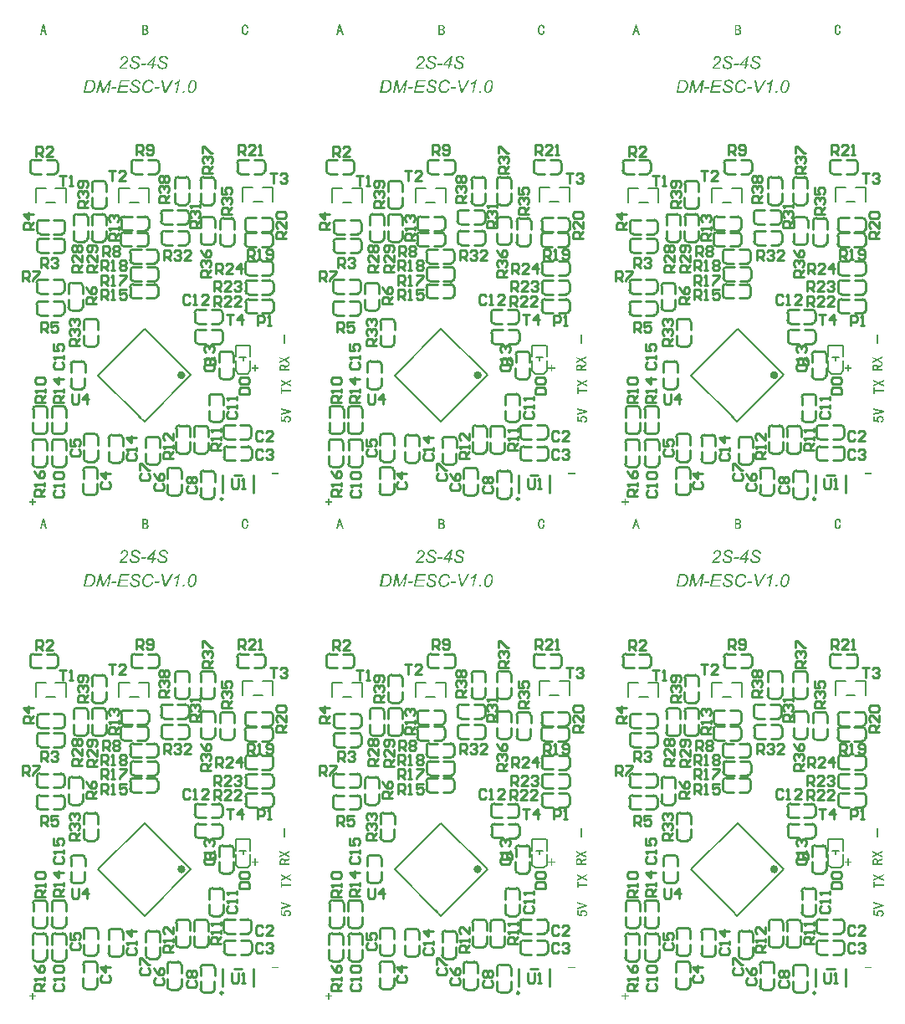
<source format=gto>
G04*
G04 #@! TF.GenerationSoftware,Altium Limited,Altium Designer,20.1.11 (218)*
G04*
G04 Layer_Color=65535*
%FSLAX25Y25*%
%MOIN*%
G70*
G04*
G04 #@! TF.SameCoordinates,9421AAF7-A1CE-47F4-AB83-8062CB6876A7*
G04*
G04*
G04 #@! TF.FilePolarity,Positive*
G04*
G01*
G75*
%ADD19C,0.01000*%
%ADD42C,0.01575*%
%ADD43C,0.00600*%
%ADD44C,0.00591*%
%ADD45C,0.00787*%
G36*
X542461Y492350D02*
X542505Y492344D01*
X542561Y492333D01*
X542616Y492322D01*
X542683Y492305D01*
X542749Y492283D01*
X542822Y492255D01*
X542894Y492228D01*
X542971Y492189D01*
X543044Y492139D01*
X543116Y492089D01*
X543188Y492028D01*
X543254Y491956D01*
X543260Y491950D01*
X543271Y491939D01*
X543288Y491917D01*
X543310Y491884D01*
X543332Y491839D01*
X543365Y491789D01*
X543393Y491734D01*
X543426Y491662D01*
X543460Y491584D01*
X543488Y491501D01*
X543515Y491401D01*
X543537Y491295D01*
X543560Y491184D01*
X543571Y491062D01*
X543576Y490929D01*
Y490790D01*
X542955D01*
Y490796D01*
Y490812D01*
Y490840D01*
Y490879D01*
X542949Y490923D01*
Y490979D01*
X542938Y491095D01*
X542916Y491223D01*
X542894Y491351D01*
X542855Y491467D01*
X542833Y491523D01*
X542805Y491567D01*
X542799Y491578D01*
X542777Y491606D01*
X542744Y491639D01*
X542699Y491684D01*
X542638Y491728D01*
X542561Y491761D01*
X542472Y491789D01*
X542372Y491800D01*
X542339D01*
X542316Y491795D01*
X542255Y491784D01*
X542178Y491756D01*
X542094Y491711D01*
X542050Y491684D01*
X542006Y491650D01*
X541961Y491611D01*
X541917Y491562D01*
X541872Y491506D01*
X541834Y491445D01*
Y491439D01*
X541822Y491428D01*
X541817Y491406D01*
X541800Y491378D01*
X541784Y491334D01*
X541767Y491284D01*
X541750Y491229D01*
X541734Y491156D01*
X541712Y491079D01*
X541695Y490984D01*
X541678Y490884D01*
X541662Y490773D01*
X541645Y490651D01*
X541639Y490513D01*
X541628Y490368D01*
Y490207D01*
Y490196D01*
Y490174D01*
Y490130D01*
X541634Y490074D01*
Y490008D01*
X541639Y489935D01*
X541645Y489852D01*
X541656Y489763D01*
X541678Y489580D01*
X541717Y489392D01*
X541739Y489303D01*
X541767Y489225D01*
X541800Y489153D01*
X541834Y489086D01*
Y489081D01*
X541845Y489075D01*
X541872Y489036D01*
X541917Y488986D01*
X541978Y488931D01*
X542050Y488875D01*
X542139Y488825D01*
X542239Y488787D01*
X542294Y488781D01*
X542350Y488775D01*
X542361D01*
X542389Y488781D01*
X542427Y488787D01*
X542483Y488803D01*
X542550Y488831D01*
X542616Y488870D01*
X542688Y488925D01*
X542760Y488998D01*
Y489003D01*
X542771Y489009D01*
X542777Y489025D01*
X542794Y489042D01*
X542805Y489070D01*
X542822Y489109D01*
X542838Y489147D01*
X542860Y489197D01*
X542877Y489258D01*
X542894Y489325D01*
X542910Y489403D01*
X542927Y489491D01*
X542938Y489586D01*
X542949Y489691D01*
X542955Y489813D01*
Y489941D01*
X543604D01*
Y489930D01*
Y489902D01*
X543599Y489852D01*
X543593Y489786D01*
X543587Y489708D01*
X543576Y489619D01*
X543565Y489525D01*
X543543Y489419D01*
X543499Y489197D01*
X543465Y489086D01*
X543426Y488975D01*
X543388Y488870D01*
X543338Y488770D01*
X543282Y488681D01*
X543216Y488603D01*
X543210Y488598D01*
X543199Y488587D01*
X543177Y488570D01*
X543149Y488542D01*
X543116Y488515D01*
X543077Y488481D01*
X543027Y488448D01*
X542971Y488415D01*
X542910Y488376D01*
X542844Y488343D01*
X542699Y488281D01*
X542616Y488254D01*
X542533Y488237D01*
X542444Y488226D01*
X542350Y488221D01*
X542322D01*
X542294Y488226D01*
X542250D01*
X542200Y488237D01*
X542144Y488243D01*
X542078Y488259D01*
X542006Y488281D01*
X541933Y488304D01*
X541850Y488337D01*
X541773Y488370D01*
X541689Y488415D01*
X541606Y488470D01*
X541523Y488531D01*
X541439Y488603D01*
X541362Y488687D01*
X541356Y488692D01*
X541345Y488709D01*
X541323Y488737D01*
X541301Y488775D01*
X541267Y488825D01*
X541234Y488886D01*
X541195Y488959D01*
X541162Y489047D01*
X541123Y489142D01*
X541084Y489253D01*
X541051Y489375D01*
X541018Y489508D01*
X540996Y489652D01*
X540973Y489808D01*
X540962Y489980D01*
X540957Y490163D01*
Y490169D01*
Y490174D01*
Y490191D01*
Y490213D01*
Y490268D01*
X540962Y490346D01*
X540968Y490435D01*
X540979Y490540D01*
X540990Y490657D01*
X541007Y490779D01*
X541023Y490912D01*
X541051Y491045D01*
X541084Y491184D01*
X541123Y491317D01*
X541168Y491451D01*
X541218Y491578D01*
X541279Y491700D01*
X541345Y491806D01*
X541351Y491811D01*
X541362Y491828D01*
X541384Y491856D01*
X541417Y491895D01*
X541456Y491933D01*
X541506Y491978D01*
X541556Y492028D01*
X541623Y492083D01*
X541689Y492133D01*
X541767Y492183D01*
X541856Y492228D01*
X541945Y492272D01*
X542044Y492305D01*
X542144Y492333D01*
X542255Y492350D01*
X542372Y492355D01*
X542422D01*
X542461Y492350D01*
D02*
G37*
G36*
X424351D02*
X424395Y492344D01*
X424450Y492333D01*
X424506Y492322D01*
X424573Y492305D01*
X424639Y492283D01*
X424711Y492255D01*
X424783Y492228D01*
X424861Y492189D01*
X424933Y492139D01*
X425005Y492089D01*
X425077Y492028D01*
X425144Y491956D01*
X425150Y491950D01*
X425161Y491939D01*
X425177Y491917D01*
X425200Y491884D01*
X425222Y491839D01*
X425255Y491789D01*
X425283Y491734D01*
X425316Y491662D01*
X425350Y491584D01*
X425377Y491501D01*
X425405Y491401D01*
X425427Y491295D01*
X425449Y491184D01*
X425460Y491062D01*
X425466Y490929D01*
Y490790D01*
X424844D01*
Y490796D01*
Y490812D01*
Y490840D01*
Y490879D01*
X424839Y490923D01*
Y490979D01*
X424828Y491095D01*
X424806Y491223D01*
X424783Y491351D01*
X424745Y491467D01*
X424722Y491523D01*
X424695Y491567D01*
X424689Y491578D01*
X424667Y491606D01*
X424634Y491639D01*
X424589Y491684D01*
X424528Y491728D01*
X424450Y491761D01*
X424362Y491789D01*
X424262Y491800D01*
X424228D01*
X424206Y491795D01*
X424145Y491784D01*
X424067Y491756D01*
X423984Y491711D01*
X423940Y491684D01*
X423895Y491650D01*
X423851Y491611D01*
X423807Y491562D01*
X423762Y491506D01*
X423723Y491445D01*
Y491439D01*
X423712Y491428D01*
X423707Y491406D01*
X423690Y491378D01*
X423673Y491334D01*
X423657Y491284D01*
X423640Y491229D01*
X423623Y491156D01*
X423601Y491079D01*
X423585Y490984D01*
X423568Y490884D01*
X423551Y490773D01*
X423535Y490651D01*
X423529Y490513D01*
X423518Y490368D01*
Y490207D01*
Y490196D01*
Y490174D01*
Y490130D01*
X423524Y490074D01*
Y490008D01*
X423529Y489935D01*
X423535Y489852D01*
X423546Y489763D01*
X423568Y489580D01*
X423607Y489392D01*
X423629Y489303D01*
X423657Y489225D01*
X423690Y489153D01*
X423723Y489086D01*
Y489081D01*
X423734Y489075D01*
X423762Y489036D01*
X423807Y488986D01*
X423868Y488931D01*
X423940Y488875D01*
X424029Y488825D01*
X424128Y488787D01*
X424184Y488781D01*
X424239Y488775D01*
X424251D01*
X424278Y488781D01*
X424317Y488787D01*
X424373Y488803D01*
X424439Y488831D01*
X424506Y488870D01*
X424578Y488925D01*
X424650Y488998D01*
Y489003D01*
X424661Y489009D01*
X424667Y489025D01*
X424684Y489042D01*
X424695Y489070D01*
X424711Y489109D01*
X424728Y489147D01*
X424750Y489197D01*
X424767Y489258D01*
X424783Y489325D01*
X424800Y489403D01*
X424817Y489491D01*
X424828Y489586D01*
X424839Y489691D01*
X424844Y489813D01*
Y489941D01*
X425494D01*
Y489930D01*
Y489902D01*
X425488Y489852D01*
X425483Y489786D01*
X425477Y489708D01*
X425466Y489619D01*
X425455Y489525D01*
X425433Y489419D01*
X425388Y489197D01*
X425355Y489086D01*
X425316Y488975D01*
X425277Y488870D01*
X425227Y488770D01*
X425172Y488681D01*
X425105Y488603D01*
X425100Y488598D01*
X425089Y488587D01*
X425066Y488570D01*
X425039Y488542D01*
X425005Y488515D01*
X424966Y488481D01*
X424917Y488448D01*
X424861Y488415D01*
X424800Y488376D01*
X424733Y488343D01*
X424589Y488281D01*
X424506Y488254D01*
X424423Y488237D01*
X424334Y488226D01*
X424239Y488221D01*
X424212D01*
X424184Y488226D01*
X424140D01*
X424090Y488237D01*
X424034Y488243D01*
X423968Y488259D01*
X423895Y488281D01*
X423823Y488304D01*
X423740Y488337D01*
X423662Y488370D01*
X423579Y488415D01*
X423496Y488470D01*
X423413Y488531D01*
X423329Y488603D01*
X423252Y488687D01*
X423246Y488692D01*
X423235Y488709D01*
X423213Y488737D01*
X423190Y488775D01*
X423157Y488825D01*
X423124Y488886D01*
X423085Y488959D01*
X423052Y489047D01*
X423013Y489142D01*
X422974Y489253D01*
X422941Y489375D01*
X422907Y489508D01*
X422885Y489652D01*
X422863Y489808D01*
X422852Y489980D01*
X422846Y490163D01*
Y490169D01*
Y490174D01*
Y490191D01*
Y490213D01*
Y490268D01*
X422852Y490346D01*
X422858Y490435D01*
X422869Y490540D01*
X422880Y490657D01*
X422896Y490779D01*
X422913Y490912D01*
X422941Y491045D01*
X422974Y491184D01*
X423013Y491317D01*
X423057Y491451D01*
X423107Y491578D01*
X423168Y491700D01*
X423235Y491806D01*
X423241Y491811D01*
X423252Y491828D01*
X423274Y491856D01*
X423307Y491895D01*
X423346Y491933D01*
X423396Y491978D01*
X423446Y492028D01*
X423512Y492083D01*
X423579Y492133D01*
X423657Y492183D01*
X423745Y492228D01*
X423834Y492272D01*
X423934Y492305D01*
X424034Y492333D01*
X424145Y492350D01*
X424262Y492355D01*
X424312D01*
X424351Y492350D01*
D02*
G37*
G36*
X306240D02*
X306285Y492344D01*
X306340Y492333D01*
X306396Y492322D01*
X306462Y492305D01*
X306529Y492283D01*
X306601Y492255D01*
X306673Y492228D01*
X306751Y492189D01*
X306823Y492139D01*
X306895Y492089D01*
X306967Y492028D01*
X307034Y491956D01*
X307039Y491950D01*
X307051Y491939D01*
X307067Y491917D01*
X307089Y491884D01*
X307112Y491839D01*
X307145Y491789D01*
X307173Y491734D01*
X307206Y491662D01*
X307239Y491584D01*
X307267Y491501D01*
X307295Y491401D01*
X307317Y491295D01*
X307339Y491184D01*
X307350Y491062D01*
X307356Y490929D01*
Y490790D01*
X306734D01*
Y490796D01*
Y490812D01*
Y490840D01*
Y490879D01*
X306729Y490923D01*
Y490979D01*
X306717Y491095D01*
X306695Y491223D01*
X306673Y491351D01*
X306634Y491467D01*
X306612Y491523D01*
X306584Y491567D01*
X306579Y491578D01*
X306557Y491606D01*
X306523Y491639D01*
X306479Y491684D01*
X306418Y491728D01*
X306340Y491761D01*
X306251Y491789D01*
X306152Y491800D01*
X306118D01*
X306096Y491795D01*
X306035Y491784D01*
X305957Y491756D01*
X305874Y491711D01*
X305830Y491684D01*
X305785Y491650D01*
X305741Y491611D01*
X305696Y491562D01*
X305652Y491506D01*
X305613Y491445D01*
Y491439D01*
X305602Y491428D01*
X305596Y491406D01*
X305580Y491378D01*
X305563Y491334D01*
X305546Y491284D01*
X305530Y491229D01*
X305513Y491156D01*
X305491Y491079D01*
X305474Y490984D01*
X305458Y490884D01*
X305441Y490773D01*
X305424Y490651D01*
X305419Y490513D01*
X305408Y490368D01*
Y490207D01*
Y490196D01*
Y490174D01*
Y490130D01*
X305413Y490074D01*
Y490008D01*
X305419Y489935D01*
X305424Y489852D01*
X305435Y489763D01*
X305458Y489580D01*
X305497Y489392D01*
X305519Y489303D01*
X305546Y489225D01*
X305580Y489153D01*
X305613Y489086D01*
Y489081D01*
X305624Y489075D01*
X305652Y489036D01*
X305696Y488986D01*
X305757Y488931D01*
X305830Y488875D01*
X305918Y488825D01*
X306018Y488787D01*
X306074Y488781D01*
X306129Y488775D01*
X306140D01*
X306168Y488781D01*
X306207Y488787D01*
X306262Y488803D01*
X306329Y488831D01*
X306396Y488870D01*
X306468Y488925D01*
X306540Y488998D01*
Y489003D01*
X306551Y489009D01*
X306557Y489025D01*
X306573Y489042D01*
X306584Y489070D01*
X306601Y489109D01*
X306618Y489147D01*
X306640Y489197D01*
X306657Y489258D01*
X306673Y489325D01*
X306690Y489403D01*
X306706Y489491D01*
X306717Y489586D01*
X306729Y489691D01*
X306734Y489813D01*
Y489941D01*
X307384D01*
Y489930D01*
Y489902D01*
X307378Y489852D01*
X307372Y489786D01*
X307367Y489708D01*
X307356Y489619D01*
X307345Y489525D01*
X307323Y489419D01*
X307278Y489197D01*
X307245Y489086D01*
X307206Y488975D01*
X307167Y488870D01*
X307117Y488770D01*
X307062Y488681D01*
X306995Y488603D01*
X306990Y488598D01*
X306978Y488587D01*
X306956Y488570D01*
X306928Y488542D01*
X306895Y488515D01*
X306856Y488481D01*
X306806Y488448D01*
X306751Y488415D01*
X306690Y488376D01*
X306623Y488343D01*
X306479Y488281D01*
X306396Y488254D01*
X306312Y488237D01*
X306224Y488226D01*
X306129Y488221D01*
X306101D01*
X306074Y488226D01*
X306029D01*
X305979Y488237D01*
X305924Y488243D01*
X305857Y488259D01*
X305785Y488281D01*
X305713Y488304D01*
X305630Y488337D01*
X305552Y488370D01*
X305469Y488415D01*
X305386Y488470D01*
X305302Y488531D01*
X305219Y488603D01*
X305141Y488687D01*
X305136Y488692D01*
X305125Y488709D01*
X305102Y488737D01*
X305080Y488775D01*
X305047Y488825D01*
X305014Y488886D01*
X304975Y488959D01*
X304942Y489047D01*
X304903Y489142D01*
X304864Y489253D01*
X304831Y489375D01*
X304797Y489508D01*
X304775Y489652D01*
X304753Y489808D01*
X304742Y489980D01*
X304736Y490163D01*
Y490169D01*
Y490174D01*
Y490191D01*
Y490213D01*
Y490268D01*
X304742Y490346D01*
X304747Y490435D01*
X304758Y490540D01*
X304769Y490657D01*
X304786Y490779D01*
X304803Y490912D01*
X304831Y491045D01*
X304864Y491184D01*
X304903Y491317D01*
X304947Y491451D01*
X304997Y491578D01*
X305058Y491700D01*
X305125Y491806D01*
X305130Y491811D01*
X305141Y491828D01*
X305164Y491856D01*
X305197Y491895D01*
X305236Y491933D01*
X305286Y491978D01*
X305336Y492028D01*
X305402Y492083D01*
X305469Y492133D01*
X305546Y492183D01*
X305635Y492228D01*
X305724Y492272D01*
X305824Y492305D01*
X305924Y492333D01*
X306035Y492350D01*
X306152Y492355D01*
X306201D01*
X306240Y492350D01*
D02*
G37*
G36*
X463398Y488319D02*
X462737D01*
X462421Y489534D01*
X461500D01*
X461178Y488319D01*
X460523D01*
X461683Y492409D01*
X462238D01*
X463398Y488319D01*
D02*
G37*
G36*
X345287D02*
X344627D01*
X344311Y489534D01*
X343389D01*
X343067Y488319D01*
X342412D01*
X343572Y492409D01*
X344127D01*
X345287Y488319D01*
D02*
G37*
G36*
X227177D02*
X226517D01*
X226200Y489534D01*
X225279D01*
X224957Y488319D01*
X224302D01*
X225462Y492409D01*
X226017D01*
X227177Y488319D01*
D02*
G37*
G36*
X502645Y492261D02*
X502696Y492255D01*
X502751Y492250D01*
X502818Y492239D01*
X502884Y492228D01*
X503028Y492189D01*
X503106Y492167D01*
X503178Y492133D01*
X503256Y492094D01*
X503323Y492056D01*
X503389Y492006D01*
X503450Y491950D01*
X503456Y491945D01*
X503461Y491933D01*
X503478Y491917D01*
X503500Y491895D01*
X503522Y491861D01*
X503545Y491828D01*
X503572Y491784D01*
X503606Y491739D01*
X503661Y491628D01*
X503706Y491501D01*
X503744Y491356D01*
X503750Y491279D01*
X503756Y491201D01*
Y491195D01*
Y491184D01*
Y491156D01*
X503750Y491129D01*
Y491090D01*
X503744Y491051D01*
X503728Y490951D01*
X503706Y490846D01*
X503667Y490740D01*
X503617Y490635D01*
X503545Y490546D01*
X503534Y490535D01*
X503511Y490513D01*
X503473Y490479D01*
X503417Y490441D01*
X503362Y490402D01*
X503295Y490368D01*
X503228Y490341D01*
X503156Y490330D01*
X503167D01*
X503200Y490324D01*
X503245Y490313D01*
X503311Y490291D01*
X503384Y490257D01*
X503467Y490213D01*
X503550Y490152D01*
X503639Y490074D01*
X503650Y490063D01*
X503678Y490030D01*
X503711Y489980D01*
X503756Y489908D01*
X503800Y489819D01*
X503833Y489713D01*
X503861Y489591D01*
X503872Y489453D01*
Y489447D01*
Y489425D01*
Y489386D01*
X503866Y489342D01*
X503861Y489281D01*
X503850Y489220D01*
X503839Y489147D01*
X503822Y489070D01*
X503805Y488992D01*
X503778Y488909D01*
X503744Y488831D01*
X503711Y488748D01*
X503661Y488676D01*
X503611Y488603D01*
X503550Y488542D01*
X503484Y488487D01*
X503478Y488481D01*
X503467Y488476D01*
X503445Y488465D01*
X503411Y488448D01*
X503378Y488426D01*
X503328Y488404D01*
X503278Y488381D01*
X503217Y488354D01*
X503145Y488332D01*
X503073Y488304D01*
X502990Y488281D01*
X502906Y488265D01*
X502812Y488243D01*
X502712Y488232D01*
X502612Y488226D01*
X502501Y488221D01*
X501291D01*
Y492266D01*
X502601D01*
X502645Y492261D01*
D02*
G37*
G36*
X384535D02*
X384585Y492255D01*
X384641Y492250D01*
X384707Y492239D01*
X384774Y492228D01*
X384918Y492189D01*
X384996Y492167D01*
X385068Y492133D01*
X385146Y492094D01*
X385212Y492056D01*
X385279Y492006D01*
X385340Y491950D01*
X385346Y491945D01*
X385351Y491933D01*
X385368Y491917D01*
X385390Y491895D01*
X385412Y491861D01*
X385434Y491828D01*
X385462Y491784D01*
X385495Y491739D01*
X385551Y491628D01*
X385595Y491501D01*
X385634Y491356D01*
X385640Y491279D01*
X385645Y491201D01*
Y491195D01*
Y491184D01*
Y491156D01*
X385640Y491129D01*
Y491090D01*
X385634Y491051D01*
X385617Y490951D01*
X385595Y490846D01*
X385557Y490740D01*
X385507Y490635D01*
X385434Y490546D01*
X385423Y490535D01*
X385401Y490513D01*
X385362Y490479D01*
X385307Y490441D01*
X385251Y490402D01*
X385185Y490368D01*
X385118Y490341D01*
X385046Y490330D01*
X385057D01*
X385090Y490324D01*
X385135Y490313D01*
X385201Y490291D01*
X385273Y490257D01*
X385357Y490213D01*
X385440Y490152D01*
X385529Y490074D01*
X385540Y490063D01*
X385568Y490030D01*
X385601Y489980D01*
X385645Y489908D01*
X385690Y489819D01*
X385723Y489713D01*
X385751Y489591D01*
X385762Y489453D01*
Y489447D01*
Y489425D01*
Y489386D01*
X385756Y489342D01*
X385751Y489281D01*
X385740Y489220D01*
X385729Y489147D01*
X385712Y489070D01*
X385695Y488992D01*
X385667Y488909D01*
X385634Y488831D01*
X385601Y488748D01*
X385551Y488676D01*
X385501Y488603D01*
X385440Y488542D01*
X385373Y488487D01*
X385368Y488481D01*
X385357Y488476D01*
X385334Y488465D01*
X385301Y488448D01*
X385268Y488426D01*
X385218Y488404D01*
X385168Y488381D01*
X385107Y488354D01*
X385035Y488332D01*
X384963Y488304D01*
X384879Y488281D01*
X384796Y488265D01*
X384702Y488243D01*
X384602Y488232D01*
X384502Y488226D01*
X384391Y488221D01*
X383181D01*
Y492266D01*
X384491D01*
X384535Y492261D01*
D02*
G37*
G36*
X266425D02*
X266475Y492255D01*
X266530Y492250D01*
X266597Y492239D01*
X266664Y492228D01*
X266808Y492189D01*
X266886Y492167D01*
X266958Y492133D01*
X267036Y492094D01*
X267102Y492056D01*
X267169Y492006D01*
X267230Y491950D01*
X267235Y491945D01*
X267241Y491933D01*
X267257Y491917D01*
X267280Y491895D01*
X267302Y491861D01*
X267324Y491828D01*
X267352Y491784D01*
X267385Y491739D01*
X267441Y491628D01*
X267485Y491501D01*
X267524Y491356D01*
X267530Y491279D01*
X267535Y491201D01*
Y491195D01*
Y491184D01*
Y491156D01*
X267530Y491129D01*
Y491090D01*
X267524Y491051D01*
X267507Y490951D01*
X267485Y490846D01*
X267446Y490740D01*
X267396Y490635D01*
X267324Y490546D01*
X267313Y490535D01*
X267291Y490513D01*
X267252Y490479D01*
X267196Y490441D01*
X267141Y490402D01*
X267074Y490368D01*
X267008Y490341D01*
X266936Y490330D01*
X266947D01*
X266980Y490324D01*
X267024Y490313D01*
X267091Y490291D01*
X267163Y490257D01*
X267247Y490213D01*
X267330Y490152D01*
X267419Y490074D01*
X267430Y490063D01*
X267457Y490030D01*
X267491Y489980D01*
X267535Y489908D01*
X267579Y489819D01*
X267613Y489713D01*
X267640Y489591D01*
X267652Y489453D01*
Y489447D01*
Y489425D01*
Y489386D01*
X267646Y489342D01*
X267640Y489281D01*
X267629Y489220D01*
X267618Y489147D01*
X267602Y489070D01*
X267585Y488992D01*
X267557Y488909D01*
X267524Y488831D01*
X267491Y488748D01*
X267441Y488676D01*
X267391Y488603D01*
X267330Y488542D01*
X267263Y488487D01*
X267257Y488481D01*
X267247Y488476D01*
X267224Y488465D01*
X267191Y488448D01*
X267158Y488426D01*
X267108Y488404D01*
X267058Y488381D01*
X266997Y488354D01*
X266925Y488332D01*
X266852Y488304D01*
X266769Y488281D01*
X266686Y488265D01*
X266592Y488243D01*
X266492Y488232D01*
X266392Y488226D01*
X266281Y488221D01*
X265071D01*
Y492266D01*
X266381D01*
X266425Y492261D01*
D02*
G37*
G36*
X510018Y479929D02*
X510085D01*
X510152Y479921D01*
X510226Y479907D01*
X510396Y479884D01*
X510566Y479847D01*
X510744Y479796D01*
X510914Y479722D01*
X510921D01*
X510936Y479714D01*
X510958Y479699D01*
X510988Y479685D01*
X511062Y479640D01*
X511151Y479574D01*
X511254Y479492D01*
X511358Y479396D01*
X511454Y479285D01*
X511535Y479159D01*
Y479152D01*
X511543Y479144D01*
X511565Y479100D01*
X511602Y479033D01*
X511639Y478945D01*
X511669Y478848D01*
X511706Y478737D01*
X511728Y478619D01*
X511735Y478501D01*
Y478493D01*
Y478471D01*
Y478441D01*
Y478390D01*
X511069Y478338D01*
Y478345D01*
Y478375D01*
Y478412D01*
X511062Y478464D01*
X511054Y478575D01*
X511040Y478626D01*
X511025Y478678D01*
Y478686D01*
X511010Y478715D01*
X510995Y478752D01*
X510973Y478804D01*
X510906Y478922D01*
X510862Y478982D01*
X510810Y479041D01*
X510803Y479048D01*
X510781Y479063D01*
X510751Y479093D01*
X510707Y479130D01*
X510647Y479167D01*
X510573Y479204D01*
X510492Y479241D01*
X510403Y479278D01*
X510388Y479285D01*
X510359Y479292D01*
X510307Y479307D01*
X510240Y479329D01*
X510159Y479344D01*
X510063Y479359D01*
X509952Y479366D01*
X509841Y479374D01*
X509789D01*
X509752Y479366D01*
X509700D01*
X509648Y479359D01*
X509523Y479344D01*
X509382Y479307D01*
X509234Y479263D01*
X509093Y479204D01*
X508968Y479115D01*
X508960Y479107D01*
X508931Y479078D01*
X508894Y479041D01*
X508857Y478982D01*
X508812Y478908D01*
X508775Y478819D01*
X508746Y478715D01*
X508738Y478604D01*
Y478597D01*
Y478575D01*
X508746Y478538D01*
X508753Y478493D01*
X508783Y478382D01*
X508805Y478323D01*
X508834Y478264D01*
X508842Y478256D01*
X508857Y478242D01*
X508879Y478212D01*
X508916Y478175D01*
X508960Y478131D01*
X509019Y478079D01*
X509093Y478027D01*
X509182Y477975D01*
X509190Y477968D01*
X509219Y477953D01*
X509278Y477923D01*
X509315Y477909D01*
X509360Y477886D01*
X509412Y477857D01*
X509478Y477827D01*
X509545Y477798D01*
X509626Y477761D01*
X509715Y477716D01*
X509819Y477672D01*
X509930Y477620D01*
X510048Y477568D01*
X510055D01*
X510070Y477561D01*
X510100Y477546D01*
X510137Y477531D01*
X510181Y477509D01*
X510233Y477487D01*
X510351Y477428D01*
X510470Y477368D01*
X510596Y477302D01*
X510714Y477243D01*
X510758Y477213D01*
X510803Y477183D01*
X510818Y477176D01*
X510847Y477154D01*
X510899Y477109D01*
X510966Y477058D01*
X511032Y476991D01*
X511106Y476917D01*
X511173Y476828D01*
X511232Y476732D01*
X511239Y476717D01*
X511254Y476688D01*
X511284Y476636D01*
X511313Y476562D01*
X511336Y476473D01*
X511365Y476377D01*
X511380Y476258D01*
X511387Y476140D01*
Y476133D01*
Y476118D01*
Y476096D01*
X511380Y476066D01*
X511373Y475985D01*
X511358Y475888D01*
X511321Y475763D01*
X511276Y475637D01*
X511217Y475496D01*
X511128Y475363D01*
Y475356D01*
X511114Y475348D01*
X511084Y475304D01*
X511025Y475245D01*
X510943Y475163D01*
X510847Y475082D01*
X510729Y474986D01*
X510588Y474904D01*
X510425Y474823D01*
X510418D01*
X510403Y474815D01*
X510381Y474808D01*
X510344Y474793D01*
X510307Y474778D01*
X510255Y474764D01*
X510196Y474749D01*
X510129Y474734D01*
X509981Y474697D01*
X509811Y474667D01*
X509611Y474645D01*
X509404Y474638D01*
X509323D01*
X509264Y474645D01*
X509190Y474653D01*
X509101Y474660D01*
X509005Y474667D01*
X508901Y474682D01*
X508679Y474727D01*
X508442Y474801D01*
X508324Y474838D01*
X508205Y474889D01*
X508094Y474949D01*
X507983Y475015D01*
X507976Y475023D01*
X507961Y475030D01*
X507932Y475060D01*
X507895Y475089D01*
X507858Y475134D01*
X507813Y475185D01*
X507761Y475252D01*
X507710Y475326D01*
X507658Y475415D01*
X507606Y475511D01*
X507562Y475622D01*
X507525Y475748D01*
X507488Y475888D01*
X507458Y476036D01*
X507443Y476199D01*
X507436Y476377D01*
X508109Y476443D01*
X508102Y476258D01*
Y476244D01*
Y476207D01*
X508109Y476155D01*
X508117Y476081D01*
X508131Y475992D01*
X508161Y475903D01*
X508191Y475807D01*
X508235Y475711D01*
X508242Y475703D01*
X508265Y475674D01*
X508294Y475629D01*
X508339Y475570D01*
X508405Y475511D01*
X508479Y475452D01*
X508568Y475385D01*
X508679Y475333D01*
X508686D01*
X508694Y475326D01*
X508738Y475311D01*
X508805Y475289D01*
X508894Y475267D01*
X509005Y475245D01*
X509130Y475222D01*
X509278Y475208D01*
X509434Y475200D01*
X509493D01*
X509537Y475208D01*
X509589D01*
X509648Y475215D01*
X509782Y475237D01*
X509937Y475267D01*
X510092Y475311D01*
X510240Y475378D01*
X510374Y475467D01*
X510381D01*
X510388Y475481D01*
X510425Y475518D01*
X510477Y475570D01*
X510536Y475644D01*
X510596Y475740D01*
X510647Y475844D01*
X510684Y475962D01*
X510699Y476022D01*
Y476088D01*
Y476096D01*
Y476125D01*
X510692Y476177D01*
X510677Y476229D01*
X510655Y476295D01*
X510625Y476369D01*
X510581Y476451D01*
X510522Y476525D01*
X510514Y476532D01*
X510485Y476562D01*
X510455Y476584D01*
X510425Y476606D01*
X510388Y476636D01*
X510337Y476665D01*
X510285Y476702D01*
X510211Y476739D01*
X510137Y476784D01*
X510048Y476836D01*
X509944Y476887D01*
X509833Y476939D01*
X509708Y476998D01*
X509567Y477058D01*
X509560D01*
X509537Y477072D01*
X509508Y477080D01*
X509471Y477102D01*
X509419Y477124D01*
X509367Y477146D01*
X509241Y477206D01*
X509101Y477272D01*
X508968Y477339D01*
X508842Y477405D01*
X508790Y477435D01*
X508746Y477465D01*
X508738D01*
X508731Y477472D01*
X508686Y477502D01*
X508627Y477546D01*
X508553Y477613D01*
X508472Y477679D01*
X508383Y477768D01*
X508302Y477857D01*
X508235Y477953D01*
X508228Y477968D01*
X508213Y478005D01*
X508183Y478057D01*
X508154Y478131D01*
X508124Y478227D01*
X508094Y478330D01*
X508080Y478441D01*
X508072Y478567D01*
Y478575D01*
Y478582D01*
Y478604D01*
Y478634D01*
X508087Y478708D01*
X508102Y478804D01*
X508124Y478915D01*
X508161Y479033D01*
X508213Y479159D01*
X508287Y479278D01*
Y479285D01*
X508294Y479292D01*
X508324Y479329D01*
X508376Y479389D01*
X508450Y479455D01*
X508538Y479537D01*
X508642Y479618D01*
X508768Y479699D01*
X508916Y479766D01*
X508923D01*
X508938Y479773D01*
X508960Y479781D01*
X508990Y479796D01*
X509027Y479803D01*
X509079Y479818D01*
X509190Y479855D01*
X509330Y479884D01*
X509493Y479907D01*
X509671Y479929D01*
X509863Y479936D01*
X509967D01*
X510018Y479929D01*
D02*
G37*
G36*
X391908D02*
X391975D01*
X392041Y479921D01*
X392115Y479907D01*
X392286Y479884D01*
X392456Y479847D01*
X392633Y479796D01*
X392804Y479722D01*
X392811D01*
X392826Y479714D01*
X392848Y479699D01*
X392878Y479685D01*
X392952Y479640D01*
X393040Y479574D01*
X393144Y479492D01*
X393248Y479396D01*
X393344Y479285D01*
X393425Y479159D01*
Y479152D01*
X393433Y479144D01*
X393455Y479100D01*
X393492Y479033D01*
X393529Y478945D01*
X393558Y478848D01*
X393595Y478737D01*
X393618Y478619D01*
X393625Y478501D01*
Y478493D01*
Y478471D01*
Y478441D01*
Y478390D01*
X392959Y478338D01*
Y478345D01*
Y478375D01*
Y478412D01*
X392952Y478464D01*
X392944Y478575D01*
X392929Y478626D01*
X392915Y478678D01*
Y478686D01*
X392900Y478715D01*
X392885Y478752D01*
X392863Y478804D01*
X392796Y478922D01*
X392752Y478982D01*
X392700Y479041D01*
X392693Y479048D01*
X392670Y479063D01*
X392641Y479093D01*
X392596Y479130D01*
X392537Y479167D01*
X392463Y479204D01*
X392382Y479241D01*
X392293Y479278D01*
X392278Y479285D01*
X392249Y479292D01*
X392197Y479307D01*
X392130Y479329D01*
X392049Y479344D01*
X391953Y479359D01*
X391842Y479366D01*
X391731Y479374D01*
X391679D01*
X391642Y479366D01*
X391590D01*
X391538Y479359D01*
X391412Y479344D01*
X391272Y479307D01*
X391124Y479263D01*
X390983Y479204D01*
X390857Y479115D01*
X390850Y479107D01*
X390820Y479078D01*
X390783Y479041D01*
X390746Y478982D01*
X390702Y478908D01*
X390665Y478819D01*
X390635Y478715D01*
X390628Y478604D01*
Y478597D01*
Y478575D01*
X390635Y478538D01*
X390643Y478493D01*
X390672Y478382D01*
X390695Y478323D01*
X390724Y478264D01*
X390732Y478256D01*
X390746Y478242D01*
X390769Y478212D01*
X390806Y478175D01*
X390850Y478131D01*
X390909Y478079D01*
X390983Y478027D01*
X391072Y477975D01*
X391079Y477968D01*
X391109Y477953D01*
X391168Y477923D01*
X391205Y477909D01*
X391250Y477886D01*
X391301Y477857D01*
X391368Y477827D01*
X391435Y477798D01*
X391516Y477761D01*
X391605Y477716D01*
X391708Y477672D01*
X391819Y477620D01*
X391938Y477568D01*
X391945D01*
X391960Y477561D01*
X391990Y477546D01*
X392027Y477531D01*
X392071Y477509D01*
X392123Y477487D01*
X392241Y477428D01*
X392360Y477368D01*
X392485Y477302D01*
X392604Y477243D01*
X392648Y477213D01*
X392693Y477183D01*
X392707Y477176D01*
X392737Y477154D01*
X392789Y477109D01*
X392855Y477058D01*
X392922Y476991D01*
X392996Y476917D01*
X393063Y476828D01*
X393122Y476732D01*
X393129Y476717D01*
X393144Y476688D01*
X393174Y476636D01*
X393203Y476562D01*
X393225Y476473D01*
X393255Y476377D01*
X393270Y476258D01*
X393277Y476140D01*
Y476133D01*
Y476118D01*
Y476096D01*
X393270Y476066D01*
X393262Y475985D01*
X393248Y475888D01*
X393211Y475763D01*
X393166Y475637D01*
X393107Y475496D01*
X393018Y475363D01*
Y475356D01*
X393003Y475348D01*
X392974Y475304D01*
X392915Y475245D01*
X392833Y475163D01*
X392737Y475082D01*
X392619Y474986D01*
X392478Y474904D01*
X392315Y474823D01*
X392308D01*
X392293Y474815D01*
X392271Y474808D01*
X392234Y474793D01*
X392197Y474778D01*
X392145Y474764D01*
X392086Y474749D01*
X392019Y474734D01*
X391871Y474697D01*
X391701Y474667D01*
X391501Y474645D01*
X391294Y474638D01*
X391213D01*
X391153Y474645D01*
X391079Y474653D01*
X390991Y474660D01*
X390894Y474667D01*
X390791Y474682D01*
X390569Y474727D01*
X390332Y474801D01*
X390214Y474838D01*
X390095Y474889D01*
X389984Y474949D01*
X389873Y475015D01*
X389866Y475023D01*
X389851Y475030D01*
X389821Y475060D01*
X389784Y475089D01*
X389747Y475134D01*
X389703Y475185D01*
X389651Y475252D01*
X389599Y475326D01*
X389548Y475415D01*
X389496Y475511D01*
X389451Y475622D01*
X389414Y475748D01*
X389377Y475888D01*
X389348Y476036D01*
X389333Y476199D01*
X389326Y476377D01*
X389999Y476443D01*
X389992Y476258D01*
Y476244D01*
Y476207D01*
X389999Y476155D01*
X390006Y476081D01*
X390021Y475992D01*
X390051Y475903D01*
X390080Y475807D01*
X390125Y475711D01*
X390132Y475703D01*
X390154Y475674D01*
X390184Y475629D01*
X390228Y475570D01*
X390295Y475511D01*
X390369Y475452D01*
X390458Y475385D01*
X390569Y475333D01*
X390576D01*
X390584Y475326D01*
X390628Y475311D01*
X390695Y475289D01*
X390783Y475267D01*
X390894Y475245D01*
X391020Y475222D01*
X391168Y475208D01*
X391324Y475200D01*
X391383D01*
X391427Y475208D01*
X391479D01*
X391538Y475215D01*
X391671Y475237D01*
X391827Y475267D01*
X391982Y475311D01*
X392130Y475378D01*
X392263Y475467D01*
X392271D01*
X392278Y475481D01*
X392315Y475518D01*
X392367Y475570D01*
X392426Y475644D01*
X392485Y475740D01*
X392537Y475844D01*
X392574Y475962D01*
X392589Y476022D01*
Y476088D01*
Y476096D01*
Y476125D01*
X392582Y476177D01*
X392567Y476229D01*
X392545Y476295D01*
X392515Y476369D01*
X392471Y476451D01*
X392411Y476525D01*
X392404Y476532D01*
X392374Y476562D01*
X392345Y476584D01*
X392315Y476606D01*
X392278Y476636D01*
X392226Y476665D01*
X392175Y476702D01*
X392101Y476739D01*
X392027Y476784D01*
X391938Y476836D01*
X391834Y476887D01*
X391723Y476939D01*
X391597Y476998D01*
X391457Y477058D01*
X391449D01*
X391427Y477072D01*
X391398Y477080D01*
X391361Y477102D01*
X391309Y477124D01*
X391257Y477146D01*
X391131Y477206D01*
X390991Y477272D01*
X390857Y477339D01*
X390732Y477405D01*
X390680Y477435D01*
X390635Y477465D01*
X390628D01*
X390621Y477472D01*
X390576Y477502D01*
X390517Y477546D01*
X390443Y477613D01*
X390362Y477679D01*
X390273Y477768D01*
X390191Y477857D01*
X390125Y477953D01*
X390117Y477968D01*
X390103Y478005D01*
X390073Y478057D01*
X390043Y478131D01*
X390014Y478227D01*
X389984Y478330D01*
X389969Y478441D01*
X389962Y478567D01*
Y478575D01*
Y478582D01*
Y478604D01*
Y478634D01*
X389977Y478708D01*
X389992Y478804D01*
X390014Y478915D01*
X390051Y479033D01*
X390103Y479159D01*
X390177Y479278D01*
Y479285D01*
X390184Y479292D01*
X390214Y479329D01*
X390265Y479389D01*
X390339Y479455D01*
X390428Y479537D01*
X390532Y479618D01*
X390658Y479699D01*
X390806Y479766D01*
X390813D01*
X390828Y479773D01*
X390850Y479781D01*
X390880Y479796D01*
X390917Y479803D01*
X390968Y479818D01*
X391079Y479855D01*
X391220Y479884D01*
X391383Y479907D01*
X391560Y479929D01*
X391753Y479936D01*
X391856D01*
X391908Y479929D01*
D02*
G37*
G36*
X273798D02*
X273865D01*
X273931Y479921D01*
X274005Y479907D01*
X274175Y479884D01*
X274345Y479847D01*
X274523Y479796D01*
X274693Y479722D01*
X274701D01*
X274715Y479714D01*
X274738Y479699D01*
X274767Y479685D01*
X274841Y479640D01*
X274930Y479574D01*
X275034Y479492D01*
X275137Y479396D01*
X275234Y479285D01*
X275315Y479159D01*
Y479152D01*
X275322Y479144D01*
X275344Y479100D01*
X275381Y479033D01*
X275418Y478945D01*
X275448Y478848D01*
X275485Y478737D01*
X275507Y478619D01*
X275515Y478501D01*
Y478493D01*
Y478471D01*
Y478441D01*
Y478390D01*
X274849Y478338D01*
Y478345D01*
Y478375D01*
Y478412D01*
X274841Y478464D01*
X274834Y478575D01*
X274819Y478626D01*
X274804Y478678D01*
Y478686D01*
X274790Y478715D01*
X274775Y478752D01*
X274752Y478804D01*
X274686Y478922D01*
X274641Y478982D01*
X274590Y479041D01*
X274582Y479048D01*
X274560Y479063D01*
X274531Y479093D01*
X274486Y479130D01*
X274427Y479167D01*
X274353Y479204D01*
X274271Y479241D01*
X274183Y479278D01*
X274168Y479285D01*
X274138Y479292D01*
X274086Y479307D01*
X274020Y479329D01*
X273938Y479344D01*
X273842Y479359D01*
X273731Y479366D01*
X273620Y479374D01*
X273569D01*
X273532Y479366D01*
X273480D01*
X273428Y479359D01*
X273302Y479344D01*
X273162Y479307D01*
X273013Y479263D01*
X272873Y479204D01*
X272747Y479115D01*
X272740Y479107D01*
X272710Y479078D01*
X272673Y479041D01*
X272636Y478982D01*
X272592Y478908D01*
X272555Y478819D01*
X272525Y478715D01*
X272518Y478604D01*
Y478597D01*
Y478575D01*
X272525Y478538D01*
X272533Y478493D01*
X272562Y478382D01*
X272584Y478323D01*
X272614Y478264D01*
X272621Y478256D01*
X272636Y478242D01*
X272658Y478212D01*
X272695Y478175D01*
X272740Y478131D01*
X272799Y478079D01*
X272873Y478027D01*
X272962Y477975D01*
X272969Y477968D01*
X272999Y477953D01*
X273058Y477923D01*
X273095Y477909D01*
X273139Y477886D01*
X273191Y477857D01*
X273258Y477827D01*
X273324Y477798D01*
X273406Y477761D01*
X273495Y477716D01*
X273598Y477672D01*
X273709Y477620D01*
X273828Y477568D01*
X273835D01*
X273850Y477561D01*
X273879Y477546D01*
X273916Y477531D01*
X273961Y477509D01*
X274012Y477487D01*
X274131Y477428D01*
X274249Y477368D01*
X274375Y477302D01*
X274494Y477243D01*
X274538Y477213D01*
X274582Y477183D01*
X274597Y477176D01*
X274627Y477154D01*
X274678Y477109D01*
X274745Y477058D01*
X274812Y476991D01*
X274886Y476917D01*
X274952Y476828D01*
X275011Y476732D01*
X275019Y476717D01*
X275034Y476688D01*
X275063Y476636D01*
X275093Y476562D01*
X275115Y476473D01*
X275145Y476377D01*
X275160Y476258D01*
X275167Y476140D01*
Y476133D01*
Y476118D01*
Y476096D01*
X275160Y476066D01*
X275152Y475985D01*
X275137Y475888D01*
X275100Y475763D01*
X275056Y475637D01*
X274997Y475496D01*
X274908Y475363D01*
Y475356D01*
X274893Y475348D01*
X274864Y475304D01*
X274804Y475245D01*
X274723Y475163D01*
X274627Y475082D01*
X274508Y474986D01*
X274368Y474904D01*
X274205Y474823D01*
X274198D01*
X274183Y474815D01*
X274161Y474808D01*
X274124Y474793D01*
X274086Y474778D01*
X274035Y474764D01*
X273975Y474749D01*
X273909Y474734D01*
X273761Y474697D01*
X273591Y474667D01*
X273391Y474645D01*
X273184Y474638D01*
X273102D01*
X273043Y474645D01*
X272969Y474653D01*
X272880Y474660D01*
X272784Y474667D01*
X272680Y474682D01*
X272459Y474727D01*
X272222Y474801D01*
X272103Y474838D01*
X271985Y474889D01*
X271874Y474949D01*
X271763Y475015D01*
X271756Y475023D01*
X271741Y475030D01*
X271711Y475060D01*
X271674Y475089D01*
X271637Y475134D01*
X271593Y475185D01*
X271541Y475252D01*
X271489Y475326D01*
X271437Y475415D01*
X271386Y475511D01*
X271341Y475622D01*
X271304Y475748D01*
X271267Y475888D01*
X271237Y476036D01*
X271223Y476199D01*
X271215Y476377D01*
X271889Y476443D01*
X271881Y476258D01*
Y476244D01*
Y476207D01*
X271889Y476155D01*
X271896Y476081D01*
X271911Y475992D01*
X271940Y475903D01*
X271970Y475807D01*
X272014Y475711D01*
X272022Y475703D01*
X272044Y475674D01*
X272074Y475629D01*
X272118Y475570D01*
X272185Y475511D01*
X272259Y475452D01*
X272347Y475385D01*
X272459Y475333D01*
X272466D01*
X272473Y475326D01*
X272518Y475311D01*
X272584Y475289D01*
X272673Y475267D01*
X272784Y475245D01*
X272910Y475222D01*
X273058Y475208D01*
X273213Y475200D01*
X273272D01*
X273317Y475208D01*
X273369D01*
X273428Y475215D01*
X273561Y475237D01*
X273716Y475267D01*
X273872Y475311D01*
X274020Y475378D01*
X274153Y475467D01*
X274161D01*
X274168Y475481D01*
X274205Y475518D01*
X274257Y475570D01*
X274316Y475644D01*
X274375Y475740D01*
X274427Y475844D01*
X274464Y475962D01*
X274479Y476022D01*
Y476088D01*
Y476096D01*
Y476125D01*
X274471Y476177D01*
X274457Y476229D01*
X274434Y476295D01*
X274405Y476369D01*
X274360Y476451D01*
X274301Y476525D01*
X274294Y476532D01*
X274264Y476562D01*
X274235Y476584D01*
X274205Y476606D01*
X274168Y476636D01*
X274116Y476665D01*
X274064Y476702D01*
X273990Y476739D01*
X273916Y476784D01*
X273828Y476836D01*
X273724Y476887D01*
X273613Y476939D01*
X273487Y476998D01*
X273346Y477058D01*
X273339D01*
X273317Y477072D01*
X273287Y477080D01*
X273250Y477102D01*
X273199Y477124D01*
X273147Y477146D01*
X273021Y477206D01*
X272880Y477272D01*
X272747Y477339D01*
X272621Y477405D01*
X272569Y477435D01*
X272525Y477465D01*
X272518D01*
X272510Y477472D01*
X272466Y477502D01*
X272407Y477546D01*
X272333Y477613D01*
X272251Y477679D01*
X272163Y477768D01*
X272081Y477857D01*
X272014Y477953D01*
X272007Y477968D01*
X271992Y478005D01*
X271963Y478057D01*
X271933Y478131D01*
X271903Y478227D01*
X271874Y478330D01*
X271859Y478441D01*
X271852Y478567D01*
Y478575D01*
Y478582D01*
Y478604D01*
Y478634D01*
X271866Y478708D01*
X271881Y478804D01*
X271903Y478915D01*
X271940Y479033D01*
X271992Y479159D01*
X272066Y479278D01*
Y479285D01*
X272074Y479292D01*
X272103Y479329D01*
X272155Y479389D01*
X272229Y479455D01*
X272318Y479537D01*
X272422Y479618D01*
X272547Y479699D01*
X272695Y479766D01*
X272703D01*
X272717Y479773D01*
X272740Y479781D01*
X272769Y479796D01*
X272806Y479803D01*
X272858Y479818D01*
X272969Y479855D01*
X273110Y479884D01*
X273272Y479907D01*
X273450Y479929D01*
X273642Y479936D01*
X273746D01*
X273798Y479929D01*
D02*
G37*
G36*
X498881D02*
X498948D01*
X499015Y479921D01*
X499089Y479907D01*
X499259Y479884D01*
X499429Y479847D01*
X499607Y479796D01*
X499777Y479722D01*
X499784D01*
X499799Y479714D01*
X499821Y479699D01*
X499851Y479685D01*
X499925Y479640D01*
X500014Y479574D01*
X500117Y479492D01*
X500221Y479396D01*
X500317Y479285D01*
X500398Y479159D01*
Y479152D01*
X500406Y479144D01*
X500428Y479100D01*
X500465Y479033D01*
X500502Y478945D01*
X500532Y478848D01*
X500569Y478737D01*
X500591Y478619D01*
X500598Y478501D01*
Y478493D01*
Y478471D01*
Y478441D01*
Y478390D01*
X499932Y478338D01*
Y478345D01*
Y478375D01*
Y478412D01*
X499925Y478464D01*
X499917Y478575D01*
X499903Y478626D01*
X499888Y478678D01*
Y478686D01*
X499873Y478715D01*
X499858Y478752D01*
X499836Y478804D01*
X499769Y478922D01*
X499725Y478982D01*
X499673Y479041D01*
X499666Y479048D01*
X499644Y479063D01*
X499614Y479093D01*
X499570Y479130D01*
X499510Y479167D01*
X499436Y479204D01*
X499355Y479241D01*
X499266Y479278D01*
X499251Y479285D01*
X499222Y479292D01*
X499170Y479307D01*
X499103Y479329D01*
X499022Y479344D01*
X498926Y479359D01*
X498815Y479366D01*
X498704Y479374D01*
X498652D01*
X498615Y479366D01*
X498563D01*
X498511Y479359D01*
X498386Y479344D01*
X498245Y479307D01*
X498097Y479263D01*
X497956Y479204D01*
X497831Y479115D01*
X497823Y479107D01*
X497794Y479078D01*
X497757Y479041D01*
X497720Y478982D01*
X497675Y478908D01*
X497638Y478819D01*
X497609Y478715D01*
X497601Y478604D01*
Y478597D01*
Y478575D01*
X497609Y478538D01*
X497616Y478493D01*
X497646Y478382D01*
X497668Y478323D01*
X497697Y478264D01*
X497705Y478256D01*
X497720Y478242D01*
X497742Y478212D01*
X497779Y478175D01*
X497823Y478131D01*
X497882Y478079D01*
X497956Y478027D01*
X498045Y477975D01*
X498053Y477968D01*
X498082Y477953D01*
X498141Y477923D01*
X498178Y477909D01*
X498223Y477886D01*
X498275Y477857D01*
X498341Y477827D01*
X498408Y477798D01*
X498489Y477761D01*
X498578Y477716D01*
X498682Y477672D01*
X498793Y477620D01*
X498911Y477568D01*
X498918D01*
X498933Y477561D01*
X498963Y477546D01*
X499000Y477531D01*
X499044Y477509D01*
X499096Y477487D01*
X499214Y477428D01*
X499333Y477368D01*
X499459Y477302D01*
X499577Y477243D01*
X499621Y477213D01*
X499666Y477183D01*
X499681Y477176D01*
X499710Y477154D01*
X499762Y477109D01*
X499829Y477058D01*
X499895Y476991D01*
X499969Y476917D01*
X500036Y476828D01*
X500095Y476732D01*
X500102Y476717D01*
X500117Y476688D01*
X500147Y476636D01*
X500176Y476562D01*
X500199Y476473D01*
X500228Y476377D01*
X500243Y476258D01*
X500250Y476140D01*
Y476133D01*
Y476118D01*
Y476096D01*
X500243Y476066D01*
X500236Y475985D01*
X500221Y475888D01*
X500184Y475763D01*
X500139Y475637D01*
X500080Y475496D01*
X499991Y475363D01*
Y475356D01*
X499977Y475348D01*
X499947Y475304D01*
X499888Y475245D01*
X499806Y475163D01*
X499710Y475082D01*
X499592Y474986D01*
X499451Y474904D01*
X499288Y474823D01*
X499281D01*
X499266Y474815D01*
X499244Y474808D01*
X499207Y474793D01*
X499170Y474778D01*
X499118Y474764D01*
X499059Y474749D01*
X498992Y474734D01*
X498844Y474697D01*
X498674Y474667D01*
X498474Y474645D01*
X498267Y474638D01*
X498186D01*
X498127Y474645D01*
X498053Y474653D01*
X497964Y474660D01*
X497868Y474667D01*
X497764Y474682D01*
X497542Y474727D01*
X497305Y474801D01*
X497187Y474838D01*
X497068Y474889D01*
X496957Y474949D01*
X496846Y475015D01*
X496839Y475023D01*
X496824Y475030D01*
X496795Y475060D01*
X496758Y475089D01*
X496721Y475134D01*
X496676Y475185D01*
X496624Y475252D01*
X496573Y475326D01*
X496521Y475415D01*
X496469Y475511D01*
X496425Y475622D01*
X496388Y475748D01*
X496351Y475888D01*
X496321Y476036D01*
X496306Y476199D01*
X496299Y476377D01*
X496972Y476443D01*
X496965Y476258D01*
Y476244D01*
Y476207D01*
X496972Y476155D01*
X496980Y476081D01*
X496994Y475992D01*
X497024Y475903D01*
X497054Y475807D01*
X497098Y475711D01*
X497105Y475703D01*
X497128Y475674D01*
X497157Y475629D01*
X497202Y475570D01*
X497268Y475511D01*
X497342Y475452D01*
X497431Y475385D01*
X497542Y475333D01*
X497549D01*
X497557Y475326D01*
X497601Y475311D01*
X497668Y475289D01*
X497757Y475267D01*
X497868Y475245D01*
X497993Y475222D01*
X498141Y475208D01*
X498297Y475200D01*
X498356D01*
X498400Y475208D01*
X498452D01*
X498511Y475215D01*
X498645Y475237D01*
X498800Y475267D01*
X498955Y475311D01*
X499103Y475378D01*
X499237Y475467D01*
X499244D01*
X499251Y475481D01*
X499288Y475518D01*
X499340Y475570D01*
X499399Y475644D01*
X499459Y475740D01*
X499510Y475844D01*
X499547Y475962D01*
X499562Y476022D01*
Y476088D01*
Y476096D01*
Y476125D01*
X499555Y476177D01*
X499540Y476229D01*
X499518Y476295D01*
X499488Y476369D01*
X499444Y476451D01*
X499385Y476525D01*
X499377Y476532D01*
X499348Y476562D01*
X499318Y476584D01*
X499288Y476606D01*
X499251Y476636D01*
X499200Y476665D01*
X499148Y476702D01*
X499074Y476739D01*
X499000Y476784D01*
X498911Y476836D01*
X498807Y476887D01*
X498696Y476939D01*
X498571Y476998D01*
X498430Y477058D01*
X498423D01*
X498400Y477072D01*
X498371Y477080D01*
X498334Y477102D01*
X498282Y477124D01*
X498230Y477146D01*
X498104Y477206D01*
X497964Y477272D01*
X497831Y477339D01*
X497705Y477405D01*
X497653Y477435D01*
X497609Y477465D01*
X497601D01*
X497594Y477472D01*
X497549Y477502D01*
X497490Y477546D01*
X497416Y477613D01*
X497335Y477679D01*
X497246Y477768D01*
X497165Y477857D01*
X497098Y477953D01*
X497091Y477968D01*
X497076Y478005D01*
X497046Y478057D01*
X497017Y478131D01*
X496987Y478227D01*
X496957Y478330D01*
X496943Y478441D01*
X496935Y478567D01*
Y478575D01*
Y478582D01*
Y478604D01*
Y478634D01*
X496950Y478708D01*
X496965Y478804D01*
X496987Y478915D01*
X497024Y479033D01*
X497076Y479159D01*
X497150Y479278D01*
Y479285D01*
X497157Y479292D01*
X497187Y479329D01*
X497239Y479389D01*
X497313Y479455D01*
X497401Y479537D01*
X497505Y479618D01*
X497631Y479699D01*
X497779Y479766D01*
X497786D01*
X497801Y479773D01*
X497823Y479781D01*
X497853Y479796D01*
X497890Y479803D01*
X497942Y479818D01*
X498053Y479855D01*
X498193Y479884D01*
X498356Y479907D01*
X498534Y479929D01*
X498726Y479936D01*
X498830D01*
X498881Y479929D01*
D02*
G37*
G36*
X380771D02*
X380838D01*
X380904Y479921D01*
X380978Y479907D01*
X381149Y479884D01*
X381319Y479847D01*
X381496Y479796D01*
X381667Y479722D01*
X381674D01*
X381689Y479714D01*
X381711Y479699D01*
X381741Y479685D01*
X381815Y479640D01*
X381903Y479574D01*
X382007Y479492D01*
X382111Y479396D01*
X382207Y479285D01*
X382288Y479159D01*
Y479152D01*
X382296Y479144D01*
X382318Y479100D01*
X382355Y479033D01*
X382392Y478945D01*
X382421Y478848D01*
X382458Y478737D01*
X382481Y478619D01*
X382488Y478501D01*
Y478493D01*
Y478471D01*
Y478441D01*
Y478390D01*
X381822Y478338D01*
Y478345D01*
Y478375D01*
Y478412D01*
X381815Y478464D01*
X381807Y478575D01*
X381792Y478626D01*
X381778Y478678D01*
Y478686D01*
X381763Y478715D01*
X381748Y478752D01*
X381726Y478804D01*
X381659Y478922D01*
X381615Y478982D01*
X381563Y479041D01*
X381556Y479048D01*
X381533Y479063D01*
X381504Y479093D01*
X381459Y479130D01*
X381400Y479167D01*
X381326Y479204D01*
X381245Y479241D01*
X381156Y479278D01*
X381141Y479285D01*
X381112Y479292D01*
X381060Y479307D01*
X380993Y479329D01*
X380912Y479344D01*
X380816Y479359D01*
X380705Y479366D01*
X380594Y479374D01*
X380542D01*
X380505Y479366D01*
X380453D01*
X380401Y479359D01*
X380275Y479344D01*
X380135Y479307D01*
X379987Y479263D01*
X379846Y479204D01*
X379720Y479115D01*
X379713Y479107D01*
X379683Y479078D01*
X379646Y479041D01*
X379609Y478982D01*
X379565Y478908D01*
X379528Y478819D01*
X379498Y478715D01*
X379491Y478604D01*
Y478597D01*
Y478575D01*
X379498Y478538D01*
X379506Y478493D01*
X379535Y478382D01*
X379558Y478323D01*
X379587Y478264D01*
X379595Y478256D01*
X379609Y478242D01*
X379632Y478212D01*
X379669Y478175D01*
X379713Y478131D01*
X379772Y478079D01*
X379846Y478027D01*
X379935Y477975D01*
X379942Y477968D01*
X379972Y477953D01*
X380031Y477923D01*
X380068Y477909D01*
X380113Y477886D01*
X380164Y477857D01*
X380231Y477827D01*
X380298Y477798D01*
X380379Y477761D01*
X380468Y477716D01*
X380571Y477672D01*
X380682Y477620D01*
X380801Y477568D01*
X380808D01*
X380823Y477561D01*
X380853Y477546D01*
X380890Y477531D01*
X380934Y477509D01*
X380986Y477487D01*
X381104Y477428D01*
X381223Y477368D01*
X381348Y477302D01*
X381467Y477243D01*
X381511Y477213D01*
X381556Y477183D01*
X381570Y477176D01*
X381600Y477154D01*
X381652Y477109D01*
X381718Y477058D01*
X381785Y476991D01*
X381859Y476917D01*
X381926Y476828D01*
X381985Y476732D01*
X381992Y476717D01*
X382007Y476688D01*
X382037Y476636D01*
X382066Y476562D01*
X382088Y476473D01*
X382118Y476377D01*
X382133Y476258D01*
X382140Y476140D01*
Y476133D01*
Y476118D01*
Y476096D01*
X382133Y476066D01*
X382125Y475985D01*
X382111Y475888D01*
X382074Y475763D01*
X382029Y475637D01*
X381970Y475496D01*
X381881Y475363D01*
Y475356D01*
X381866Y475348D01*
X381837Y475304D01*
X381778Y475245D01*
X381696Y475163D01*
X381600Y475082D01*
X381482Y474986D01*
X381341Y474904D01*
X381178Y474823D01*
X381171D01*
X381156Y474815D01*
X381134Y474808D01*
X381097Y474793D01*
X381060Y474778D01*
X381008Y474764D01*
X380949Y474749D01*
X380882Y474734D01*
X380734Y474697D01*
X380564Y474667D01*
X380364Y474645D01*
X380157Y474638D01*
X380076D01*
X380016Y474645D01*
X379942Y474653D01*
X379854Y474660D01*
X379757Y474667D01*
X379654Y474682D01*
X379432Y474727D01*
X379195Y474801D01*
X379077Y474838D01*
X378958Y474889D01*
X378847Y474949D01*
X378736Y475015D01*
X378729Y475023D01*
X378714Y475030D01*
X378684Y475060D01*
X378647Y475089D01*
X378610Y475134D01*
X378566Y475185D01*
X378514Y475252D01*
X378462Y475326D01*
X378411Y475415D01*
X378359Y475511D01*
X378314Y475622D01*
X378277Y475748D01*
X378240Y475888D01*
X378211Y476036D01*
X378196Y476199D01*
X378189Y476377D01*
X378862Y476443D01*
X378855Y476258D01*
Y476244D01*
Y476207D01*
X378862Y476155D01*
X378869Y476081D01*
X378884Y475992D01*
X378914Y475903D01*
X378943Y475807D01*
X378988Y475711D01*
X378995Y475703D01*
X379017Y475674D01*
X379047Y475629D01*
X379091Y475570D01*
X379158Y475511D01*
X379232Y475452D01*
X379321Y475385D01*
X379432Y475333D01*
X379439D01*
X379447Y475326D01*
X379491Y475311D01*
X379558Y475289D01*
X379646Y475267D01*
X379757Y475245D01*
X379883Y475222D01*
X380031Y475208D01*
X380187Y475200D01*
X380246D01*
X380290Y475208D01*
X380342D01*
X380401Y475215D01*
X380534Y475237D01*
X380690Y475267D01*
X380845Y475311D01*
X380993Y475378D01*
X381126Y475467D01*
X381134D01*
X381141Y475481D01*
X381178Y475518D01*
X381230Y475570D01*
X381289Y475644D01*
X381348Y475740D01*
X381400Y475844D01*
X381437Y475962D01*
X381452Y476022D01*
Y476088D01*
Y476096D01*
Y476125D01*
X381445Y476177D01*
X381430Y476229D01*
X381408Y476295D01*
X381378Y476369D01*
X381334Y476451D01*
X381274Y476525D01*
X381267Y476532D01*
X381237Y476562D01*
X381208Y476584D01*
X381178Y476606D01*
X381141Y476636D01*
X381089Y476665D01*
X381038Y476702D01*
X380964Y476739D01*
X380890Y476784D01*
X380801Y476836D01*
X380697Y476887D01*
X380586Y476939D01*
X380460Y476998D01*
X380320Y477058D01*
X380312D01*
X380290Y477072D01*
X380261Y477080D01*
X380224Y477102D01*
X380172Y477124D01*
X380120Y477146D01*
X379994Y477206D01*
X379854Y477272D01*
X379720Y477339D01*
X379595Y477405D01*
X379543Y477435D01*
X379498Y477465D01*
X379491D01*
X379484Y477472D01*
X379439Y477502D01*
X379380Y477546D01*
X379306Y477613D01*
X379225Y477679D01*
X379136Y477768D01*
X379054Y477857D01*
X378988Y477953D01*
X378980Y477968D01*
X378966Y478005D01*
X378936Y478057D01*
X378906Y478131D01*
X378877Y478227D01*
X378847Y478330D01*
X378832Y478441D01*
X378825Y478567D01*
Y478575D01*
Y478582D01*
Y478604D01*
Y478634D01*
X378840Y478708D01*
X378855Y478804D01*
X378877Y478915D01*
X378914Y479033D01*
X378966Y479159D01*
X379040Y479278D01*
Y479285D01*
X379047Y479292D01*
X379077Y479329D01*
X379128Y479389D01*
X379202Y479455D01*
X379291Y479537D01*
X379395Y479618D01*
X379521Y479699D01*
X379669Y479766D01*
X379676D01*
X379691Y479773D01*
X379713Y479781D01*
X379743Y479796D01*
X379780Y479803D01*
X379831Y479818D01*
X379942Y479855D01*
X380083Y479884D01*
X380246Y479907D01*
X380423Y479929D01*
X380616Y479936D01*
X380719D01*
X380771Y479929D01*
D02*
G37*
G36*
X262661D02*
X262727D01*
X262794Y479921D01*
X262868Y479907D01*
X263038Y479884D01*
X263209Y479847D01*
X263386Y479796D01*
X263556Y479722D01*
X263564D01*
X263579Y479714D01*
X263601Y479699D01*
X263630Y479685D01*
X263704Y479640D01*
X263793Y479574D01*
X263897Y479492D01*
X264000Y479396D01*
X264096Y479285D01*
X264178Y479159D01*
Y479152D01*
X264185Y479144D01*
X264208Y479100D01*
X264245Y479033D01*
X264282Y478945D01*
X264311Y478848D01*
X264348Y478737D01*
X264370Y478619D01*
X264378Y478501D01*
Y478493D01*
Y478471D01*
Y478441D01*
Y478390D01*
X263712Y478338D01*
Y478345D01*
Y478375D01*
Y478412D01*
X263704Y478464D01*
X263697Y478575D01*
X263682Y478626D01*
X263667Y478678D01*
Y478686D01*
X263652Y478715D01*
X263638Y478752D01*
X263615Y478804D01*
X263549Y478922D01*
X263505Y478982D01*
X263453Y479041D01*
X263445Y479048D01*
X263423Y479063D01*
X263393Y479093D01*
X263349Y479130D01*
X263290Y479167D01*
X263216Y479204D01*
X263135Y479241D01*
X263046Y479278D01*
X263031Y479285D01*
X263001Y479292D01*
X262949Y479307D01*
X262883Y479329D01*
X262802Y479344D01*
X262705Y479359D01*
X262594Y479366D01*
X262483Y479374D01*
X262432D01*
X262394Y479366D01*
X262343D01*
X262291Y479359D01*
X262165Y479344D01*
X262024Y479307D01*
X261877Y479263D01*
X261736Y479204D01*
X261610Y479115D01*
X261603Y479107D01*
X261573Y479078D01*
X261536Y479041D01*
X261499Y478982D01*
X261455Y478908D01*
X261418Y478819D01*
X261388Y478715D01*
X261381Y478604D01*
Y478597D01*
Y478575D01*
X261388Y478538D01*
X261396Y478493D01*
X261425Y478382D01*
X261447Y478323D01*
X261477Y478264D01*
X261484Y478256D01*
X261499Y478242D01*
X261521Y478212D01*
X261558Y478175D01*
X261603Y478131D01*
X261662Y478079D01*
X261736Y478027D01*
X261825Y477975D01*
X261832Y477968D01*
X261862Y477953D01*
X261921Y477923D01*
X261958Y477909D01*
X262002Y477886D01*
X262054Y477857D01*
X262121Y477827D01*
X262187Y477798D01*
X262269Y477761D01*
X262357Y477716D01*
X262461Y477672D01*
X262572Y477620D01*
X262690Y477568D01*
X262698D01*
X262713Y477561D01*
X262742Y477546D01*
X262779Y477531D01*
X262824Y477509D01*
X262876Y477487D01*
X262994Y477428D01*
X263112Y477368D01*
X263238Y477302D01*
X263356Y477243D01*
X263401Y477213D01*
X263445Y477183D01*
X263460Y477176D01*
X263490Y477154D01*
X263542Y477109D01*
X263608Y477058D01*
X263675Y476991D01*
X263749Y476917D01*
X263815Y476828D01*
X263875Y476732D01*
X263882Y476717D01*
X263897Y476688D01*
X263926Y476636D01*
X263956Y476562D01*
X263978Y476473D01*
X264008Y476377D01*
X264022Y476258D01*
X264030Y476140D01*
Y476133D01*
Y476118D01*
Y476096D01*
X264022Y476066D01*
X264015Y475985D01*
X264000Y475888D01*
X263963Y475763D01*
X263919Y475637D01*
X263860Y475496D01*
X263771Y475363D01*
Y475356D01*
X263756Y475348D01*
X263726Y475304D01*
X263667Y475245D01*
X263586Y475163D01*
X263490Y475082D01*
X263371Y474986D01*
X263231Y474904D01*
X263068Y474823D01*
X263060D01*
X263046Y474815D01*
X263023Y474808D01*
X262986Y474793D01*
X262949Y474778D01*
X262898Y474764D01*
X262839Y474749D01*
X262772Y474734D01*
X262624Y474697D01*
X262454Y474667D01*
X262254Y474645D01*
X262047Y474638D01*
X261965D01*
X261906Y474645D01*
X261832Y474653D01*
X261743Y474660D01*
X261647Y474667D01*
X261543Y474682D01*
X261321Y474727D01*
X261085Y474801D01*
X260966Y474838D01*
X260848Y474889D01*
X260737Y474949D01*
X260626Y475015D01*
X260618Y475023D01*
X260604Y475030D01*
X260574Y475060D01*
X260537Y475089D01*
X260500Y475134D01*
X260456Y475185D01*
X260404Y475252D01*
X260352Y475326D01*
X260300Y475415D01*
X260248Y475511D01*
X260204Y475622D01*
X260167Y475748D01*
X260130Y475888D01*
X260101Y476036D01*
X260086Y476199D01*
X260078Y476377D01*
X260752Y476443D01*
X260744Y476258D01*
Y476244D01*
Y476207D01*
X260752Y476155D01*
X260759Y476081D01*
X260774Y475992D01*
X260804Y475903D01*
X260833Y475807D01*
X260877Y475711D01*
X260885Y475703D01*
X260907Y475674D01*
X260937Y475629D01*
X260981Y475570D01*
X261048Y475511D01*
X261122Y475452D01*
X261210Y475385D01*
X261321Y475333D01*
X261329D01*
X261336Y475326D01*
X261381Y475311D01*
X261447Y475289D01*
X261536Y475267D01*
X261647Y475245D01*
X261773Y475222D01*
X261921Y475208D01*
X262076Y475200D01*
X262136D01*
X262180Y475208D01*
X262232D01*
X262291Y475215D01*
X262424Y475237D01*
X262579Y475267D01*
X262735Y475311D01*
X262883Y475378D01*
X263016Y475467D01*
X263023D01*
X263031Y475481D01*
X263068Y475518D01*
X263120Y475570D01*
X263179Y475644D01*
X263238Y475740D01*
X263290Y475844D01*
X263327Y475962D01*
X263342Y476022D01*
Y476088D01*
Y476096D01*
Y476125D01*
X263334Y476177D01*
X263319Y476229D01*
X263297Y476295D01*
X263268Y476369D01*
X263223Y476451D01*
X263164Y476525D01*
X263157Y476532D01*
X263127Y476562D01*
X263098Y476584D01*
X263068Y476606D01*
X263031Y476636D01*
X262979Y476665D01*
X262927Y476702D01*
X262853Y476739D01*
X262779Y476784D01*
X262690Y476836D01*
X262587Y476887D01*
X262476Y476939D01*
X262350Y476998D01*
X262210Y477058D01*
X262202D01*
X262180Y477072D01*
X262150Y477080D01*
X262113Y477102D01*
X262062Y477124D01*
X262010Y477146D01*
X261884Y477206D01*
X261743Y477272D01*
X261610Y477339D01*
X261484Y477405D01*
X261433Y477435D01*
X261388Y477465D01*
X261381D01*
X261373Y477472D01*
X261329Y477502D01*
X261270Y477546D01*
X261196Y477613D01*
X261114Y477679D01*
X261026Y477768D01*
X260944Y477857D01*
X260877Y477953D01*
X260870Y477968D01*
X260855Y478005D01*
X260826Y478057D01*
X260796Y478131D01*
X260767Y478227D01*
X260737Y478330D01*
X260722Y478441D01*
X260715Y478567D01*
Y478575D01*
Y478582D01*
Y478604D01*
Y478634D01*
X260730Y478708D01*
X260744Y478804D01*
X260767Y478915D01*
X260804Y479033D01*
X260855Y479159D01*
X260929Y479278D01*
Y479285D01*
X260937Y479292D01*
X260966Y479329D01*
X261018Y479389D01*
X261092Y479455D01*
X261181Y479537D01*
X261284Y479618D01*
X261410Y479699D01*
X261558Y479766D01*
X261566D01*
X261580Y479773D01*
X261603Y479781D01*
X261632Y479796D01*
X261669Y479803D01*
X261721Y479818D01*
X261832Y479855D01*
X261973Y479884D01*
X262136Y479907D01*
X262313Y479929D01*
X262506Y479936D01*
X262609D01*
X262661Y479929D01*
D02*
G37*
G36*
X502833Y476266D02*
X500902D01*
X501035Y476895D01*
X502959D01*
X502833Y476266D01*
D02*
G37*
G36*
X384723D02*
X382791D01*
X382925Y476895D01*
X384849D01*
X384723Y476266D01*
D02*
G37*
G36*
X266613D02*
X264681D01*
X264814Y476895D01*
X266738D01*
X266613Y476266D01*
D02*
G37*
G36*
X506119Y476599D02*
X506851D01*
X506733Y476036D01*
X506000D01*
X505719Y474727D01*
X505090D01*
X505364Y476036D01*
X503277D01*
X503410Y476658D01*
X506296Y479847D01*
X506807D01*
X506119Y476599D01*
D02*
G37*
G36*
X388008D02*
X388741D01*
X388623Y476036D01*
X387890D01*
X387609Y474727D01*
X386980D01*
X387254Y476036D01*
X385167D01*
X385300Y476658D01*
X388186Y479847D01*
X388697D01*
X388008Y476599D01*
D02*
G37*
G36*
X269898D02*
X270631D01*
X270512Y476036D01*
X269780D01*
X269498Y474727D01*
X268869D01*
X269143Y476036D01*
X267056D01*
X267190Y476658D01*
X270076Y479847D01*
X270586D01*
X269898Y476599D01*
D02*
G37*
G36*
X494493Y479862D02*
X494597Y479847D01*
X494723Y479825D01*
X494856Y479788D01*
X494989Y479744D01*
X495122Y479685D01*
X495130D01*
X495137Y479677D01*
X495181Y479648D01*
X495241Y479611D01*
X495322Y479551D01*
X495411Y479477D01*
X495500Y479389D01*
X495581Y479292D01*
X495655Y479174D01*
X495662Y479159D01*
X495685Y479115D01*
X495714Y479056D01*
X495751Y478967D01*
X495781Y478863D01*
X495810Y478752D01*
X495833Y478626D01*
X495840Y478493D01*
Y478486D01*
Y478471D01*
Y478441D01*
X495833Y478404D01*
Y478360D01*
X495818Y478308D01*
X495796Y478182D01*
X495751Y478034D01*
X495685Y477872D01*
X495640Y477783D01*
X495596Y477694D01*
X495537Y477605D01*
X495470Y477516D01*
X495455Y477502D01*
X495440Y477487D01*
X495418Y477457D01*
X495389Y477420D01*
X495344Y477376D01*
X495292Y477324D01*
X495226Y477257D01*
X495144Y477183D01*
X495056Y477102D01*
X494945Y477006D01*
X494826Y476902D01*
X494686Y476784D01*
X494530Y476651D01*
X494353Y476510D01*
X494160Y476355D01*
X494153Y476347D01*
X494138Y476340D01*
X494116Y476318D01*
X494086Y476295D01*
X493997Y476229D01*
X493894Y476140D01*
X493783Y476044D01*
X493664Y475940D01*
X493553Y475844D01*
X493457Y475748D01*
X493450Y475740D01*
X493420Y475711D01*
X493383Y475659D01*
X493331Y475607D01*
X493280Y475533D01*
X493220Y475459D01*
X493169Y475385D01*
X493117Y475304D01*
X495411D01*
X495285Y474727D01*
X492236D01*
Y474734D01*
X492244Y474749D01*
Y474771D01*
X492251Y474801D01*
X492273Y474889D01*
X492303Y474993D01*
X492347Y475111D01*
X492392Y475237D01*
X492443Y475370D01*
X492503Y475489D01*
X492510Y475504D01*
X492532Y475541D01*
X492577Y475600D01*
X492628Y475681D01*
X492695Y475770D01*
X492769Y475866D01*
X492858Y475970D01*
X492961Y476073D01*
X492976Y476088D01*
X492991Y476103D01*
X493021Y476125D01*
X493050Y476162D01*
X493095Y476199D01*
X493146Y476244D01*
X493206Y476295D01*
X493280Y476355D01*
X493361Y476421D01*
X493450Y476503D01*
X493553Y476584D01*
X493664Y476680D01*
X493790Y476776D01*
X493923Y476887D01*
X494071Y477006D01*
X494079Y477013D01*
X494094Y477021D01*
X494116Y477043D01*
X494153Y477072D01*
X494234Y477139D01*
X494345Y477228D01*
X494456Y477324D01*
X494567Y477420D01*
X494663Y477509D01*
X494708Y477553D01*
X494745Y477590D01*
X494760Y477605D01*
X494789Y477635D01*
X494834Y477694D01*
X494893Y477761D01*
X494959Y477842D01*
X495019Y477931D01*
X495078Y478034D01*
X495130Y478131D01*
X495137Y478138D01*
X495144Y478160D01*
X495159Y478197D01*
X495174Y478249D01*
X495189Y478301D01*
X495196Y478367D01*
X495211Y478441D01*
Y478515D01*
Y478523D01*
Y478530D01*
Y478575D01*
X495196Y478641D01*
X495181Y478723D01*
X495152Y478819D01*
X495107Y478915D01*
X495041Y479019D01*
X494959Y479115D01*
X494945Y479122D01*
X494915Y479152D01*
X494863Y479196D01*
X494789Y479241D01*
X494700Y479285D01*
X494597Y479329D01*
X494478Y479359D01*
X494345Y479366D01*
X494286D01*
X494219Y479352D01*
X494131Y479337D01*
X494034Y479307D01*
X493931Y479263D01*
X493820Y479196D01*
X493716Y479115D01*
X493701Y479100D01*
X493672Y479070D01*
X493627Y479004D01*
X493568Y478922D01*
X493509Y478804D01*
X493442Y478671D01*
X493391Y478501D01*
X493339Y478308D01*
X492717Y478397D01*
Y478404D01*
X492725Y478427D01*
X492732Y478464D01*
X492739Y478508D01*
X492754Y478567D01*
X492769Y478634D01*
X492791Y478708D01*
X492813Y478789D01*
X492887Y478959D01*
X492976Y479137D01*
X493095Y479315D01*
X493169Y479396D01*
X493243Y479470D01*
X493250Y479477D01*
X493265Y479485D01*
X493287Y479507D01*
X493324Y479529D01*
X493361Y479566D01*
X493413Y479596D01*
X493472Y479633D01*
X493546Y479670D01*
X493620Y479707D01*
X493701Y479744D01*
X493886Y479810D01*
X494101Y479855D01*
X494219Y479862D01*
X494338Y479870D01*
X494412D01*
X494493Y479862D01*
D02*
G37*
G36*
X376383D02*
X376487Y479847D01*
X376612Y479825D01*
X376746Y479788D01*
X376879Y479744D01*
X377012Y479685D01*
X377019D01*
X377027Y479677D01*
X377071Y479648D01*
X377130Y479611D01*
X377212Y479551D01*
X377301Y479477D01*
X377389Y479389D01*
X377471Y479292D01*
X377545Y479174D01*
X377552Y479159D01*
X377574Y479115D01*
X377604Y479056D01*
X377641Y478967D01*
X377671Y478863D01*
X377700Y478752D01*
X377722Y478626D01*
X377730Y478493D01*
Y478486D01*
Y478471D01*
Y478441D01*
X377722Y478404D01*
Y478360D01*
X377708Y478308D01*
X377685Y478182D01*
X377641Y478034D01*
X377574Y477872D01*
X377530Y477783D01*
X377486Y477694D01*
X377426Y477605D01*
X377360Y477516D01*
X377345Y477502D01*
X377330Y477487D01*
X377308Y477457D01*
X377278Y477420D01*
X377234Y477376D01*
X377182Y477324D01*
X377116Y477257D01*
X377034Y477183D01*
X376945Y477102D01*
X376834Y477006D01*
X376716Y476902D01*
X376575Y476784D01*
X376420Y476651D01*
X376242Y476510D01*
X376050Y476355D01*
X376043Y476347D01*
X376028Y476340D01*
X376006Y476318D01*
X375976Y476295D01*
X375887Y476229D01*
X375784Y476140D01*
X375673Y476044D01*
X375554Y475940D01*
X375443Y475844D01*
X375347Y475748D01*
X375340Y475740D01*
X375310Y475711D01*
X375273Y475659D01*
X375221Y475607D01*
X375169Y475533D01*
X375110Y475459D01*
X375058Y475385D01*
X375007Y475304D01*
X377301D01*
X377175Y474727D01*
X374126D01*
Y474734D01*
X374133Y474749D01*
Y474771D01*
X374141Y474801D01*
X374163Y474889D01*
X374193Y474993D01*
X374237Y475111D01*
X374281Y475237D01*
X374333Y475370D01*
X374392Y475489D01*
X374400Y475504D01*
X374422Y475541D01*
X374466Y475600D01*
X374518Y475681D01*
X374585Y475770D01*
X374659Y475866D01*
X374748Y475970D01*
X374851Y476073D01*
X374866Y476088D01*
X374881Y476103D01*
X374910Y476125D01*
X374940Y476162D01*
X374984Y476199D01*
X375036Y476244D01*
X375095Y476295D01*
X375169Y476355D01*
X375251Y476421D01*
X375340Y476503D01*
X375443Y476584D01*
X375554Y476680D01*
X375680Y476776D01*
X375813Y476887D01*
X375961Y477006D01*
X375969Y477013D01*
X375983Y477021D01*
X376006Y477043D01*
X376043Y477072D01*
X376124Y477139D01*
X376235Y477228D01*
X376346Y477324D01*
X376457Y477420D01*
X376553Y477509D01*
X376598Y477553D01*
X376635Y477590D01*
X376649Y477605D01*
X376679Y477635D01*
X376723Y477694D01*
X376783Y477761D01*
X376849Y477842D01*
X376908Y477931D01*
X376968Y478034D01*
X377019Y478131D01*
X377027Y478138D01*
X377034Y478160D01*
X377049Y478197D01*
X377064Y478249D01*
X377079Y478301D01*
X377086Y478367D01*
X377101Y478441D01*
Y478515D01*
Y478523D01*
Y478530D01*
Y478575D01*
X377086Y478641D01*
X377071Y478723D01*
X377042Y478819D01*
X376997Y478915D01*
X376931Y479019D01*
X376849Y479115D01*
X376834Y479122D01*
X376805Y479152D01*
X376753Y479196D01*
X376679Y479241D01*
X376590Y479285D01*
X376487Y479329D01*
X376368Y479359D01*
X376235Y479366D01*
X376176D01*
X376109Y479352D01*
X376020Y479337D01*
X375924Y479307D01*
X375821Y479263D01*
X375710Y479196D01*
X375606Y479115D01*
X375591Y479100D01*
X375562Y479070D01*
X375517Y479004D01*
X375458Y478922D01*
X375399Y478804D01*
X375332Y478671D01*
X375280Y478501D01*
X375229Y478308D01*
X374607Y478397D01*
Y478404D01*
X374614Y478427D01*
X374622Y478464D01*
X374629Y478508D01*
X374644Y478567D01*
X374659Y478634D01*
X374681Y478708D01*
X374703Y478789D01*
X374777Y478959D01*
X374866Y479137D01*
X374984Y479315D01*
X375058Y479396D01*
X375132Y479470D01*
X375140Y479477D01*
X375155Y479485D01*
X375177Y479507D01*
X375214Y479529D01*
X375251Y479566D01*
X375303Y479596D01*
X375362Y479633D01*
X375436Y479670D01*
X375510Y479707D01*
X375591Y479744D01*
X375776Y479810D01*
X375991Y479855D01*
X376109Y479862D01*
X376228Y479870D01*
X376302D01*
X376383Y479862D01*
D02*
G37*
G36*
X258273D02*
X258376Y479847D01*
X258502Y479825D01*
X258635Y479788D01*
X258769Y479744D01*
X258902Y479685D01*
X258909D01*
X258916Y479677D01*
X258961Y479648D01*
X259020Y479611D01*
X259102Y479551D01*
X259190Y479477D01*
X259279Y479389D01*
X259361Y479292D01*
X259435Y479174D01*
X259442Y479159D01*
X259464Y479115D01*
X259494Y479056D01*
X259531Y478967D01*
X259560Y478863D01*
X259590Y478752D01*
X259612Y478626D01*
X259619Y478493D01*
Y478486D01*
Y478471D01*
Y478441D01*
X259612Y478404D01*
Y478360D01*
X259597Y478308D01*
X259575Y478182D01*
X259531Y478034D01*
X259464Y477872D01*
X259420Y477783D01*
X259375Y477694D01*
X259316Y477605D01*
X259249Y477516D01*
X259235Y477502D01*
X259220Y477487D01*
X259198Y477457D01*
X259168Y477420D01*
X259124Y477376D01*
X259072Y477324D01*
X259005Y477257D01*
X258924Y477183D01*
X258835Y477102D01*
X258724Y477006D01*
X258606Y476902D01*
X258465Y476784D01*
X258310Y476651D01*
X258132Y476510D01*
X257940Y476355D01*
X257932Y476347D01*
X257917Y476340D01*
X257895Y476318D01*
X257866Y476295D01*
X257777Y476229D01*
X257673Y476140D01*
X257562Y476044D01*
X257444Y475940D01*
X257333Y475844D01*
X257237Y475748D01*
X257229Y475740D01*
X257200Y475711D01*
X257163Y475659D01*
X257111Y475607D01*
X257059Y475533D01*
X257000Y475459D01*
X256948Y475385D01*
X256896Y475304D01*
X259190D01*
X259065Y474727D01*
X256016D01*
Y474734D01*
X256023Y474749D01*
Y474771D01*
X256031Y474801D01*
X256053Y474889D01*
X256082Y474993D01*
X256127Y475111D01*
X256171Y475237D01*
X256223Y475370D01*
X256282Y475489D01*
X256290Y475504D01*
X256312Y475541D01*
X256356Y475600D01*
X256408Y475681D01*
X256474Y475770D01*
X256549Y475866D01*
X256637Y475970D01*
X256741Y476073D01*
X256756Y476088D01*
X256770Y476103D01*
X256800Y476125D01*
X256830Y476162D01*
X256874Y476199D01*
X256926Y476244D01*
X256985Y476295D01*
X257059Y476355D01*
X257140Y476421D01*
X257229Y476503D01*
X257333Y476584D01*
X257444Y476680D01*
X257570Y476776D01*
X257703Y476887D01*
X257851Y477006D01*
X257858Y477013D01*
X257873Y477021D01*
X257895Y477043D01*
X257932Y477072D01*
X258014Y477139D01*
X258125Y477228D01*
X258236Y477324D01*
X258347Y477420D01*
X258443Y477509D01*
X258487Y477553D01*
X258524Y477590D01*
X258539Y477605D01*
X258569Y477635D01*
X258613Y477694D01*
X258672Y477761D01*
X258739Y477842D01*
X258798Y477931D01*
X258857Y478034D01*
X258909Y478131D01*
X258916Y478138D01*
X258924Y478160D01*
X258939Y478197D01*
X258953Y478249D01*
X258968Y478301D01*
X258976Y478367D01*
X258991Y478441D01*
Y478515D01*
Y478523D01*
Y478530D01*
Y478575D01*
X258976Y478641D01*
X258961Y478723D01*
X258931Y478819D01*
X258887Y478915D01*
X258820Y479019D01*
X258739Y479115D01*
X258724Y479122D01*
X258695Y479152D01*
X258643Y479196D01*
X258569Y479241D01*
X258480Y479285D01*
X258376Y479329D01*
X258258Y479359D01*
X258125Y479366D01*
X258066D01*
X257999Y479352D01*
X257910Y479337D01*
X257814Y479307D01*
X257710Y479263D01*
X257599Y479196D01*
X257496Y479115D01*
X257481Y479100D01*
X257451Y479070D01*
X257407Y479004D01*
X257348Y478922D01*
X257289Y478804D01*
X257222Y478671D01*
X257170Y478501D01*
X257118Y478308D01*
X256497Y478397D01*
Y478404D01*
X256504Y478427D01*
X256511Y478464D01*
X256519Y478508D01*
X256534Y478567D01*
X256549Y478634D01*
X256571Y478708D01*
X256593Y478789D01*
X256667Y478959D01*
X256756Y479137D01*
X256874Y479315D01*
X256948Y479396D01*
X257022Y479470D01*
X257030Y479477D01*
X257044Y479485D01*
X257066Y479507D01*
X257103Y479529D01*
X257140Y479566D01*
X257192Y479596D01*
X257252Y479633D01*
X257326Y479670D01*
X257400Y479707D01*
X257481Y479744D01*
X257666Y479810D01*
X257880Y479855D01*
X257999Y479862D01*
X258117Y479870D01*
X258191D01*
X258273Y479862D01*
D02*
G37*
G36*
X499018Y470381D02*
X499084D01*
X499151Y470374D01*
X499225Y470359D01*
X499395Y470337D01*
X499565Y470300D01*
X499743Y470248D01*
X499913Y470174D01*
X499920D01*
X499935Y470167D01*
X499957Y470152D01*
X499987Y470137D01*
X500061Y470093D01*
X500150Y470026D01*
X500253Y469945D01*
X500357Y469849D01*
X500453Y469738D01*
X500535Y469612D01*
Y469604D01*
X500542Y469597D01*
X500564Y469553D01*
X500601Y469486D01*
X500638Y469397D01*
X500668Y469301D01*
X500705Y469190D01*
X500727Y469072D01*
X500734Y468953D01*
Y468946D01*
Y468924D01*
Y468894D01*
Y468842D01*
X500068Y468790D01*
Y468798D01*
Y468827D01*
Y468864D01*
X500061Y468916D01*
X500054Y469027D01*
X500039Y469079D01*
X500024Y469131D01*
Y469138D01*
X500009Y469168D01*
X499994Y469205D01*
X499972Y469257D01*
X499906Y469375D01*
X499861Y469434D01*
X499809Y469493D01*
X499802Y469501D01*
X499780Y469516D01*
X499750Y469545D01*
X499706Y469582D01*
X499647Y469619D01*
X499573Y469656D01*
X499491Y469693D01*
X499402Y469730D01*
X499388Y469738D01*
X499358Y469745D01*
X499306Y469760D01*
X499240Y469782D01*
X499158Y469797D01*
X499062Y469812D01*
X498951Y469819D01*
X498840Y469827D01*
X498788D01*
X498751Y469819D01*
X498699D01*
X498648Y469812D01*
X498522Y469797D01*
X498381Y469760D01*
X498233Y469715D01*
X498093Y469656D01*
X497967Y469567D01*
X497959Y469560D01*
X497930Y469530D01*
X497893Y469493D01*
X497856Y469434D01*
X497811Y469360D01*
X497774Y469272D01*
X497745Y469168D01*
X497737Y469057D01*
Y469050D01*
Y469027D01*
X497745Y468990D01*
X497752Y468946D01*
X497782Y468835D01*
X497804Y468776D01*
X497834Y468716D01*
X497841Y468709D01*
X497856Y468694D01*
X497878Y468665D01*
X497915Y468628D01*
X497959Y468583D01*
X498019Y468532D01*
X498093Y468480D01*
X498181Y468428D01*
X498189Y468421D01*
X498218Y468406D01*
X498278Y468376D01*
X498315Y468361D01*
X498359Y468339D01*
X498411Y468309D01*
X498477Y468280D01*
X498544Y468250D01*
X498625Y468213D01*
X498714Y468169D01*
X498818Y468124D01*
X498929Y468073D01*
X499047Y468021D01*
X499055D01*
X499069Y468013D01*
X499099Y467999D01*
X499136Y467984D01*
X499180Y467962D01*
X499232Y467940D01*
X499351Y467880D01*
X499469Y467821D01*
X499595Y467755D01*
X499713Y467695D01*
X499758Y467666D01*
X499802Y467636D01*
X499817Y467629D01*
X499846Y467606D01*
X499898Y467562D01*
X499965Y467510D01*
X500031Y467444D01*
X500105Y467370D01*
X500172Y467281D01*
X500231Y467185D01*
X500239Y467170D01*
X500253Y467140D01*
X500283Y467089D01*
X500313Y467015D01*
X500335Y466926D01*
X500364Y466829D01*
X500379Y466711D01*
X500387Y466593D01*
Y466585D01*
Y466571D01*
Y466548D01*
X500379Y466519D01*
X500372Y466437D01*
X500357Y466341D01*
X500320Y466215D01*
X500276Y466089D01*
X500216Y465949D01*
X500128Y465816D01*
Y465808D01*
X500113Y465801D01*
X500083Y465757D01*
X500024Y465697D01*
X499943Y465616D01*
X499846Y465534D01*
X499728Y465438D01*
X499587Y465357D01*
X499425Y465275D01*
X499417D01*
X499402Y465268D01*
X499380Y465261D01*
X499343Y465246D01*
X499306Y465231D01*
X499254Y465216D01*
X499195Y465202D01*
X499129Y465187D01*
X498981Y465150D01*
X498810Y465120D01*
X498611Y465098D01*
X498403Y465091D01*
X498322D01*
X498263Y465098D01*
X498189Y465105D01*
X498100Y465113D01*
X498004Y465120D01*
X497900Y465135D01*
X497678Y465179D01*
X497441Y465253D01*
X497323Y465290D01*
X497205Y465342D01*
X497094Y465401D01*
X496983Y465468D01*
X496975Y465475D01*
X496960Y465483D01*
X496931Y465512D01*
X496894Y465542D01*
X496857Y465586D01*
X496812Y465638D01*
X496761Y465705D01*
X496709Y465779D01*
X496657Y465868D01*
X496605Y465964D01*
X496561Y466075D01*
X496524Y466200D01*
X496487Y466341D01*
X496457Y466489D01*
X496442Y466652D01*
X496435Y466829D01*
X497108Y466896D01*
X497101Y466711D01*
Y466696D01*
Y466659D01*
X497108Y466608D01*
X497116Y466534D01*
X497131Y466445D01*
X497160Y466356D01*
X497190Y466260D01*
X497234Y466163D01*
X497242Y466156D01*
X497264Y466126D01*
X497293Y466082D01*
X497338Y466023D01*
X497404Y465964D01*
X497478Y465905D01*
X497567Y465838D01*
X497678Y465786D01*
X497686D01*
X497693Y465779D01*
X497737Y465764D01*
X497804Y465742D01*
X497893Y465720D01*
X498004Y465697D01*
X498130Y465675D01*
X498278Y465660D01*
X498433Y465653D01*
X498492D01*
X498537Y465660D01*
X498588D01*
X498648Y465668D01*
X498781Y465690D01*
X498936Y465720D01*
X499092Y465764D01*
X499240Y465831D01*
X499373Y465919D01*
X499380D01*
X499388Y465934D01*
X499425Y465971D01*
X499476Y466023D01*
X499536Y466097D01*
X499595Y466193D01*
X499647Y466297D01*
X499684Y466415D01*
X499698Y466474D01*
Y466541D01*
Y466548D01*
Y466578D01*
X499691Y466630D01*
X499676Y466681D01*
X499654Y466748D01*
X499624Y466822D01*
X499580Y466903D01*
X499521Y466978D01*
X499513Y466985D01*
X499484Y467015D01*
X499454Y467037D01*
X499425Y467059D01*
X499388Y467089D01*
X499336Y467118D01*
X499284Y467155D01*
X499210Y467192D01*
X499136Y467237D01*
X499047Y467288D01*
X498944Y467340D01*
X498833Y467392D01*
X498707Y467451D01*
X498566Y467510D01*
X498559D01*
X498537Y467525D01*
X498507Y467532D01*
X498470Y467555D01*
X498418Y467577D01*
X498366Y467599D01*
X498241Y467658D01*
X498100Y467725D01*
X497967Y467792D01*
X497841Y467858D01*
X497789Y467888D01*
X497745Y467917D01*
X497737D01*
X497730Y467925D01*
X497686Y467954D01*
X497626Y467999D01*
X497552Y468065D01*
X497471Y468132D01*
X497382Y468221D01*
X497301Y468309D01*
X497234Y468406D01*
X497227Y468421D01*
X497212Y468458D01*
X497182Y468509D01*
X497153Y468583D01*
X497123Y468680D01*
X497094Y468783D01*
X497079Y468894D01*
X497071Y469020D01*
Y469027D01*
Y469035D01*
Y469057D01*
Y469087D01*
X497086Y469161D01*
X497101Y469257D01*
X497123Y469368D01*
X497160Y469486D01*
X497212Y469612D01*
X497286Y469730D01*
Y469738D01*
X497293Y469745D01*
X497323Y469782D01*
X497375Y469841D01*
X497449Y469908D01*
X497538Y469989D01*
X497641Y470071D01*
X497767Y470152D01*
X497915Y470219D01*
X497922D01*
X497937Y470226D01*
X497959Y470233D01*
X497989Y470248D01*
X498026Y470256D01*
X498078Y470270D01*
X498189Y470307D01*
X498329Y470337D01*
X498492Y470359D01*
X498670Y470381D01*
X498862Y470389D01*
X498966D01*
X499018Y470381D01*
D02*
G37*
G36*
X380907D02*
X380974D01*
X381041Y470374D01*
X381115Y470359D01*
X381285Y470337D01*
X381455Y470300D01*
X381632Y470248D01*
X381803Y470174D01*
X381810D01*
X381825Y470167D01*
X381847Y470152D01*
X381877Y470137D01*
X381951Y470093D01*
X382039Y470026D01*
X382143Y469945D01*
X382247Y469849D01*
X382343Y469738D01*
X382424Y469612D01*
Y469604D01*
X382432Y469597D01*
X382454Y469553D01*
X382491Y469486D01*
X382528Y469397D01*
X382558Y469301D01*
X382594Y469190D01*
X382617Y469072D01*
X382624Y468953D01*
Y468946D01*
Y468924D01*
Y468894D01*
Y468842D01*
X381958Y468790D01*
Y468798D01*
Y468827D01*
Y468864D01*
X381951Y468916D01*
X381943Y469027D01*
X381928Y469079D01*
X381914Y469131D01*
Y469138D01*
X381899Y469168D01*
X381884Y469205D01*
X381862Y469257D01*
X381795Y469375D01*
X381751Y469434D01*
X381699Y469493D01*
X381692Y469501D01*
X381669Y469516D01*
X381640Y469545D01*
X381595Y469582D01*
X381536Y469619D01*
X381462Y469656D01*
X381381Y469693D01*
X381292Y469730D01*
X381277Y469738D01*
X381248Y469745D01*
X381196Y469760D01*
X381129Y469782D01*
X381048Y469797D01*
X380952Y469812D01*
X380841Y469819D01*
X380730Y469827D01*
X380678D01*
X380641Y469819D01*
X380589D01*
X380537Y469812D01*
X380412Y469797D01*
X380271Y469760D01*
X380123Y469715D01*
X379982Y469656D01*
X379856Y469567D01*
X379849Y469560D01*
X379819Y469530D01*
X379783Y469493D01*
X379746Y469434D01*
X379701Y469360D01*
X379664Y469272D01*
X379634Y469168D01*
X379627Y469057D01*
Y469050D01*
Y469027D01*
X379634Y468990D01*
X379642Y468946D01*
X379672Y468835D01*
X379694Y468776D01*
X379723Y468716D01*
X379731Y468709D01*
X379746Y468694D01*
X379768Y468665D01*
X379805Y468628D01*
X379849Y468583D01*
X379908Y468532D01*
X379982Y468480D01*
X380071Y468428D01*
X380079Y468421D01*
X380108Y468406D01*
X380167Y468376D01*
X380204Y468361D01*
X380249Y468339D01*
X380300Y468309D01*
X380367Y468280D01*
X380434Y468250D01*
X380515Y468213D01*
X380604Y468169D01*
X380708Y468124D01*
X380819Y468073D01*
X380937Y468021D01*
X380944D01*
X380959Y468013D01*
X380989Y467999D01*
X381026Y467984D01*
X381070Y467962D01*
X381122Y467940D01*
X381240Y467880D01*
X381359Y467821D01*
X381485Y467755D01*
X381603Y467695D01*
X381647Y467666D01*
X381692Y467636D01*
X381707Y467629D01*
X381736Y467606D01*
X381788Y467562D01*
X381855Y467510D01*
X381921Y467444D01*
X381995Y467370D01*
X382062Y467281D01*
X382121Y467185D01*
X382128Y467170D01*
X382143Y467140D01*
X382173Y467089D01*
X382202Y467015D01*
X382224Y466926D01*
X382254Y466829D01*
X382269Y466711D01*
X382276Y466593D01*
Y466585D01*
Y466571D01*
Y466548D01*
X382269Y466519D01*
X382261Y466437D01*
X382247Y466341D01*
X382210Y466215D01*
X382165Y466089D01*
X382106Y465949D01*
X382017Y465816D01*
Y465808D01*
X382002Y465801D01*
X381973Y465757D01*
X381914Y465697D01*
X381832Y465616D01*
X381736Y465534D01*
X381618Y465438D01*
X381477Y465357D01*
X381314Y465275D01*
X381307D01*
X381292Y465268D01*
X381270Y465261D01*
X381233Y465246D01*
X381196Y465231D01*
X381144Y465216D01*
X381085Y465202D01*
X381018Y465187D01*
X380870Y465150D01*
X380700Y465120D01*
X380500Y465098D01*
X380293Y465091D01*
X380212D01*
X380153Y465098D01*
X380079Y465105D01*
X379990Y465113D01*
X379893Y465120D01*
X379790Y465135D01*
X379568Y465179D01*
X379331Y465253D01*
X379213Y465290D01*
X379094Y465342D01*
X378983Y465401D01*
X378872Y465468D01*
X378865Y465475D01*
X378850Y465483D01*
X378820Y465512D01*
X378783Y465542D01*
X378747Y465586D01*
X378702Y465638D01*
X378650Y465705D01*
X378598Y465779D01*
X378547Y465868D01*
X378495Y465964D01*
X378450Y466075D01*
X378414Y466200D01*
X378377Y466341D01*
X378347Y466489D01*
X378332Y466652D01*
X378325Y466829D01*
X378998Y466896D01*
X378991Y466711D01*
Y466696D01*
Y466659D01*
X378998Y466608D01*
X379006Y466534D01*
X379020Y466445D01*
X379050Y466356D01*
X379080Y466260D01*
X379124Y466163D01*
X379131Y466156D01*
X379153Y466126D01*
X379183Y466082D01*
X379227Y466023D01*
X379294Y465964D01*
X379368Y465905D01*
X379457Y465838D01*
X379568Y465786D01*
X379575D01*
X379583Y465779D01*
X379627Y465764D01*
X379694Y465742D01*
X379783Y465720D01*
X379893Y465697D01*
X380019Y465675D01*
X380167Y465660D01*
X380323Y465653D01*
X380382D01*
X380426Y465660D01*
X380478D01*
X380537Y465668D01*
X380670Y465690D01*
X380826Y465720D01*
X380981Y465764D01*
X381129Y465831D01*
X381262Y465919D01*
X381270D01*
X381277Y465934D01*
X381314Y465971D01*
X381366Y466023D01*
X381425Y466097D01*
X381485Y466193D01*
X381536Y466297D01*
X381573Y466415D01*
X381588Y466474D01*
Y466541D01*
Y466548D01*
Y466578D01*
X381581Y466630D01*
X381566Y466681D01*
X381544Y466748D01*
X381514Y466822D01*
X381470Y466903D01*
X381411Y466978D01*
X381403Y466985D01*
X381374Y467015D01*
X381344Y467037D01*
X381314Y467059D01*
X381277Y467089D01*
X381225Y467118D01*
X381174Y467155D01*
X381100Y467192D01*
X381026Y467237D01*
X380937Y467288D01*
X380833Y467340D01*
X380722Y467392D01*
X380596Y467451D01*
X380456Y467510D01*
X380449D01*
X380426Y467525D01*
X380397Y467532D01*
X380360Y467555D01*
X380308Y467577D01*
X380256Y467599D01*
X380130Y467658D01*
X379990Y467725D01*
X379856Y467792D01*
X379731Y467858D01*
X379679Y467888D01*
X379634Y467917D01*
X379627D01*
X379620Y467925D01*
X379575Y467954D01*
X379516Y467999D01*
X379442Y468065D01*
X379361Y468132D01*
X379272Y468221D01*
X379190Y468309D01*
X379124Y468406D01*
X379117Y468421D01*
X379102Y468458D01*
X379072Y468509D01*
X379043Y468583D01*
X379013Y468680D01*
X378983Y468783D01*
X378969Y468894D01*
X378961Y469020D01*
Y469027D01*
Y469035D01*
Y469057D01*
Y469087D01*
X378976Y469161D01*
X378991Y469257D01*
X379013Y469368D01*
X379050Y469486D01*
X379102Y469612D01*
X379176Y469730D01*
Y469738D01*
X379183Y469745D01*
X379213Y469782D01*
X379264Y469841D01*
X379339Y469908D01*
X379427Y469989D01*
X379531Y470071D01*
X379657Y470152D01*
X379805Y470219D01*
X379812D01*
X379827Y470226D01*
X379849Y470233D01*
X379879Y470248D01*
X379916Y470256D01*
X379967Y470270D01*
X380079Y470307D01*
X380219Y470337D01*
X380382Y470359D01*
X380559Y470381D01*
X380752Y470389D01*
X380855D01*
X380907Y470381D01*
D02*
G37*
G36*
X262797D02*
X262864D01*
X262930Y470374D01*
X263004Y470359D01*
X263175Y470337D01*
X263345Y470300D01*
X263522Y470248D01*
X263692Y470174D01*
X263700D01*
X263715Y470167D01*
X263737Y470152D01*
X263767Y470137D01*
X263841Y470093D01*
X263929Y470026D01*
X264033Y469945D01*
X264137Y469849D01*
X264233Y469738D01*
X264314Y469612D01*
Y469604D01*
X264321Y469597D01*
X264344Y469553D01*
X264381Y469486D01*
X264418Y469397D01*
X264447Y469301D01*
X264484Y469190D01*
X264507Y469072D01*
X264514Y468953D01*
Y468946D01*
Y468924D01*
Y468894D01*
Y468842D01*
X263848Y468790D01*
Y468798D01*
Y468827D01*
Y468864D01*
X263841Y468916D01*
X263833Y469027D01*
X263818Y469079D01*
X263804Y469131D01*
Y469138D01*
X263789Y469168D01*
X263774Y469205D01*
X263752Y469257D01*
X263685Y469375D01*
X263641Y469434D01*
X263589Y469493D01*
X263581Y469501D01*
X263559Y469516D01*
X263530Y469545D01*
X263485Y469582D01*
X263426Y469619D01*
X263352Y469656D01*
X263271Y469693D01*
X263182Y469730D01*
X263167Y469738D01*
X263138Y469745D01*
X263086Y469760D01*
X263019Y469782D01*
X262938Y469797D01*
X262842Y469812D01*
X262731Y469819D01*
X262619Y469827D01*
X262568D01*
X262531Y469819D01*
X262479D01*
X262427Y469812D01*
X262301Y469797D01*
X262161Y469760D01*
X262013Y469715D01*
X261872Y469656D01*
X261746Y469567D01*
X261739Y469560D01*
X261709Y469530D01*
X261672Y469493D01*
X261635Y469434D01*
X261591Y469360D01*
X261554Y469272D01*
X261524Y469168D01*
X261517Y469057D01*
Y469050D01*
Y469027D01*
X261524Y468990D01*
X261532Y468946D01*
X261561Y468835D01*
X261583Y468776D01*
X261613Y468716D01*
X261620Y468709D01*
X261635Y468694D01*
X261658Y468665D01*
X261695Y468628D01*
X261739Y468583D01*
X261798Y468532D01*
X261872Y468480D01*
X261961Y468428D01*
X261968Y468421D01*
X261998Y468406D01*
X262057Y468376D01*
X262094Y468361D01*
X262139Y468339D01*
X262190Y468309D01*
X262257Y468280D01*
X262323Y468250D01*
X262405Y468213D01*
X262494Y468169D01*
X262597Y468124D01*
X262708Y468073D01*
X262827Y468021D01*
X262834D01*
X262849Y468013D01*
X262878Y467999D01*
X262915Y467984D01*
X262960Y467962D01*
X263012Y467940D01*
X263130Y467880D01*
X263248Y467821D01*
X263374Y467755D01*
X263493Y467695D01*
X263537Y467666D01*
X263581Y467636D01*
X263596Y467629D01*
X263626Y467606D01*
X263678Y467562D01*
X263744Y467510D01*
X263811Y467444D01*
X263885Y467370D01*
X263951Y467281D01*
X264011Y467185D01*
X264018Y467170D01*
X264033Y467140D01*
X264062Y467089D01*
X264092Y467015D01*
X264114Y466926D01*
X264144Y466829D01*
X264159Y466711D01*
X264166Y466593D01*
Y466585D01*
Y466571D01*
Y466548D01*
X264159Y466519D01*
X264151Y466437D01*
X264137Y466341D01*
X264100Y466215D01*
X264055Y466089D01*
X263996Y465949D01*
X263907Y465816D01*
Y465808D01*
X263892Y465801D01*
X263863Y465757D01*
X263804Y465697D01*
X263722Y465616D01*
X263626Y465534D01*
X263508Y465438D01*
X263367Y465357D01*
X263204Y465275D01*
X263197D01*
X263182Y465268D01*
X263160Y465261D01*
X263123Y465246D01*
X263086Y465231D01*
X263034Y465216D01*
X262975Y465202D01*
X262908Y465187D01*
X262760Y465150D01*
X262590Y465120D01*
X262390Y465098D01*
X262183Y465091D01*
X262102D01*
X262042Y465098D01*
X261968Y465105D01*
X261879Y465113D01*
X261783Y465120D01*
X261680Y465135D01*
X261458Y465179D01*
X261221Y465253D01*
X261103Y465290D01*
X260984Y465342D01*
X260873Y465401D01*
X260762Y465468D01*
X260755Y465475D01*
X260740Y465483D01*
X260710Y465512D01*
X260673Y465542D01*
X260636Y465586D01*
X260592Y465638D01*
X260540Y465705D01*
X260488Y465779D01*
X260437Y465868D01*
X260385Y465964D01*
X260340Y466075D01*
X260303Y466200D01*
X260266Y466341D01*
X260237Y466489D01*
X260222Y466652D01*
X260214Y466829D01*
X260888Y466896D01*
X260880Y466711D01*
Y466696D01*
Y466659D01*
X260888Y466608D01*
X260895Y466534D01*
X260910Y466445D01*
X260940Y466356D01*
X260969Y466260D01*
X261014Y466163D01*
X261021Y466156D01*
X261043Y466126D01*
X261073Y466082D01*
X261117Y466023D01*
X261184Y465964D01*
X261258Y465905D01*
X261347Y465838D01*
X261458Y465786D01*
X261465D01*
X261473Y465779D01*
X261517Y465764D01*
X261583Y465742D01*
X261672Y465720D01*
X261783Y465697D01*
X261909Y465675D01*
X262057Y465660D01*
X262212Y465653D01*
X262272D01*
X262316Y465660D01*
X262368D01*
X262427Y465668D01*
X262560Y465690D01*
X262716Y465720D01*
X262871Y465764D01*
X263019Y465831D01*
X263152Y465919D01*
X263160D01*
X263167Y465934D01*
X263204Y465971D01*
X263256Y466023D01*
X263315Y466097D01*
X263374Y466193D01*
X263426Y466297D01*
X263463Y466415D01*
X263478Y466474D01*
Y466541D01*
Y466548D01*
Y466578D01*
X263471Y466630D01*
X263456Y466681D01*
X263434Y466748D01*
X263404Y466822D01*
X263359Y466903D01*
X263300Y466978D01*
X263293Y466985D01*
X263263Y467015D01*
X263234Y467037D01*
X263204Y467059D01*
X263167Y467089D01*
X263115Y467118D01*
X263064Y467155D01*
X262989Y467192D01*
X262915Y467237D01*
X262827Y467288D01*
X262723Y467340D01*
X262612Y467392D01*
X262486Y467451D01*
X262346Y467510D01*
X262338D01*
X262316Y467525D01*
X262286Y467532D01*
X262249Y467555D01*
X262198Y467577D01*
X262146Y467599D01*
X262020Y467658D01*
X261879Y467725D01*
X261746Y467792D01*
X261620Y467858D01*
X261569Y467888D01*
X261524Y467917D01*
X261517D01*
X261509Y467925D01*
X261465Y467954D01*
X261406Y467999D01*
X261332Y468065D01*
X261250Y468132D01*
X261162Y468221D01*
X261080Y468309D01*
X261014Y468406D01*
X261006Y468421D01*
X260992Y468458D01*
X260962Y468509D01*
X260932Y468583D01*
X260903Y468680D01*
X260873Y468783D01*
X260858Y468894D01*
X260851Y469020D01*
Y469027D01*
Y469035D01*
Y469057D01*
Y469087D01*
X260866Y469161D01*
X260880Y469257D01*
X260903Y469368D01*
X260940Y469486D01*
X260992Y469612D01*
X261066Y469730D01*
Y469738D01*
X261073Y469745D01*
X261103Y469782D01*
X261154Y469841D01*
X261228Y469908D01*
X261317Y469989D01*
X261421Y470071D01*
X261546Y470152D01*
X261695Y470219D01*
X261702D01*
X261717Y470226D01*
X261739Y470233D01*
X261769Y470248D01*
X261806Y470256D01*
X261857Y470270D01*
X261968Y470307D01*
X262109Y470337D01*
X262272Y470359D01*
X262449Y470381D01*
X262642Y470389D01*
X262745D01*
X262797Y470381D01*
D02*
G37*
G36*
X504161D02*
X504235Y470374D01*
X504309Y470367D01*
X504397Y470352D01*
X504501Y470337D01*
X504708Y470278D01*
X504819Y470248D01*
X504930Y470204D01*
X505034Y470152D01*
X505145Y470093D01*
X505248Y470026D01*
X505345Y469945D01*
X505352Y469938D01*
X505367Y469923D01*
X505389Y469901D01*
X505426Y469864D01*
X505463Y469819D01*
X505507Y469767D01*
X505559Y469708D01*
X505611Y469634D01*
X505663Y469553D01*
X505715Y469471D01*
X505766Y469375D01*
X505811Y469264D01*
X505855Y469153D01*
X505885Y469035D01*
X505914Y468909D01*
X505937Y468776D01*
X505300Y468716D01*
Y468724D01*
X505293Y468739D01*
X505285Y468768D01*
X505278Y468805D01*
X505263Y468857D01*
X505248Y468909D01*
X505204Y469027D01*
X505145Y469161D01*
X505071Y469301D01*
X504982Y469434D01*
X504871Y469545D01*
X504856Y469560D01*
X504812Y469590D01*
X504745Y469634D01*
X504656Y469686D01*
X504538Y469738D01*
X504397Y469782D01*
X504235Y469812D01*
X504057Y469827D01*
X504013D01*
X503968Y469819D01*
X503902Y469812D01*
X503820Y469804D01*
X503731Y469782D01*
X503628Y469753D01*
X503517Y469723D01*
X503398Y469678D01*
X503273Y469619D01*
X503147Y469553D01*
X503021Y469471D01*
X502888Y469375D01*
X502769Y469264D01*
X502644Y469131D01*
X502533Y468983D01*
X502525Y468975D01*
X502510Y468953D01*
X502488Y468909D01*
X502459Y468857D01*
X502414Y468783D01*
X502377Y468702D01*
X502333Y468606D01*
X502288Y468502D01*
X502237Y468384D01*
X502192Y468250D01*
X502155Y468110D01*
X502118Y467962D01*
X502081Y467799D01*
X502059Y467629D01*
X502044Y467458D01*
X502037Y467274D01*
Y467266D01*
Y467237D01*
Y467200D01*
X502044Y467140D01*
X502052Y467081D01*
X502059Y467000D01*
X502066Y466918D01*
X502089Y466829D01*
X502133Y466630D01*
X502200Y466430D01*
X502244Y466334D01*
X502296Y466237D01*
X502355Y466149D01*
X502422Y466067D01*
X502429Y466060D01*
X502436Y466052D01*
X502459Y466030D01*
X502496Y466001D01*
X502533Y465971D01*
X502577Y465934D01*
X502636Y465897D01*
X502695Y465860D01*
X502843Y465786D01*
X503014Y465720D01*
X503213Y465668D01*
X503324Y465660D01*
X503435Y465653D01*
X503487D01*
X503524Y465660D01*
X503576D01*
X503628Y465675D01*
X503754Y465697D01*
X503902Y465742D01*
X504064Y465801D01*
X504235Y465890D01*
X504316Y465941D01*
X504397Y466001D01*
X504405Y466008D01*
X504420Y466015D01*
X504442Y466038D01*
X504471Y466067D01*
X504501Y466104D01*
X504545Y466141D01*
X504590Y466193D01*
X504634Y466252D01*
X504686Y466319D01*
X504738Y466393D01*
X504841Y466563D01*
X504945Y466763D01*
X505026Y466985D01*
X505707Y466889D01*
Y466881D01*
X505692Y466852D01*
X505670Y466800D01*
X505648Y466741D01*
X505611Y466667D01*
X505574Y466585D01*
X505522Y466489D01*
X505470Y466386D01*
X505330Y466163D01*
X505167Y465941D01*
X504982Y465727D01*
X504871Y465631D01*
X504760Y465542D01*
X504753Y465534D01*
X504730Y465520D01*
X504701Y465497D01*
X504649Y465475D01*
X504597Y465438D01*
X504523Y465401D01*
X504449Y465357D01*
X504360Y465320D01*
X504257Y465275D01*
X504153Y465231D01*
X504042Y465194D01*
X503924Y465165D01*
X503791Y465135D01*
X503665Y465113D01*
X503524Y465098D01*
X503384Y465091D01*
X503339D01*
X503295Y465098D01*
X503228D01*
X503154Y465105D01*
X503058Y465120D01*
X502962Y465135D01*
X502851Y465165D01*
X502732Y465194D01*
X502614Y465231D01*
X502488Y465275D01*
X502370Y465327D01*
X502244Y465394D01*
X502126Y465468D01*
X502007Y465557D01*
X501904Y465653D01*
X501896Y465660D01*
X501881Y465683D01*
X501852Y465712D01*
X501815Y465757D01*
X501778Y465816D01*
X501733Y465890D01*
X501682Y465971D01*
X501630Y466075D01*
X501578Y466178D01*
X501526Y466304D01*
X501482Y466437D01*
X501445Y466585D01*
X501408Y466741D01*
X501378Y466911D01*
X501363Y467096D01*
X501356Y467288D01*
Y467296D01*
Y467303D01*
Y467325D01*
Y467347D01*
X501363Y467421D01*
X501371Y467518D01*
X501378Y467636D01*
X501400Y467777D01*
X501423Y467925D01*
X501460Y468095D01*
X501504Y468272D01*
X501556Y468458D01*
X501622Y468643D01*
X501704Y468835D01*
X501800Y469027D01*
X501911Y469220D01*
X502037Y469397D01*
X502185Y469575D01*
X502192Y469582D01*
X502222Y469612D01*
X502259Y469649D01*
X502318Y469701D01*
X502392Y469767D01*
X502481Y469834D01*
X502577Y469908D01*
X502695Y469982D01*
X502821Y470056D01*
X502962Y470130D01*
X503110Y470204D01*
X503273Y470263D01*
X503450Y470315D01*
X503635Y470352D01*
X503828Y470381D01*
X504027Y470389D01*
X504109D01*
X504161Y470381D01*
D02*
G37*
G36*
X386050D02*
X386124Y470374D01*
X386198Y470367D01*
X386287Y470352D01*
X386391Y470337D01*
X386598Y470278D01*
X386709Y470248D01*
X386820Y470204D01*
X386924Y470152D01*
X387035Y470093D01*
X387138Y470026D01*
X387234Y469945D01*
X387242Y469938D01*
X387257Y469923D01*
X387279Y469901D01*
X387316Y469864D01*
X387353Y469819D01*
X387397Y469767D01*
X387449Y469708D01*
X387501Y469634D01*
X387552Y469553D01*
X387604Y469471D01*
X387656Y469375D01*
X387701Y469264D01*
X387745Y469153D01*
X387774Y469035D01*
X387804Y468909D01*
X387826Y468776D01*
X387190Y468716D01*
Y468724D01*
X387182Y468739D01*
X387175Y468768D01*
X387168Y468805D01*
X387153Y468857D01*
X387138Y468909D01*
X387094Y469027D01*
X387035Y469161D01*
X386961Y469301D01*
X386872Y469434D01*
X386761Y469545D01*
X386746Y469560D01*
X386701Y469590D01*
X386635Y469634D01*
X386546Y469686D01*
X386428Y469738D01*
X386287Y469782D01*
X386124Y469812D01*
X385947Y469827D01*
X385902D01*
X385858Y469819D01*
X385791Y469812D01*
X385710Y469804D01*
X385621Y469782D01*
X385518Y469753D01*
X385406Y469723D01*
X385288Y469678D01*
X385162Y469619D01*
X385036Y469553D01*
X384911Y469471D01*
X384777Y469375D01*
X384659Y469264D01*
X384533Y469131D01*
X384422Y468983D01*
X384415Y468975D01*
X384400Y468953D01*
X384378Y468909D01*
X384348Y468857D01*
X384304Y468783D01*
X384267Y468702D01*
X384223Y468606D01*
X384178Y468502D01*
X384126Y468384D01*
X384082Y468250D01*
X384045Y468110D01*
X384008Y467962D01*
X383971Y467799D01*
X383949Y467629D01*
X383934Y467458D01*
X383927Y467274D01*
Y467266D01*
Y467237D01*
Y467200D01*
X383934Y467140D01*
X383941Y467081D01*
X383949Y467000D01*
X383956Y466918D01*
X383978Y466829D01*
X384023Y466630D01*
X384089Y466430D01*
X384134Y466334D01*
X384186Y466237D01*
X384245Y466149D01*
X384311Y466067D01*
X384319Y466060D01*
X384326Y466052D01*
X384348Y466030D01*
X384385Y466001D01*
X384422Y465971D01*
X384467Y465934D01*
X384526Y465897D01*
X384585Y465860D01*
X384733Y465786D01*
X384903Y465720D01*
X385103Y465668D01*
X385214Y465660D01*
X385325Y465653D01*
X385377D01*
X385414Y465660D01*
X385466D01*
X385518Y465675D01*
X385643Y465697D01*
X385791Y465742D01*
X385954Y465801D01*
X386124Y465890D01*
X386206Y465941D01*
X386287Y466001D01*
X386295Y466008D01*
X386309Y466015D01*
X386332Y466038D01*
X386361Y466067D01*
X386391Y466104D01*
X386435Y466141D01*
X386479Y466193D01*
X386524Y466252D01*
X386576Y466319D01*
X386628Y466393D01*
X386731Y466563D01*
X386835Y466763D01*
X386916Y466985D01*
X387597Y466889D01*
Y466881D01*
X387582Y466852D01*
X387560Y466800D01*
X387538Y466741D01*
X387501Y466667D01*
X387464Y466585D01*
X387412Y466489D01*
X387360Y466386D01*
X387220Y466163D01*
X387057Y465941D01*
X386872Y465727D01*
X386761Y465631D01*
X386650Y465542D01*
X386642Y465534D01*
X386620Y465520D01*
X386591Y465497D01*
X386539Y465475D01*
X386487Y465438D01*
X386413Y465401D01*
X386339Y465357D01*
X386250Y465320D01*
X386146Y465275D01*
X386043Y465231D01*
X385932Y465194D01*
X385813Y465165D01*
X385680Y465135D01*
X385555Y465113D01*
X385414Y465098D01*
X385273Y465091D01*
X385229D01*
X385185Y465098D01*
X385118D01*
X385044Y465105D01*
X384948Y465120D01*
X384852Y465135D01*
X384740Y465165D01*
X384622Y465194D01*
X384504Y465231D01*
X384378Y465275D01*
X384260Y465327D01*
X384134Y465394D01*
X384015Y465468D01*
X383897Y465557D01*
X383793Y465653D01*
X383786Y465660D01*
X383771Y465683D01*
X383741Y465712D01*
X383704Y465757D01*
X383667Y465816D01*
X383623Y465890D01*
X383571Y465971D01*
X383520Y466075D01*
X383468Y466178D01*
X383416Y466304D01*
X383371Y466437D01*
X383334Y466585D01*
X383297Y466741D01*
X383268Y466911D01*
X383253Y467096D01*
X383246Y467288D01*
Y467296D01*
Y467303D01*
Y467325D01*
Y467347D01*
X383253Y467421D01*
X383260Y467518D01*
X383268Y467636D01*
X383290Y467777D01*
X383312Y467925D01*
X383349Y468095D01*
X383394Y468272D01*
X383446Y468458D01*
X383512Y468643D01*
X383594Y468835D01*
X383690Y469027D01*
X383801Y469220D01*
X383927Y469397D01*
X384074Y469575D01*
X384082Y469582D01*
X384111Y469612D01*
X384149Y469649D01*
X384208Y469701D01*
X384282Y469767D01*
X384370Y469834D01*
X384467Y469908D01*
X384585Y469982D01*
X384711Y470056D01*
X384852Y470130D01*
X384999Y470204D01*
X385162Y470263D01*
X385340Y470315D01*
X385525Y470352D01*
X385717Y470381D01*
X385917Y470389D01*
X385999D01*
X386050Y470381D01*
D02*
G37*
G36*
X267940D02*
X268014Y470374D01*
X268088Y470367D01*
X268177Y470352D01*
X268281Y470337D01*
X268488Y470278D01*
X268599Y470248D01*
X268710Y470204D01*
X268813Y470152D01*
X268924Y470093D01*
X269028Y470026D01*
X269124Y469945D01*
X269131Y469938D01*
X269146Y469923D01*
X269168Y469901D01*
X269205Y469864D01*
X269243Y469819D01*
X269287Y469767D01*
X269339Y469708D01*
X269391Y469634D01*
X269442Y469553D01*
X269494Y469471D01*
X269546Y469375D01*
X269590Y469264D01*
X269635Y469153D01*
X269664Y469035D01*
X269694Y468909D01*
X269716Y468776D01*
X269080Y468716D01*
Y468724D01*
X269072Y468739D01*
X269065Y468768D01*
X269057Y468805D01*
X269043Y468857D01*
X269028Y468909D01*
X268984Y469027D01*
X268924Y469161D01*
X268850Y469301D01*
X268761Y469434D01*
X268651Y469545D01*
X268636Y469560D01*
X268591Y469590D01*
X268525Y469634D01*
X268436Y469686D01*
X268318Y469738D01*
X268177Y469782D01*
X268014Y469812D01*
X267836Y469827D01*
X267792D01*
X267748Y469819D01*
X267681Y469812D01*
X267600Y469804D01*
X267511Y469782D01*
X267407Y469753D01*
X267296Y469723D01*
X267178Y469678D01*
X267052Y469619D01*
X266926Y469553D01*
X266800Y469471D01*
X266667Y469375D01*
X266549Y469264D01*
X266423Y469131D01*
X266312Y468983D01*
X266305Y468975D01*
X266290Y468953D01*
X266268Y468909D01*
X266238Y468857D01*
X266194Y468783D01*
X266157Y468702D01*
X266112Y468606D01*
X266068Y468502D01*
X266016Y468384D01*
X265972Y468250D01*
X265935Y468110D01*
X265898Y467962D01*
X265861Y467799D01*
X265839Y467629D01*
X265824Y467458D01*
X265816Y467274D01*
Y467266D01*
Y467237D01*
Y467200D01*
X265824Y467140D01*
X265831Y467081D01*
X265839Y467000D01*
X265846Y466918D01*
X265868Y466829D01*
X265913Y466630D01*
X265979Y466430D01*
X266023Y466334D01*
X266075Y466237D01*
X266135Y466149D01*
X266201Y466067D01*
X266209Y466060D01*
X266216Y466052D01*
X266238Y466030D01*
X266275Y466001D01*
X266312Y465971D01*
X266356Y465934D01*
X266416Y465897D01*
X266475Y465860D01*
X266623Y465786D01*
X266793Y465720D01*
X266993Y465668D01*
X267104Y465660D01*
X267215Y465653D01*
X267267D01*
X267304Y465660D01*
X267355D01*
X267407Y465675D01*
X267533Y465697D01*
X267681Y465742D01*
X267844Y465801D01*
X268014Y465890D01*
X268095Y465941D01*
X268177Y466001D01*
X268184Y466008D01*
X268199Y466015D01*
X268221Y466038D01*
X268251Y466067D01*
X268281Y466104D01*
X268325Y466141D01*
X268369Y466193D01*
X268414Y466252D01*
X268465Y466319D01*
X268517Y466393D01*
X268621Y466563D01*
X268724Y466763D01*
X268806Y466985D01*
X269487Y466889D01*
Y466881D01*
X269472Y466852D01*
X269450Y466800D01*
X269427Y466741D01*
X269391Y466667D01*
X269354Y466585D01*
X269302Y466489D01*
X269250Y466386D01*
X269109Y466163D01*
X268947Y465941D01*
X268761Y465727D01*
X268651Y465631D01*
X268540Y465542D01*
X268532Y465534D01*
X268510Y465520D01*
X268480Y465497D01*
X268428Y465475D01*
X268377Y465438D01*
X268303Y465401D01*
X268229Y465357D01*
X268140Y465320D01*
X268036Y465275D01*
X267933Y465231D01*
X267822Y465194D01*
X267703Y465165D01*
X267570Y465135D01*
X267444Y465113D01*
X267304Y465098D01*
X267163Y465091D01*
X267119D01*
X267074Y465098D01*
X267008D01*
X266934Y465105D01*
X266838Y465120D01*
X266741Y465135D01*
X266630Y465165D01*
X266512Y465194D01*
X266393Y465231D01*
X266268Y465275D01*
X266149Y465327D01*
X266023Y465394D01*
X265905Y465468D01*
X265787Y465557D01*
X265683Y465653D01*
X265676Y465660D01*
X265661Y465683D01*
X265631Y465712D01*
X265594Y465757D01*
X265557Y465816D01*
X265513Y465890D01*
X265461Y465971D01*
X265409Y466075D01*
X265357Y466178D01*
X265306Y466304D01*
X265261Y466437D01*
X265224Y466585D01*
X265187Y466741D01*
X265158Y466911D01*
X265143Y467096D01*
X265136Y467288D01*
Y467296D01*
Y467303D01*
Y467325D01*
Y467347D01*
X265143Y467421D01*
X265150Y467518D01*
X265158Y467636D01*
X265180Y467777D01*
X265202Y467925D01*
X265239Y468095D01*
X265283Y468272D01*
X265335Y468458D01*
X265402Y468643D01*
X265483Y468835D01*
X265580Y469027D01*
X265690Y469220D01*
X265816Y469397D01*
X265964Y469575D01*
X265972Y469582D01*
X266001Y469612D01*
X266038Y469649D01*
X266097Y469701D01*
X266172Y469767D01*
X266260Y469834D01*
X266356Y469908D01*
X266475Y469982D01*
X266601Y470056D01*
X266741Y470130D01*
X266889Y470204D01*
X267052Y470263D01*
X267230Y470315D01*
X267415Y470352D01*
X267607Y470381D01*
X267807Y470389D01*
X267888D01*
X267940Y470381D01*
D02*
G37*
G36*
X508134Y466718D02*
X506203Y466718D01*
X506336Y467347D01*
X508260Y467347D01*
X508134Y466718D01*
D02*
G37*
G36*
X390024D02*
X388093Y466718D01*
X388226Y467347D01*
X390150Y467347D01*
X390024Y466718D01*
D02*
G37*
G36*
X271914D02*
X269983Y466718D01*
X270116Y467347D01*
X272040Y467347D01*
X271914Y466718D01*
D02*
G37*
G36*
X491040Y466718D02*
X489109D01*
X489242Y467347D01*
X491166D01*
X491040Y466718D01*
D02*
G37*
G36*
X372930D02*
X370999D01*
X371132Y467347D01*
X373056D01*
X372930Y466718D01*
D02*
G37*
G36*
X254820D02*
X252888D01*
X253022Y467347D01*
X254946D01*
X254820Y466718D01*
D02*
G37*
G36*
X510858Y465179D02*
X510118D01*
X509141Y470300D01*
X509799D01*
X510391Y467244D01*
Y467237D01*
X510399Y467207D01*
X510406Y467163D01*
X510414Y467103D01*
X510428Y467037D01*
X510443Y466955D01*
X510458Y466867D01*
X510480Y466763D01*
X510510Y466556D01*
X510547Y466326D01*
X510576Y466112D01*
X510591Y466001D01*
X510606Y465905D01*
X510613Y465912D01*
X510621Y465934D01*
X510636Y465964D01*
X510658Y466015D01*
X510687Y466067D01*
X510717Y466134D01*
X510798Y466282D01*
X510880Y466445D01*
X510969Y466615D01*
X511057Y466785D01*
X511139Y466940D01*
X512959Y470300D01*
X513670D01*
X510858Y465179D01*
D02*
G37*
G36*
X392747D02*
X392007D01*
X391031Y470300D01*
X391689D01*
X392281Y467244D01*
Y467237D01*
X392288Y467207D01*
X392296Y467163D01*
X392303Y467103D01*
X392318Y467037D01*
X392333Y466955D01*
X392348Y466867D01*
X392370Y466763D01*
X392400Y466556D01*
X392437Y466326D01*
X392466Y466112D01*
X392481Y466001D01*
X392496Y465905D01*
X392503Y465912D01*
X392511Y465934D01*
X392525Y465964D01*
X392547Y466015D01*
X392577Y466067D01*
X392607Y466134D01*
X392688Y466282D01*
X392770Y466445D01*
X392858Y466615D01*
X392947Y466785D01*
X393028Y466940D01*
X394849Y470300D01*
X395559D01*
X392747Y465179D01*
D02*
G37*
G36*
X274637D02*
X273897D01*
X272920Y470300D01*
X273579D01*
X274171Y467244D01*
Y467237D01*
X274178Y467207D01*
X274186Y467163D01*
X274193Y467103D01*
X274208Y467037D01*
X274223Y466955D01*
X274237Y466867D01*
X274260Y466763D01*
X274289Y466556D01*
X274326Y466326D01*
X274356Y466112D01*
X274371Y466001D01*
X274385Y465905D01*
X274393Y465912D01*
X274400Y465934D01*
X274415Y465964D01*
X274437Y466015D01*
X274467Y466067D01*
X274497Y466134D01*
X274578Y466282D01*
X274659Y466445D01*
X274748Y466615D01*
X274837Y466785D01*
X274918Y466940D01*
X276739Y470300D01*
X277449D01*
X274637Y465179D01*
D02*
G37*
G36*
X487977Y465179D02*
X487303D01*
X487844Y467666D01*
Y467673D01*
X487851Y467703D01*
X487866Y467755D01*
X487881Y467821D01*
X487895Y467903D01*
X487918Y467999D01*
X487947Y468110D01*
X487977Y468235D01*
X488014Y468369D01*
X488051Y468517D01*
X488095Y468680D01*
X488147Y468850D01*
X488191Y469027D01*
X488251Y469212D01*
X488363Y469586D01*
X488369Y469597D01*
Y469604D01*
X488363Y469586D01*
X488362Y469582D01*
X488347Y469553D01*
X488332Y469516D01*
X488310Y469471D01*
X488280Y469419D01*
X488251Y469353D01*
X488214Y469286D01*
X488132Y469124D01*
X488043Y468938D01*
X487940Y468739D01*
X487821Y468524D01*
X485920Y465179D01*
X485254D01*
X484780Y468465D01*
Y468472D01*
Y468487D01*
X484773Y468509D01*
Y468546D01*
X484765Y468591D01*
X484758Y468643D01*
X484750Y468702D01*
X484743Y468768D01*
X484728Y468924D01*
X484713Y469101D01*
X484699Y469301D01*
X484691Y469516D01*
Y469508D01*
X484684Y469486D01*
Y469449D01*
X484676Y469405D01*
X484669Y469346D01*
X484662Y469279D01*
X484647Y469205D01*
X484639Y469124D01*
X484610Y468953D01*
X484580Y468768D01*
X484551Y468598D01*
X484514Y468435D01*
X483840Y465179D01*
X483167D01*
X484240Y470300D01*
X485091D01*
X485572Y466978D01*
Y466970D01*
X485579Y466948D01*
Y466911D01*
X485587Y466866D01*
X485594Y466807D01*
X485601Y466741D01*
X485609Y466659D01*
X485624Y466578D01*
X485638Y466386D01*
X485661Y466171D01*
X485675Y465949D01*
X485690Y465727D01*
Y465734D01*
X485698Y465749D01*
X485712Y465779D01*
X485727Y465823D01*
X485757Y465868D01*
X485779Y465934D01*
X485816Y466008D01*
X485860Y466089D01*
X485905Y466186D01*
X485957Y466289D01*
X486016Y466408D01*
X486075Y466526D01*
X486149Y466667D01*
X486223Y466807D01*
X486312Y466963D01*
X486401Y467126D01*
X488199Y470300D01*
X489050D01*
X487977Y465179D01*
D02*
G37*
G36*
X369866D02*
X369193D01*
X369733Y467666D01*
Y467673D01*
X369741Y467703D01*
X369756Y467755D01*
X369770Y467821D01*
X369785Y467903D01*
X369807Y467999D01*
X369837Y468110D01*
X369866Y468235D01*
X369903Y468369D01*
X369940Y468517D01*
X369985Y468680D01*
X370037Y468850D01*
X370081Y469027D01*
X370140Y469212D01*
X370253Y469586D01*
X370259Y469597D01*
Y469604D01*
X370253Y469586D01*
X370251Y469582D01*
X370236Y469553D01*
X370222Y469516D01*
X370199Y469471D01*
X370170Y469419D01*
X370140Y469353D01*
X370103Y469286D01*
X370022Y469124D01*
X369933Y468938D01*
X369830Y468739D01*
X369711Y468524D01*
X367809Y465179D01*
X367143D01*
X366670Y468465D01*
Y468472D01*
Y468487D01*
X366662Y468509D01*
Y468546D01*
X366655Y468591D01*
X366648Y468643D01*
X366640Y468702D01*
X366633Y468768D01*
X366618Y468924D01*
X366603Y469101D01*
X366588Y469301D01*
X366581Y469516D01*
Y469508D01*
X366574Y469486D01*
Y469449D01*
X366566Y469405D01*
X366559Y469346D01*
X366551Y469279D01*
X366536Y469205D01*
X366529Y469124D01*
X366499Y468953D01*
X366470Y468768D01*
X366440Y468598D01*
X366403Y468435D01*
X365730Y465179D01*
X365056D01*
X366129Y470300D01*
X366981D01*
X367461Y466978D01*
Y466970D01*
X367469Y466948D01*
Y466911D01*
X367476Y466866D01*
X367484Y466807D01*
X367491Y466741D01*
X367498Y466659D01*
X367513Y466578D01*
X367528Y466386D01*
X367550Y466171D01*
X367565Y465949D01*
X367580Y465727D01*
Y465734D01*
X367587Y465749D01*
X367602Y465779D01*
X367617Y465823D01*
X367647Y465868D01*
X367669Y465934D01*
X367706Y466008D01*
X367750Y466089D01*
X367794Y466186D01*
X367846Y466289D01*
X367905Y466408D01*
X367965Y466526D01*
X368039Y466667D01*
X368113Y466807D01*
X368201Y466963D01*
X368290Y467126D01*
X370089Y470300D01*
X370939D01*
X369866Y465179D01*
D02*
G37*
G36*
X251756D02*
X251083D01*
X251623Y467666D01*
Y467673D01*
X251630Y467703D01*
X251645Y467755D01*
X251660Y467821D01*
X251675Y467903D01*
X251697Y467999D01*
X251727Y468110D01*
X251756Y468235D01*
X251793Y468369D01*
X251830Y468517D01*
X251875Y468680D01*
X251926Y468850D01*
X251971Y469027D01*
X252030Y469212D01*
X252143Y469586D01*
X252149Y469597D01*
Y469604D01*
X252143Y469586D01*
X252141Y469582D01*
X252126Y469553D01*
X252112Y469516D01*
X252089Y469471D01*
X252060Y469419D01*
X252030Y469353D01*
X251993Y469286D01*
X251912Y469124D01*
X251823Y468938D01*
X251719Y468739D01*
X251601Y468524D01*
X249699Y465179D01*
X249033D01*
X248559Y468465D01*
Y468472D01*
Y468487D01*
X248552Y468509D01*
Y468546D01*
X248545Y468591D01*
X248537Y468643D01*
X248530Y468702D01*
X248522Y468768D01*
X248508Y468924D01*
X248493Y469101D01*
X248478Y469301D01*
X248471Y469516D01*
Y469508D01*
X248463Y469486D01*
Y469449D01*
X248456Y469405D01*
X248448Y469346D01*
X248441Y469279D01*
X248426Y469205D01*
X248419Y469124D01*
X248389Y468953D01*
X248360Y468768D01*
X248330Y468598D01*
X248293Y468435D01*
X247620Y465179D01*
X246946D01*
X248019Y470300D01*
X248870D01*
X249351Y466978D01*
Y466970D01*
X249359Y466948D01*
Y466911D01*
X249366Y466866D01*
X249374Y466807D01*
X249381Y466741D01*
X249388Y466659D01*
X249403Y466578D01*
X249418Y466386D01*
X249440Y466171D01*
X249455Y465949D01*
X249470Y465727D01*
Y465734D01*
X249477Y465749D01*
X249492Y465779D01*
X249507Y465823D01*
X249536Y465868D01*
X249558Y465934D01*
X249595Y466008D01*
X249640Y466089D01*
X249684Y466186D01*
X249736Y466289D01*
X249795Y466408D01*
X249854Y466526D01*
X249928Y466667D01*
X250003Y466807D01*
X250091Y466963D01*
X250180Y467126D01*
X251978Y470300D01*
X252829D01*
X251756Y465179D01*
D02*
G37*
G36*
X518132Y465179D02*
X517414D01*
X517569Y465897D01*
X518287D01*
X518132Y465179D01*
D02*
G37*
G36*
X400022D02*
X399304D01*
X399459Y465897D01*
X400177D01*
X400022Y465179D01*
D02*
G37*
G36*
X281911D02*
X281193D01*
X281349Y465897D01*
X282067D01*
X281911Y465179D01*
D02*
G37*
G36*
X515379D02*
X514750D01*
X515557Y469042D01*
X515549Y469035D01*
X515534Y469027D01*
X515505Y469005D01*
X515460Y468976D01*
X515409Y468939D01*
X515342Y468902D01*
X515261Y468850D01*
X515172Y468805D01*
X515076Y468753D01*
X514965Y468702D01*
X514846Y468643D01*
X514713Y468591D01*
X514565Y468532D01*
X514417Y468480D01*
X514254Y468428D01*
X514077Y468384D01*
X514195Y468953D01*
X514202D01*
X514217Y468961D01*
X514239Y468976D01*
X514276Y468990D01*
X514321Y469005D01*
X514373Y469027D01*
X514491Y469087D01*
X514632Y469153D01*
X514787Y469235D01*
X514957Y469331D01*
X515127Y469442D01*
X515135Y469449D01*
X515150Y469456D01*
X515172Y469471D01*
X515201Y469493D01*
X515283Y469553D01*
X515386Y469627D01*
X515497Y469708D01*
X515616Y469797D01*
X515727Y469886D01*
X515823Y469975D01*
X515830Y469982D01*
X515845Y469997D01*
X515875Y470034D01*
X515904Y470071D01*
X515941Y470122D01*
X515986Y470182D01*
X516038Y470248D01*
X516082Y470322D01*
X516452D01*
X515379Y465179D01*
D02*
G37*
G36*
X397269D02*
X396640D01*
X397446Y469042D01*
X397439Y469035D01*
X397424Y469027D01*
X397394Y469005D01*
X397350Y468976D01*
X397298Y468939D01*
X397232Y468902D01*
X397150Y468850D01*
X397061Y468805D01*
X396965Y468753D01*
X396854Y468702D01*
X396736Y468643D01*
X396603Y468591D01*
X396455Y468532D01*
X396307Y468480D01*
X396144Y468428D01*
X395966Y468384D01*
X396085Y468953D01*
X396092D01*
X396107Y468961D01*
X396129Y468976D01*
X396166Y468990D01*
X396211Y469005D01*
X396262Y469027D01*
X396381Y469087D01*
X396521Y469153D01*
X396677Y469235D01*
X396847Y469331D01*
X397017Y469442D01*
X397024Y469449D01*
X397039Y469456D01*
X397061Y469471D01*
X397091Y469493D01*
X397172Y469553D01*
X397276Y469627D01*
X397387Y469708D01*
X397505Y469797D01*
X397617Y469886D01*
X397713Y469975D01*
X397720Y469982D01*
X397735Y469997D01*
X397764Y470034D01*
X397794Y470071D01*
X397831Y470122D01*
X397875Y470182D01*
X397927Y470248D01*
X397972Y470322D01*
X398342D01*
X397269Y465179D01*
D02*
G37*
G36*
X279158D02*
X278530D01*
X279336Y469042D01*
X279329Y469035D01*
X279314Y469027D01*
X279284Y469005D01*
X279240Y468976D01*
X279188Y468939D01*
X279121Y468902D01*
X279040Y468850D01*
X278951Y468805D01*
X278855Y468753D01*
X278744Y468702D01*
X278626Y468643D01*
X278492Y468591D01*
X278344Y468532D01*
X278197Y468480D01*
X278034Y468428D01*
X277856Y468384D01*
X277975Y468953D01*
X277982D01*
X277997Y468961D01*
X278019Y468976D01*
X278056Y468990D01*
X278100Y469005D01*
X278152Y469027D01*
X278271Y469087D01*
X278411Y469153D01*
X278567Y469235D01*
X278737Y469331D01*
X278907Y469442D01*
X278914Y469449D01*
X278929Y469456D01*
X278951Y469471D01*
X278981Y469493D01*
X279062Y469553D01*
X279166Y469627D01*
X279277Y469708D01*
X279395Y469797D01*
X279506Y469886D01*
X279603Y469975D01*
X279610Y469982D01*
X279625Y469997D01*
X279654Y470034D01*
X279684Y470071D01*
X279721Y470122D01*
X279765Y470182D01*
X279817Y470248D01*
X279861Y470322D01*
X280231D01*
X279158Y465179D01*
D02*
G37*
G36*
X496132Y469723D02*
X493090D01*
X492757Y468117D01*
X495739D01*
X495614Y467540D01*
X492631D01*
X492261Y465757D01*
X495510D01*
X495384Y465179D01*
X491462D01*
X492535Y470300D01*
X496257D01*
X496132Y469723D01*
D02*
G37*
G36*
X378021D02*
X374980D01*
X374647Y468117D01*
X377629D01*
X377503Y467540D01*
X374521D01*
X374151Y465757D01*
X377400D01*
X377274Y465179D01*
X373352D01*
X374425Y470300D01*
X378147D01*
X378021Y469723D01*
D02*
G37*
G36*
X259911D02*
X256870D01*
X256537Y468117D01*
X259519D01*
X259393Y467540D01*
X256411D01*
X256041Y465757D01*
X259290D01*
X259164Y465179D01*
X255242D01*
X256315Y470300D01*
X260037D01*
X259911Y469723D01*
D02*
G37*
G36*
X480769Y470293D02*
X480888D01*
X481028Y470278D01*
X481169Y470263D01*
X481302Y470248D01*
X481420Y470219D01*
X481428D01*
X481443Y470211D01*
X481465Y470204D01*
X481494Y470196D01*
X481568Y470167D01*
X481672Y470130D01*
X481783Y470078D01*
X481901Y470004D01*
X482020Y469923D01*
X482138Y469827D01*
X482153Y469812D01*
X482190Y469775D01*
X482242Y469715D01*
X482308Y469641D01*
X482375Y469538D01*
X482449Y469419D01*
X482523Y469286D01*
X482582Y469138D01*
Y469131D01*
X482590Y469116D01*
X482597Y469094D01*
X482604Y469064D01*
X482619Y469027D01*
X482634Y468983D01*
X482664Y468864D01*
X482686Y468731D01*
X482715Y468569D01*
X482730Y468398D01*
X482738Y468206D01*
Y468198D01*
Y468176D01*
Y468147D01*
Y468102D01*
X482730Y468043D01*
Y467984D01*
X482723Y467910D01*
X482715Y467829D01*
X482693Y467658D01*
X482656Y467466D01*
X482612Y467266D01*
X482545Y467074D01*
Y467066D01*
X482538Y467052D01*
X482523Y467022D01*
X482508Y466992D01*
X482493Y466948D01*
X482471Y466896D01*
X482412Y466778D01*
X482345Y466637D01*
X482264Y466489D01*
X482168Y466334D01*
X482057Y466186D01*
Y466178D01*
X482042Y466171D01*
X482027Y466149D01*
X482005Y466119D01*
X481946Y466052D01*
X481864Y465964D01*
X481768Y465868D01*
X481657Y465771D01*
X481546Y465668D01*
X481420Y465579D01*
X481406Y465571D01*
X481361Y465542D01*
X481295Y465505D01*
X481198Y465460D01*
X481087Y465409D01*
X480954Y465349D01*
X480806Y465298D01*
X480643Y465253D01*
X480629D01*
X480606Y465246D01*
X480584Y465239D01*
X480510Y465231D01*
X480414Y465216D01*
X480288Y465202D01*
X480148Y465194D01*
X479985Y465179D01*
X477965D01*
X479030Y470300D01*
X480717D01*
X480769Y470293D01*
D02*
G37*
G36*
X362659D02*
X362777D01*
X362918Y470278D01*
X363058Y470263D01*
X363192Y470248D01*
X363310Y470219D01*
X363317D01*
X363332Y470211D01*
X363354Y470204D01*
X363384Y470196D01*
X363458Y470167D01*
X363562Y470130D01*
X363673Y470078D01*
X363791Y470004D01*
X363910Y469923D01*
X364028Y469827D01*
X364043Y469812D01*
X364080Y469775D01*
X364131Y469715D01*
X364198Y469641D01*
X364265Y469538D01*
X364339Y469419D01*
X364413Y469286D01*
X364472Y469138D01*
Y469131D01*
X364479Y469116D01*
X364487Y469094D01*
X364494Y469064D01*
X364509Y469027D01*
X364524Y468983D01*
X364553Y468864D01*
X364576Y468731D01*
X364605Y468569D01*
X364620Y468398D01*
X364627Y468206D01*
Y468198D01*
Y468176D01*
Y468147D01*
Y468102D01*
X364620Y468043D01*
Y467984D01*
X364613Y467910D01*
X364605Y467829D01*
X364583Y467658D01*
X364546Y467466D01*
X364502Y467266D01*
X364435Y467074D01*
Y467066D01*
X364427Y467052D01*
X364413Y467022D01*
X364398Y466992D01*
X364383Y466948D01*
X364361Y466896D01*
X364302Y466778D01*
X364235Y466637D01*
X364154Y466489D01*
X364057Y466334D01*
X363947Y466186D01*
Y466178D01*
X363932Y466171D01*
X363917Y466149D01*
X363895Y466119D01*
X363836Y466052D01*
X363754Y465964D01*
X363658Y465868D01*
X363547Y465771D01*
X363436Y465668D01*
X363310Y465579D01*
X363295Y465571D01*
X363251Y465542D01*
X363184Y465505D01*
X363088Y465460D01*
X362977Y465409D01*
X362844Y465349D01*
X362696Y465298D01*
X362533Y465253D01*
X362518D01*
X362496Y465246D01*
X362474Y465239D01*
X362400Y465231D01*
X362304Y465216D01*
X362178Y465202D01*
X362037Y465194D01*
X361875Y465179D01*
X359854D01*
X360920Y470300D01*
X362607D01*
X362659Y470293D01*
D02*
G37*
G36*
X244549D02*
X244667D01*
X244808Y470278D01*
X244948Y470263D01*
X245081Y470248D01*
X245200Y470219D01*
X245207D01*
X245222Y470211D01*
X245244Y470204D01*
X245274Y470196D01*
X245348Y470167D01*
X245451Y470130D01*
X245563Y470078D01*
X245681Y470004D01*
X245799Y469923D01*
X245918Y469827D01*
X245933Y469812D01*
X245970Y469775D01*
X246021Y469715D01*
X246088Y469641D01*
X246154Y469538D01*
X246229Y469419D01*
X246303Y469286D01*
X246362Y469138D01*
Y469131D01*
X246369Y469116D01*
X246376Y469094D01*
X246384Y469064D01*
X246399Y469027D01*
X246413Y468983D01*
X246443Y468864D01*
X246465Y468731D01*
X246495Y468569D01*
X246510Y468398D01*
X246517Y468206D01*
Y468198D01*
Y468176D01*
Y468147D01*
Y468102D01*
X246510Y468043D01*
Y467984D01*
X246502Y467910D01*
X246495Y467829D01*
X246473Y467658D01*
X246436Y467466D01*
X246391Y467266D01*
X246325Y467074D01*
Y467066D01*
X246317Y467052D01*
X246303Y467022D01*
X246288Y466992D01*
X246273Y466948D01*
X246251Y466896D01*
X246192Y466778D01*
X246125Y466637D01*
X246043Y466489D01*
X245947Y466334D01*
X245836Y466186D01*
Y466178D01*
X245821Y466171D01*
X245807Y466149D01*
X245784Y466119D01*
X245725Y466052D01*
X245644Y465964D01*
X245548Y465868D01*
X245437Y465771D01*
X245326Y465668D01*
X245200Y465579D01*
X245185Y465571D01*
X245141Y465542D01*
X245074Y465505D01*
X244978Y465460D01*
X244867Y465409D01*
X244734Y465349D01*
X244586Y465298D01*
X244423Y465253D01*
X244408D01*
X244386Y465246D01*
X244364Y465239D01*
X244290Y465231D01*
X244194Y465216D01*
X244068Y465202D01*
X243927Y465194D01*
X243764Y465179D01*
X241744D01*
X242810Y470300D01*
X244497D01*
X244549Y470293D01*
D02*
G37*
G36*
X521765Y470315D02*
X521817Y470307D01*
X521876Y470300D01*
X522009Y470271D01*
X522165Y470211D01*
X522246Y470182D01*
X522328Y470137D01*
X522409Y470085D01*
X522490Y470026D01*
X522572Y469960D01*
X522646Y469878D01*
X522653Y469871D01*
X522661Y469856D01*
X522683Y469834D01*
X522705Y469797D01*
X522742Y469753D01*
X522772Y469701D01*
X522809Y469634D01*
X522846Y469560D01*
X522883Y469471D01*
X522920Y469382D01*
X522957Y469279D01*
X522986Y469161D01*
X523008Y469042D01*
X523031Y468909D01*
X523038Y468768D01*
X523045Y468620D01*
Y468613D01*
Y468583D01*
Y468539D01*
X523038Y468472D01*
Y468398D01*
X523031Y468310D01*
X523023Y468206D01*
X523008Y468095D01*
X522994Y467969D01*
X522979Y467836D01*
X522927Y467555D01*
X522860Y467251D01*
X522772Y466940D01*
Y466933D01*
X522757Y466896D01*
X522735Y466844D01*
X522712Y466778D01*
X522675Y466696D01*
X522638Y466600D01*
X522594Y466497D01*
X522535Y466386D01*
X522409Y466149D01*
X522254Y465905D01*
X522076Y465668D01*
X521980Y465557D01*
X521876Y465460D01*
X521869Y465453D01*
X521854Y465446D01*
X521832Y465423D01*
X521795Y465401D01*
X521758Y465372D01*
X521706Y465342D01*
X521647Y465313D01*
X521588Y465276D01*
X521432Y465209D01*
X521262Y465150D01*
X521077Y465105D01*
X520973Y465098D01*
X520870Y465091D01*
X520811D01*
X520774Y465098D01*
X520722Y465105D01*
X520670Y465113D01*
X520529Y465150D01*
X520381Y465202D01*
X520300Y465239D01*
X520211Y465283D01*
X520130Y465335D01*
X520048Y465394D01*
X519967Y465460D01*
X519893Y465542D01*
X519886Y465549D01*
X519878Y465564D01*
X519856Y465586D01*
X519834Y465623D01*
X519804Y465675D01*
X519767Y465727D01*
X519730Y465801D01*
X519701Y465875D01*
X519664Y465964D01*
X519627Y466060D01*
X519590Y466171D01*
X519560Y466282D01*
X519538Y466415D01*
X519516Y466548D01*
X519508Y466696D01*
X519501Y466852D01*
Y466859D01*
Y466881D01*
Y466918D01*
Y466963D01*
X519508Y467022D01*
Y467096D01*
X519516Y467170D01*
X519523Y467259D01*
X519538Y467355D01*
X519545Y467459D01*
X519582Y467688D01*
X519627Y467925D01*
X519693Y468176D01*
Y468184D01*
X519701Y468206D01*
X519715Y468243D01*
X519730Y468287D01*
X519745Y468347D01*
X519767Y468413D01*
X519789Y468487D01*
X519819Y468561D01*
X519886Y468731D01*
X519952Y468916D01*
X520034Y469087D01*
X520122Y469249D01*
Y469257D01*
X520130Y469264D01*
X520145Y469286D01*
X520167Y469316D01*
X520211Y469390D01*
X520270Y469479D01*
X520344Y469582D01*
X520426Y469686D01*
X520515Y469782D01*
X520611Y469878D01*
X520626Y469886D01*
X520655Y469915D01*
X520707Y469960D01*
X520774Y470004D01*
X520848Y470063D01*
X520929Y470115D01*
X521025Y470167D01*
X521114Y470211D01*
X521129Y470219D01*
X521158Y470226D01*
X521210Y470248D01*
X521277Y470271D01*
X521358Y470285D01*
X521454Y470307D01*
X521558Y470315D01*
X521669Y470322D01*
X521728D01*
X521765Y470315D01*
D02*
G37*
G36*
X403655D02*
X403707Y470307D01*
X403766Y470300D01*
X403899Y470271D01*
X404054Y470211D01*
X404136Y470182D01*
X404217Y470137D01*
X404299Y470085D01*
X404380Y470026D01*
X404461Y469960D01*
X404535Y469878D01*
X404543Y469871D01*
X404550Y469856D01*
X404572Y469834D01*
X404595Y469797D01*
X404632Y469753D01*
X404661Y469701D01*
X404698Y469634D01*
X404735Y469560D01*
X404772Y469471D01*
X404809Y469382D01*
X404846Y469279D01*
X404876Y469161D01*
X404898Y469042D01*
X404920Y468909D01*
X404928Y468768D01*
X404935Y468620D01*
Y468613D01*
Y468583D01*
Y468539D01*
X404928Y468472D01*
Y468398D01*
X404920Y468310D01*
X404913Y468206D01*
X404898Y468095D01*
X404883Y467969D01*
X404869Y467836D01*
X404817Y467555D01*
X404750Y467251D01*
X404661Y466940D01*
Y466933D01*
X404646Y466896D01*
X404624Y466844D01*
X404602Y466778D01*
X404565Y466696D01*
X404528Y466600D01*
X404484Y466497D01*
X404424Y466386D01*
X404299Y466149D01*
X404143Y465905D01*
X403966Y465668D01*
X403869Y465557D01*
X403766Y465460D01*
X403758Y465453D01*
X403744Y465446D01*
X403722Y465423D01*
X403685Y465401D01*
X403648Y465372D01*
X403596Y465342D01*
X403537Y465313D01*
X403477Y465276D01*
X403322Y465209D01*
X403152Y465150D01*
X402967Y465105D01*
X402863Y465098D01*
X402760Y465091D01*
X402700D01*
X402663Y465098D01*
X402611Y465105D01*
X402560Y465113D01*
X402419Y465150D01*
X402271Y465202D01*
X402190Y465239D01*
X402101Y465283D01*
X402020Y465335D01*
X401938Y465394D01*
X401857Y465460D01*
X401783Y465542D01*
X401775Y465549D01*
X401768Y465564D01*
X401746Y465586D01*
X401723Y465623D01*
X401694Y465675D01*
X401657Y465727D01*
X401620Y465801D01*
X401590Y465875D01*
X401553Y465964D01*
X401516Y466060D01*
X401479Y466171D01*
X401450Y466282D01*
X401428Y466415D01*
X401405Y466548D01*
X401398Y466696D01*
X401391Y466852D01*
Y466859D01*
Y466881D01*
Y466918D01*
Y466963D01*
X401398Y467022D01*
Y467096D01*
X401405Y467170D01*
X401413Y467259D01*
X401428Y467355D01*
X401435Y467459D01*
X401472Y467688D01*
X401516Y467925D01*
X401583Y468176D01*
Y468184D01*
X401590Y468206D01*
X401605Y468243D01*
X401620Y468287D01*
X401635Y468347D01*
X401657Y468413D01*
X401679Y468487D01*
X401709Y468561D01*
X401775Y468731D01*
X401842Y468916D01*
X401923Y469087D01*
X402012Y469249D01*
Y469257D01*
X402020Y469264D01*
X402034Y469286D01*
X402057Y469316D01*
X402101Y469390D01*
X402160Y469479D01*
X402234Y469582D01*
X402316Y469686D01*
X402404Y469782D01*
X402500Y469878D01*
X402515Y469886D01*
X402545Y469915D01*
X402597Y469960D01*
X402663Y470004D01*
X402737Y470063D01*
X402819Y470115D01*
X402915Y470167D01*
X403004Y470211D01*
X403019Y470219D01*
X403048Y470226D01*
X403100Y470248D01*
X403166Y470271D01*
X403248Y470285D01*
X403344Y470307D01*
X403448Y470315D01*
X403559Y470322D01*
X403618D01*
X403655Y470315D01*
D02*
G37*
G36*
X285545D02*
X285596Y470307D01*
X285656Y470300D01*
X285789Y470271D01*
X285944Y470211D01*
X286026Y470182D01*
X286107Y470137D01*
X286189Y470085D01*
X286270Y470026D01*
X286351Y469960D01*
X286425Y469878D01*
X286433Y469871D01*
X286440Y469856D01*
X286462Y469834D01*
X286485Y469797D01*
X286522Y469753D01*
X286551Y469701D01*
X286588Y469634D01*
X286625Y469560D01*
X286662Y469471D01*
X286699Y469382D01*
X286736Y469279D01*
X286766Y469161D01*
X286788Y469042D01*
X286810Y468909D01*
X286818Y468768D01*
X286825Y468620D01*
Y468613D01*
Y468583D01*
Y468539D01*
X286818Y468472D01*
Y468398D01*
X286810Y468310D01*
X286803Y468206D01*
X286788Y468095D01*
X286773Y467969D01*
X286758Y467836D01*
X286706Y467555D01*
X286640Y467251D01*
X286551Y466940D01*
Y466933D01*
X286536Y466896D01*
X286514Y466844D01*
X286492Y466778D01*
X286455Y466696D01*
X286418Y466600D01*
X286373Y466497D01*
X286314Y466386D01*
X286189Y466149D01*
X286033Y465905D01*
X285856Y465668D01*
X285759Y465557D01*
X285656Y465460D01*
X285648Y465453D01*
X285633Y465446D01*
X285611Y465423D01*
X285574Y465401D01*
X285537Y465372D01*
X285486Y465342D01*
X285426Y465313D01*
X285367Y465276D01*
X285212Y465209D01*
X285041Y465150D01*
X284857Y465105D01*
X284753Y465098D01*
X284649Y465091D01*
X284590D01*
X284553Y465098D01*
X284501Y465105D01*
X284450Y465113D01*
X284309Y465150D01*
X284161Y465202D01*
X284080Y465239D01*
X283991Y465283D01*
X283909Y465335D01*
X283828Y465394D01*
X283747Y465460D01*
X283672Y465542D01*
X283665Y465549D01*
X283658Y465564D01*
X283635Y465586D01*
X283613Y465623D01*
X283584Y465675D01*
X283547Y465727D01*
X283510Y465801D01*
X283480Y465875D01*
X283443Y465964D01*
X283406Y466060D01*
X283369Y466171D01*
X283340Y466282D01*
X283317Y466415D01*
X283295Y466548D01*
X283288Y466696D01*
X283280Y466852D01*
Y466859D01*
Y466881D01*
Y466918D01*
Y466963D01*
X283288Y467022D01*
Y467096D01*
X283295Y467170D01*
X283302Y467259D01*
X283317Y467355D01*
X283325Y467459D01*
X283362Y467688D01*
X283406Y467925D01*
X283473Y468176D01*
Y468184D01*
X283480Y468206D01*
X283495Y468243D01*
X283510Y468287D01*
X283524Y468347D01*
X283547Y468413D01*
X283569Y468487D01*
X283598Y468561D01*
X283665Y468731D01*
X283732Y468916D01*
X283813Y469087D01*
X283902Y469249D01*
Y469257D01*
X283909Y469264D01*
X283924Y469286D01*
X283946Y469316D01*
X283991Y469390D01*
X284050Y469479D01*
X284124Y469582D01*
X284205Y469686D01*
X284294Y469782D01*
X284390Y469878D01*
X284405Y469886D01*
X284435Y469915D01*
X284487Y469960D01*
X284553Y470004D01*
X284627Y470063D01*
X284708Y470115D01*
X284805Y470167D01*
X284893Y470211D01*
X284908Y470219D01*
X284938Y470226D01*
X284990Y470248D01*
X285056Y470271D01*
X285138Y470285D01*
X285234Y470307D01*
X285337Y470315D01*
X285449Y470322D01*
X285508D01*
X285545Y470315D01*
D02*
G37*
G36*
X558476Y365287D02*
X557833D01*
Y368943D01*
X558476D01*
Y365287D01*
D02*
G37*
G36*
X440366D02*
X439722D01*
Y368943D01*
X440366D01*
Y365287D01*
D02*
G37*
G36*
X322256D02*
X321612D01*
Y368943D01*
X322256D01*
Y365287D01*
D02*
G37*
G36*
X560150Y359439D02*
X558540Y358695D01*
X560150Y357952D01*
Y357302D01*
X558024Y358379D01*
X556104Y357419D01*
Y358068D01*
X557524Y358695D01*
X556104Y359322D01*
Y359972D01*
X558024Y359006D01*
X560150Y360088D01*
Y359439D01*
D02*
G37*
G36*
X442039D02*
X440430Y358695D01*
X442039Y357952D01*
Y357302D01*
X439914Y358379D01*
X437993Y357419D01*
Y358068D01*
X439414Y358695D01*
X437993Y359322D01*
Y359972D01*
X439914Y359006D01*
X442039Y360088D01*
Y359439D01*
D02*
G37*
G36*
X323929D02*
X322320Y358695D01*
X323929Y357952D01*
Y357302D01*
X321803Y358379D01*
X319883Y357419D01*
Y358068D01*
X321304Y358695D01*
X319883Y359322D01*
Y359972D01*
X321803Y359006D01*
X323929Y360088D01*
Y359439D01*
D02*
G37*
G36*
X560150Y356436D02*
X558451Y355609D01*
Y355110D01*
X560150D01*
Y354461D01*
X556104D01*
Y355726D01*
X556109Y355765D01*
X556115Y355815D01*
X556120Y355870D01*
X556126Y355931D01*
X556137Y356003D01*
X556170Y356148D01*
X556220Y356303D01*
X556253Y356381D01*
X556292Y356459D01*
X556337Y356531D01*
X556387Y356603D01*
X556392Y356609D01*
X556398Y356620D01*
X556414Y356636D01*
X556442Y356658D01*
X556470Y356686D01*
X556509Y356719D01*
X556553Y356753D01*
X556603Y356786D01*
X556664Y356819D01*
X556725Y356853D01*
X556803Y356886D01*
X556881Y356914D01*
X556969Y356936D01*
X557069Y356953D01*
X557175Y356964D01*
X557286Y356969D01*
X557291D01*
X557308D01*
X557330D01*
X557364Y356964D01*
X557408D01*
X557452Y356958D01*
X557563Y356942D01*
X557680Y356908D01*
X557807Y356864D01*
X557930Y356808D01*
X557985Y356769D01*
X558041Y356725D01*
X558046D01*
X558052Y356714D01*
X558085Y356681D01*
X558129Y356636D01*
X558179Y356570D01*
X558235Y356492D01*
X558290Y356409D01*
X558335Y356314D01*
X558362Y356214D01*
X560150Y357086D01*
Y356436D01*
D02*
G37*
G36*
X442039D02*
X440341Y355609D01*
Y355110D01*
X442039D01*
Y354461D01*
X437993D01*
Y355726D01*
X437999Y355765D01*
X438004Y355815D01*
X438010Y355870D01*
X438016Y355931D01*
X438027Y356003D01*
X438060Y356148D01*
X438110Y356303D01*
X438143Y356381D01*
X438182Y356459D01*
X438227Y356531D01*
X438276Y356603D01*
X438282Y356609D01*
X438288Y356620D01*
X438304Y356636D01*
X438332Y356658D01*
X438360Y356686D01*
X438399Y356719D01*
X438443Y356753D01*
X438493Y356786D01*
X438554Y356819D01*
X438615Y356853D01*
X438693Y356886D01*
X438770Y356914D01*
X438859Y356936D01*
X438959Y356953D01*
X439065Y356964D01*
X439176Y356969D01*
X439181D01*
X439198D01*
X439220D01*
X439253Y356964D01*
X439298D01*
X439342Y356958D01*
X439453Y356942D01*
X439570Y356908D01*
X439697Y356864D01*
X439819Y356808D01*
X439875Y356769D01*
X439930Y356725D01*
X439936D01*
X439941Y356714D01*
X439975Y356681D01*
X440019Y356636D01*
X440069Y356570D01*
X440125Y356492D01*
X440180Y356409D01*
X440225Y356314D01*
X440252Y356214D01*
X442039Y357086D01*
Y356436D01*
D02*
G37*
G36*
X323929D02*
X322231Y355609D01*
Y355110D01*
X323929D01*
Y354461D01*
X319883D01*
Y355726D01*
X319889Y355765D01*
X319894Y355815D01*
X319900Y355870D01*
X319905Y355931D01*
X319917Y356003D01*
X319950Y356148D01*
X320000Y356303D01*
X320033Y356381D01*
X320072Y356459D01*
X320116Y356531D01*
X320166Y356603D01*
X320172Y356609D01*
X320177Y356620D01*
X320194Y356636D01*
X320222Y356658D01*
X320250Y356686D01*
X320288Y356719D01*
X320333Y356753D01*
X320383Y356786D01*
X320444Y356819D01*
X320505Y356853D01*
X320583Y356886D01*
X320660Y356914D01*
X320749Y356936D01*
X320849Y356953D01*
X320954Y356964D01*
X321065Y356969D01*
X321071D01*
X321088D01*
X321110D01*
X321143Y356964D01*
X321187D01*
X321232Y356958D01*
X321343Y356942D01*
X321459Y356908D01*
X321587Y356864D01*
X321709Y356808D01*
X321765Y356769D01*
X321820Y356725D01*
X321826D01*
X321831Y356714D01*
X321865Y356681D01*
X321909Y356636D01*
X321959Y356570D01*
X322014Y356492D01*
X322070Y356409D01*
X322114Y356314D01*
X322142Y356214D01*
X323929Y357086D01*
Y356436D01*
D02*
G37*
G36*
X546621Y355803D02*
X547748D01*
Y355292D01*
X546621D01*
Y354165D01*
X546138D01*
Y355292D01*
X545012D01*
Y355803D01*
X546138D01*
Y356929D01*
X546621D01*
Y355803D01*
D02*
G37*
G36*
X428511D02*
X429638D01*
Y355292D01*
X428511D01*
Y354165D01*
X428028D01*
Y355292D01*
X426902D01*
Y355803D01*
X428028D01*
Y356929D01*
X428511D01*
Y355803D01*
D02*
G37*
G36*
X310401D02*
X311527D01*
Y355292D01*
X310401D01*
Y354165D01*
X309918D01*
Y355292D01*
X308791D01*
Y355803D01*
X309918D01*
Y356929D01*
X310401D01*
Y355803D01*
D02*
G37*
G36*
X560642Y350187D02*
X559032Y349443D01*
X560642Y348700D01*
Y348050D01*
X558516Y349127D01*
X556596Y348167D01*
Y348816D01*
X558017Y349443D01*
X556596Y350071D01*
Y350720D01*
X558516Y349754D01*
X560642Y350836D01*
Y350187D01*
D02*
G37*
G36*
X442531D02*
X440922Y349443D01*
X442531Y348700D01*
Y348050D01*
X440406Y349127D01*
X438485Y348167D01*
Y348816D01*
X439906Y349443D01*
X438485Y350071D01*
Y350720D01*
X440406Y349754D01*
X442531Y350836D01*
Y350187D01*
D02*
G37*
G36*
X324421D02*
X322812Y349443D01*
X324421Y348700D01*
Y348050D01*
X322296Y349127D01*
X320375Y348167D01*
Y348816D01*
X321796Y349443D01*
X320375Y350071D01*
Y350720D01*
X322296Y349754D01*
X324421Y350836D01*
Y350187D01*
D02*
G37*
G36*
X557151Y346779D02*
X560642D01*
Y346124D01*
X557151D01*
Y345209D01*
X556596D01*
Y347695D01*
X557151D01*
Y346779D01*
D02*
G37*
G36*
X439041D02*
X442531D01*
Y346124D01*
X439041D01*
Y345209D01*
X438485D01*
Y347695D01*
X439041D01*
Y346779D01*
D02*
G37*
G36*
X320930D02*
X324421D01*
Y346124D01*
X320930D01*
Y345209D01*
X320375D01*
Y347695D01*
X320930D01*
Y346779D01*
D02*
G37*
G36*
X560642Y338464D02*
Y337909D01*
X556551Y336750D01*
Y337410D01*
X559466Y338184D01*
X556551Y338964D01*
Y339624D01*
X560642Y338464D01*
D02*
G37*
G36*
X442531D02*
Y337909D01*
X438441Y336750D01*
Y337410D01*
X441356Y338184D01*
X438441Y338964D01*
Y339624D01*
X442531Y338464D01*
D02*
G37*
G36*
X324421D02*
Y337909D01*
X320331Y336750D01*
Y337410D01*
X323245Y338184D01*
X320331Y338964D01*
Y339624D01*
X324421Y338464D01*
D02*
G37*
G36*
X559321Y336422D02*
X559371Y336417D01*
X559443Y336411D01*
X559521Y336394D01*
X559615Y336378D01*
X559709Y336350D01*
X559815Y336317D01*
X559820D01*
X559826Y336311D01*
X559859Y336300D01*
X559909Y336278D01*
X559976Y336244D01*
X560048Y336206D01*
X560120Y336156D01*
X560198Y336095D01*
X560270Y336028D01*
X560275Y336017D01*
X560298Y335995D01*
X560331Y335950D01*
X560375Y335895D01*
X560420Y335828D01*
X560470Y335745D01*
X560514Y335656D01*
X560559Y335556D01*
Y335551D01*
X560564Y335545D01*
X560570Y335528D01*
X560575Y335506D01*
X560592Y335451D01*
X560608Y335373D01*
X560625Y335284D01*
X560636Y335173D01*
X560642Y335057D01*
Y334907D01*
X560636Y334890D01*
Y334862D01*
X560631Y334829D01*
X560619Y334790D01*
X560603Y334701D01*
X560570Y334596D01*
X560520Y334479D01*
X560459Y334357D01*
X560381Y334235D01*
X560375Y334230D01*
X560370Y334219D01*
X560353Y334208D01*
X560331Y334185D01*
X560303Y334158D01*
X560270Y334130D01*
X560231Y334097D01*
X560181Y334058D01*
X560126Y334024D01*
X560059Y333986D01*
X559987Y333947D01*
X559909Y333913D01*
X559820Y333880D01*
X559726Y333847D01*
X559621Y333819D01*
X559510Y333791D01*
X559371Y334308D01*
X559376D01*
X559399Y334313D01*
X559432Y334324D01*
X559471Y334341D01*
X559521Y334357D01*
X559576Y334380D01*
X559693Y334435D01*
X559820Y334507D01*
X559876Y334552D01*
X559931Y334602D01*
X559981Y334652D01*
X560020Y334707D01*
X560053Y334768D01*
X560070Y334835D01*
Y334851D01*
X560076Y334868D01*
Y334896D01*
X560081Y334962D01*
Y335134D01*
X560065Y335234D01*
X560037Y335329D01*
X559998Y335418D01*
X559992Y335429D01*
X559970Y335456D01*
X559942Y335495D01*
X559898Y335540D01*
X559848Y335595D01*
X559787Y335645D01*
X559715Y335695D01*
X559632Y335734D01*
X559621Y335739D01*
X559593Y335751D01*
X559543Y335767D01*
X559482Y335784D01*
X559404Y335800D01*
X559315Y335811D01*
X559221Y335823D01*
X559116D01*
X559110D01*
X559104D01*
X559065Y335817D01*
X559016Y335811D01*
X558949Y335800D01*
X558877Y335784D01*
X558799Y335756D01*
X558716Y335717D01*
X558644Y335673D01*
X558633Y335667D01*
X558610Y335651D01*
X558583Y335617D01*
X558538Y335578D01*
X558499Y335528D01*
X558455Y335467D01*
X558416Y335401D01*
X558388Y335323D01*
X558383Y335312D01*
X558377Y335284D01*
X558372Y335240D01*
X558361Y335184D01*
Y335029D01*
X558372Y334940D01*
X558388Y334840D01*
Y334835D01*
X558394Y334829D01*
X558405Y334796D01*
X558422Y334746D01*
X558455Y334685D01*
X558499Y334613D01*
X558555Y334535D01*
X558627Y334457D01*
X558716Y334385D01*
X558660Y333908D01*
X558655D01*
X558649Y333913D01*
X558627D01*
X558599Y333919D01*
X558555Y333930D01*
X558494Y333941D01*
X558422Y333958D01*
X558322Y333980D01*
X558266Y333991D01*
X558205Y334008D01*
X558139Y334019D01*
X558061Y334035D01*
X557983Y334052D01*
X557895Y334074D01*
X557800Y334091D01*
X557695Y334113D01*
X557584Y334135D01*
X557467Y334163D01*
X557339Y334191D01*
X557206Y334219D01*
X557062Y334246D01*
X556912Y334280D01*
X556751Y334313D01*
X556579Y334352D01*
Y336278D01*
X557106D01*
Y334796D01*
X557112D01*
X557134Y334790D01*
X557162Y334785D01*
X557201Y334779D01*
X557251Y334768D01*
X557306Y334757D01*
X557367Y334746D01*
X557434Y334729D01*
X557573Y334696D01*
X557717Y334663D01*
X557856Y334618D01*
X557917Y334602D01*
X557972Y334579D01*
Y334585D01*
X557967Y334591D01*
X557956Y334607D01*
X557950Y334629D01*
X557922Y334679D01*
X557895Y334757D01*
X557867Y334840D01*
X557844Y334940D01*
X557833Y335046D01*
X557828Y335162D01*
Y335195D01*
X557833Y335218D01*
X557839Y335279D01*
X557850Y335356D01*
X557867Y335451D01*
X557895Y335551D01*
X557928Y335656D01*
X557972Y335767D01*
Y335773D01*
X557978Y335778D01*
X557994Y335817D01*
X558028Y335867D01*
X558067Y335928D01*
X558116Y335995D01*
X558183Y336067D01*
X558250Y336133D01*
X558333Y336189D01*
X558344Y336194D01*
X558372Y336211D01*
X558416Y336233D01*
X558477Y336261D01*
X558544Y336294D01*
X558622Y336328D01*
X558705Y336355D01*
X558788Y336378D01*
X558799Y336383D01*
X558827Y336389D01*
X558871Y336394D01*
X558932Y336405D01*
X559004Y336417D01*
X559088Y336422D01*
X559182Y336428D01*
X559276D01*
X559282D01*
X559288D01*
X559321Y336422D01*
D02*
G37*
G36*
X441211D02*
X441260Y336417D01*
X441333Y336411D01*
X441410Y336394D01*
X441505Y336378D01*
X441599Y336350D01*
X441705Y336317D01*
X441710D01*
X441716Y336311D01*
X441749Y336300D01*
X441799Y336278D01*
X441865Y336244D01*
X441938Y336206D01*
X442010Y336156D01*
X442088Y336095D01*
X442160Y336028D01*
X442165Y336017D01*
X442187Y335995D01*
X442221Y335950D01*
X442265Y335895D01*
X442310Y335828D01*
X442359Y335745D01*
X442404Y335656D01*
X442448Y335556D01*
Y335551D01*
X442454Y335545D01*
X442459Y335528D01*
X442465Y335506D01*
X442482Y335451D01*
X442498Y335373D01*
X442515Y335284D01*
X442526Y335173D01*
X442531Y335057D01*
Y334907D01*
X442526Y334890D01*
Y334862D01*
X442520Y334829D01*
X442509Y334790D01*
X442493Y334701D01*
X442459Y334596D01*
X442409Y334479D01*
X442348Y334357D01*
X442271Y334235D01*
X442265Y334230D01*
X442260Y334219D01*
X442243Y334208D01*
X442221Y334185D01*
X442193Y334158D01*
X442160Y334130D01*
X442121Y334097D01*
X442071Y334058D01*
X442015Y334024D01*
X441949Y333986D01*
X441877Y333947D01*
X441799Y333913D01*
X441710Y333880D01*
X441616Y333847D01*
X441510Y333819D01*
X441399Y333791D01*
X441260Y334308D01*
X441266D01*
X441288Y334313D01*
X441322Y334324D01*
X441360Y334341D01*
X441410Y334357D01*
X441466Y334380D01*
X441582Y334435D01*
X441710Y334507D01*
X441766Y334552D01*
X441821Y334602D01*
X441871Y334652D01*
X441910Y334707D01*
X441943Y334768D01*
X441960Y334835D01*
Y334851D01*
X441965Y334868D01*
Y334896D01*
X441971Y334962D01*
Y335134D01*
X441954Y335234D01*
X441926Y335329D01*
X441888Y335418D01*
X441882Y335429D01*
X441860Y335456D01*
X441832Y335495D01*
X441788Y335540D01*
X441738Y335595D01*
X441677Y335645D01*
X441605Y335695D01*
X441521Y335734D01*
X441510Y335739D01*
X441482Y335751D01*
X441433Y335767D01*
X441371Y335784D01*
X441294Y335800D01*
X441205Y335811D01*
X441111Y335823D01*
X441005D01*
X441000D01*
X440994D01*
X440955Y335817D01*
X440905Y335811D01*
X440839Y335800D01*
X440767Y335784D01*
X440689Y335756D01*
X440606Y335717D01*
X440533Y335673D01*
X440522Y335667D01*
X440500Y335651D01*
X440472Y335617D01*
X440428Y335578D01*
X440389Y335528D01*
X440345Y335467D01*
X440306Y335401D01*
X440278Y335323D01*
X440273Y335312D01*
X440267Y335284D01*
X440262Y335240D01*
X440250Y335184D01*
Y335029D01*
X440262Y334940D01*
X440278Y334840D01*
Y334835D01*
X440284Y334829D01*
X440295Y334796D01*
X440311Y334746D01*
X440345Y334685D01*
X440389Y334613D01*
X440445Y334535D01*
X440517Y334457D01*
X440606Y334385D01*
X440550Y333908D01*
X440545D01*
X440539Y333913D01*
X440517D01*
X440489Y333919D01*
X440445Y333930D01*
X440384Y333941D01*
X440311Y333958D01*
X440212Y333980D01*
X440156Y333991D01*
X440095Y334008D01*
X440028Y334019D01*
X439951Y334035D01*
X439873Y334052D01*
X439784Y334074D01*
X439690Y334091D01*
X439584Y334113D01*
X439473Y334135D01*
X439357Y334163D01*
X439229Y334191D01*
X439096Y334219D01*
X438952Y334246D01*
X438802Y334280D01*
X438641Y334313D01*
X438469Y334352D01*
Y336278D01*
X438996D01*
Y334796D01*
X439002D01*
X439024Y334790D01*
X439052Y334785D01*
X439090Y334779D01*
X439140Y334768D01*
X439196Y334757D01*
X439257Y334746D01*
X439324Y334729D01*
X439462Y334696D01*
X439607Y334663D01*
X439745Y334618D01*
X439806Y334602D01*
X439862Y334579D01*
Y334585D01*
X439856Y334591D01*
X439845Y334607D01*
X439840Y334629D01*
X439812Y334679D01*
X439784Y334757D01*
X439756Y334840D01*
X439734Y334940D01*
X439723Y335046D01*
X439718Y335162D01*
Y335195D01*
X439723Y335218D01*
X439729Y335279D01*
X439740Y335356D01*
X439756Y335451D01*
X439784Y335551D01*
X439817Y335656D01*
X439862Y335767D01*
Y335773D01*
X439867Y335778D01*
X439884Y335817D01*
X439917Y335867D01*
X439956Y335928D01*
X440006Y335995D01*
X440073Y336067D01*
X440139Y336133D01*
X440223Y336189D01*
X440234Y336194D01*
X440262Y336211D01*
X440306Y336233D01*
X440367Y336261D01*
X440434Y336294D01*
X440511Y336328D01*
X440594Y336355D01*
X440678Y336378D01*
X440689Y336383D01*
X440717Y336389D01*
X440761Y336394D01*
X440822Y336405D01*
X440894Y336417D01*
X440977Y336422D01*
X441072Y336428D01*
X441166D01*
X441172D01*
X441177D01*
X441211Y336422D01*
D02*
G37*
G36*
X323100D02*
X323150Y336417D01*
X323222Y336411D01*
X323300Y336394D01*
X323394Y336378D01*
X323489Y336350D01*
X323594Y336317D01*
X323600D01*
X323605Y336311D01*
X323639Y336300D01*
X323689Y336278D01*
X323755Y336244D01*
X323827Y336206D01*
X323900Y336156D01*
X323977Y336095D01*
X324049Y336028D01*
X324055Y336017D01*
X324077Y335995D01*
X324110Y335950D01*
X324155Y335895D01*
X324199Y335828D01*
X324249Y335745D01*
X324294Y335656D01*
X324338Y335556D01*
Y335551D01*
X324343Y335545D01*
X324349Y335528D01*
X324355Y335506D01*
X324371Y335451D01*
X324388Y335373D01*
X324405Y335284D01*
X324416Y335173D01*
X324421Y335057D01*
Y334907D01*
X324416Y334890D01*
Y334862D01*
X324410Y334829D01*
X324399Y334790D01*
X324382Y334701D01*
X324349Y334596D01*
X324299Y334479D01*
X324238Y334357D01*
X324160Y334235D01*
X324155Y334230D01*
X324149Y334219D01*
X324133Y334208D01*
X324110Y334185D01*
X324083Y334158D01*
X324049Y334130D01*
X324010Y334097D01*
X323961Y334058D01*
X323905Y334024D01*
X323838Y333986D01*
X323766Y333947D01*
X323689Y333913D01*
X323600Y333880D01*
X323505Y333847D01*
X323400Y333819D01*
X323289Y333791D01*
X323150Y334308D01*
X323156D01*
X323178Y334313D01*
X323211Y334324D01*
X323250Y334341D01*
X323300Y334357D01*
X323356Y334380D01*
X323472Y334435D01*
X323600Y334507D01*
X323655Y334552D01*
X323711Y334602D01*
X323761Y334652D01*
X323800Y334707D01*
X323833Y334768D01*
X323850Y334835D01*
Y334851D01*
X323855Y334868D01*
Y334896D01*
X323861Y334962D01*
Y335134D01*
X323844Y335234D01*
X323816Y335329D01*
X323777Y335418D01*
X323772Y335429D01*
X323750Y335456D01*
X323722Y335495D01*
X323677Y335540D01*
X323628Y335595D01*
X323567Y335645D01*
X323494Y335695D01*
X323411Y335734D01*
X323400Y335739D01*
X323372Y335751D01*
X323322Y335767D01*
X323261Y335784D01*
X323184Y335800D01*
X323095Y335811D01*
X323000Y335823D01*
X322895D01*
X322889D01*
X322884D01*
X322845Y335817D01*
X322795Y335811D01*
X322728Y335800D01*
X322656Y335784D01*
X322579Y335756D01*
X322495Y335717D01*
X322423Y335673D01*
X322412Y335667D01*
X322390Y335651D01*
X322362Y335617D01*
X322318Y335578D01*
X322279Y335528D01*
X322235Y335467D01*
X322196Y335401D01*
X322168Y335323D01*
X322162Y335312D01*
X322157Y335284D01*
X322151Y335240D01*
X322140Y335184D01*
Y335029D01*
X322151Y334940D01*
X322168Y334840D01*
Y334835D01*
X322174Y334829D01*
X322185Y334796D01*
X322201Y334746D01*
X322235Y334685D01*
X322279Y334613D01*
X322334Y334535D01*
X322407Y334457D01*
X322495Y334385D01*
X322440Y333908D01*
X322434D01*
X322429Y333913D01*
X322407D01*
X322379Y333919D01*
X322334Y333930D01*
X322273Y333941D01*
X322201Y333958D01*
X322101Y333980D01*
X322046Y333991D01*
X321985Y334008D01*
X321918Y334019D01*
X321841Y334035D01*
X321763Y334052D01*
X321674Y334074D01*
X321580Y334091D01*
X321474Y334113D01*
X321363Y334135D01*
X321247Y334163D01*
X321119Y334191D01*
X320986Y334219D01*
X320842Y334246D01*
X320692Y334280D01*
X320531Y334313D01*
X320359Y334352D01*
Y336278D01*
X320886D01*
Y334796D01*
X320891D01*
X320914Y334790D01*
X320941Y334785D01*
X320980Y334779D01*
X321030Y334768D01*
X321086Y334757D01*
X321147Y334746D01*
X321213Y334729D01*
X321352Y334696D01*
X321496Y334663D01*
X321635Y334618D01*
X321696Y334602D01*
X321752Y334579D01*
Y334585D01*
X321746Y334591D01*
X321735Y334607D01*
X321729Y334629D01*
X321702Y334679D01*
X321674Y334757D01*
X321646Y334840D01*
X321624Y334940D01*
X321613Y335046D01*
X321607Y335162D01*
Y335195D01*
X321613Y335218D01*
X321619Y335279D01*
X321630Y335356D01*
X321646Y335451D01*
X321674Y335551D01*
X321707Y335656D01*
X321752Y335767D01*
Y335773D01*
X321757Y335778D01*
X321774Y335817D01*
X321807Y335867D01*
X321846Y335928D01*
X321896Y335995D01*
X321963Y336067D01*
X322029Y336133D01*
X322112Y336189D01*
X322124Y336194D01*
X322151Y336211D01*
X322196Y336233D01*
X322257Y336261D01*
X322323Y336294D01*
X322401Y336328D01*
X322484Y336355D01*
X322568Y336378D01*
X322579Y336383D01*
X322606Y336389D01*
X322651Y336394D01*
X322712Y336405D01*
X322784Y336417D01*
X322867Y336422D01*
X322962Y336428D01*
X323056D01*
X323061D01*
X323067D01*
X323100Y336422D01*
D02*
G37*
G36*
X555805Y313319D02*
X553063D01*
Y313802D01*
X555805D01*
Y313319D01*
D02*
G37*
G36*
X437694D02*
X434953D01*
Y313802D01*
X437694D01*
Y313319D01*
D02*
G37*
G36*
X319584D02*
X316843D01*
Y313802D01*
X319584D01*
Y313319D01*
D02*
G37*
G36*
X457850Y302330D02*
X458977D01*
Y301847D01*
X457850D01*
Y300721D01*
X457339D01*
Y301847D01*
X456213D01*
Y302330D01*
X457339D01*
Y303457D01*
X457850D01*
Y302330D01*
D02*
G37*
G36*
X339740D02*
X340866D01*
Y301847D01*
X339740D01*
Y300721D01*
X339229D01*
Y301847D01*
X338102D01*
Y302330D01*
X339229D01*
Y303457D01*
X339740D01*
Y302330D01*
D02*
G37*
G36*
X221629D02*
X222756D01*
Y301847D01*
X221629D01*
Y300721D01*
X221119D01*
Y301847D01*
X219992D01*
Y302330D01*
X221119D01*
Y303457D01*
X221629D01*
Y302330D01*
D02*
G37*
G36*
X542461Y295499D02*
X542505Y295494D01*
X542561Y295483D01*
X542616Y295472D01*
X542683Y295455D01*
X542749Y295433D01*
X542822Y295405D01*
X542894Y295377D01*
X542971Y295338D01*
X543044Y295288D01*
X543116Y295238D01*
X543188Y295177D01*
X543254Y295105D01*
X543260Y295100D01*
X543271Y295089D01*
X543288Y295066D01*
X543310Y295033D01*
X543332Y294989D01*
X543365Y294939D01*
X543393Y294883D01*
X543426Y294811D01*
X543460Y294733D01*
X543488Y294650D01*
X543515Y294550D01*
X543537Y294445D01*
X543560Y294334D01*
X543571Y294212D01*
X543576Y294078D01*
Y293940D01*
X542955D01*
Y293945D01*
Y293962D01*
Y293990D01*
Y294028D01*
X542949Y294073D01*
Y294128D01*
X542938Y294245D01*
X542916Y294373D01*
X542894Y294500D01*
X542855Y294617D01*
X542833Y294672D01*
X542805Y294717D01*
X542799Y294728D01*
X542777Y294756D01*
X542744Y294789D01*
X542699Y294833D01*
X542638Y294878D01*
X542561Y294911D01*
X542472Y294939D01*
X542372Y294950D01*
X542339D01*
X542316Y294944D01*
X542255Y294933D01*
X542178Y294905D01*
X542094Y294861D01*
X542050Y294833D01*
X542006Y294800D01*
X541961Y294761D01*
X541917Y294711D01*
X541872Y294656D01*
X541834Y294595D01*
Y294589D01*
X541822Y294578D01*
X541817Y294556D01*
X541800Y294528D01*
X541784Y294484D01*
X541767Y294434D01*
X541750Y294378D01*
X541734Y294306D01*
X541712Y294228D01*
X541695Y294134D01*
X541678Y294034D01*
X541662Y293923D01*
X541645Y293801D01*
X541639Y293662D01*
X541628Y293518D01*
Y293357D01*
Y293346D01*
Y293324D01*
Y293279D01*
X541634Y293224D01*
Y293157D01*
X541639Y293085D01*
X541645Y293002D01*
X541656Y292913D01*
X541678Y292730D01*
X541717Y292541D01*
X541739Y292452D01*
X541767Y292375D01*
X541800Y292302D01*
X541834Y292236D01*
Y292230D01*
X541845Y292225D01*
X541872Y292186D01*
X541917Y292136D01*
X541978Y292080D01*
X542050Y292025D01*
X542139Y291975D01*
X542239Y291936D01*
X542294Y291931D01*
X542350Y291925D01*
X542361D01*
X542389Y291931D01*
X542427Y291936D01*
X542483Y291953D01*
X542550Y291981D01*
X542616Y292019D01*
X542688Y292075D01*
X542760Y292147D01*
Y292153D01*
X542771Y292158D01*
X542777Y292175D01*
X542794Y292192D01*
X542805Y292219D01*
X542822Y292258D01*
X542838Y292297D01*
X542860Y292347D01*
X542877Y292408D01*
X542894Y292475D01*
X542910Y292552D01*
X542927Y292641D01*
X542938Y292735D01*
X542949Y292841D01*
X542955Y292963D01*
Y293091D01*
X543604D01*
Y293079D01*
Y293052D01*
X543599Y293002D01*
X543593Y292935D01*
X543587Y292858D01*
X543576Y292769D01*
X543565Y292674D01*
X543543Y292569D01*
X543499Y292347D01*
X543465Y292236D01*
X543426Y292125D01*
X543388Y292019D01*
X543338Y291919D01*
X543282Y291831D01*
X543216Y291753D01*
X543210Y291747D01*
X543199Y291736D01*
X543177Y291720D01*
X543149Y291692D01*
X543116Y291664D01*
X543077Y291631D01*
X543027Y291598D01*
X542971Y291564D01*
X542910Y291526D01*
X542844Y291492D01*
X542699Y291431D01*
X542616Y291403D01*
X542533Y291387D01*
X542444Y291376D01*
X542350Y291370D01*
X542322D01*
X542294Y291376D01*
X542250D01*
X542200Y291387D01*
X542144Y291392D01*
X542078Y291409D01*
X542006Y291431D01*
X541933Y291453D01*
X541850Y291487D01*
X541773Y291520D01*
X541689Y291564D01*
X541606Y291620D01*
X541523Y291681D01*
X541439Y291753D01*
X541362Y291836D01*
X541356Y291842D01*
X541345Y291859D01*
X541323Y291886D01*
X541301Y291925D01*
X541267Y291975D01*
X541234Y292036D01*
X541195Y292108D01*
X541162Y292197D01*
X541123Y292291D01*
X541084Y292402D01*
X541051Y292525D01*
X541018Y292658D01*
X540996Y292802D01*
X540973Y292957D01*
X540962Y293129D01*
X540957Y293313D01*
Y293318D01*
Y293324D01*
Y293340D01*
Y293362D01*
Y293418D01*
X540962Y293496D01*
X540968Y293584D01*
X540979Y293690D01*
X540990Y293807D01*
X541007Y293929D01*
X541023Y294062D01*
X541051Y294195D01*
X541084Y294334D01*
X541123Y294467D01*
X541168Y294600D01*
X541218Y294728D01*
X541279Y294850D01*
X541345Y294955D01*
X541351Y294961D01*
X541362Y294978D01*
X541384Y295005D01*
X541417Y295044D01*
X541456Y295083D01*
X541506Y295127D01*
X541556Y295177D01*
X541623Y295233D01*
X541689Y295283D01*
X541767Y295333D01*
X541856Y295377D01*
X541945Y295422D01*
X542044Y295455D01*
X542144Y295483D01*
X542255Y295499D01*
X542372Y295505D01*
X542422D01*
X542461Y295499D01*
D02*
G37*
G36*
X424351D02*
X424395Y295494D01*
X424450Y295483D01*
X424506Y295472D01*
X424573Y295455D01*
X424639Y295433D01*
X424711Y295405D01*
X424783Y295377D01*
X424861Y295338D01*
X424933Y295288D01*
X425005Y295238D01*
X425077Y295177D01*
X425144Y295105D01*
X425150Y295100D01*
X425161Y295089D01*
X425177Y295066D01*
X425200Y295033D01*
X425222Y294989D01*
X425255Y294939D01*
X425283Y294883D01*
X425316Y294811D01*
X425350Y294733D01*
X425377Y294650D01*
X425405Y294550D01*
X425427Y294445D01*
X425449Y294334D01*
X425460Y294212D01*
X425466Y294078D01*
Y293940D01*
X424844D01*
Y293945D01*
Y293962D01*
Y293990D01*
Y294028D01*
X424839Y294073D01*
Y294128D01*
X424828Y294245D01*
X424806Y294373D01*
X424783Y294500D01*
X424745Y294617D01*
X424722Y294672D01*
X424695Y294717D01*
X424689Y294728D01*
X424667Y294756D01*
X424634Y294789D01*
X424589Y294833D01*
X424528Y294878D01*
X424450Y294911D01*
X424362Y294939D01*
X424262Y294950D01*
X424228D01*
X424206Y294944D01*
X424145Y294933D01*
X424067Y294905D01*
X423984Y294861D01*
X423940Y294833D01*
X423895Y294800D01*
X423851Y294761D01*
X423807Y294711D01*
X423762Y294656D01*
X423723Y294595D01*
Y294589D01*
X423712Y294578D01*
X423707Y294556D01*
X423690Y294528D01*
X423673Y294484D01*
X423657Y294434D01*
X423640Y294378D01*
X423623Y294306D01*
X423601Y294228D01*
X423585Y294134D01*
X423568Y294034D01*
X423551Y293923D01*
X423535Y293801D01*
X423529Y293662D01*
X423518Y293518D01*
Y293357D01*
Y293346D01*
Y293324D01*
Y293279D01*
X423524Y293224D01*
Y293157D01*
X423529Y293085D01*
X423535Y293002D01*
X423546Y292913D01*
X423568Y292730D01*
X423607Y292541D01*
X423629Y292452D01*
X423657Y292375D01*
X423690Y292302D01*
X423723Y292236D01*
Y292230D01*
X423734Y292225D01*
X423762Y292186D01*
X423807Y292136D01*
X423868Y292080D01*
X423940Y292025D01*
X424029Y291975D01*
X424128Y291936D01*
X424184Y291931D01*
X424239Y291925D01*
X424251D01*
X424278Y291931D01*
X424317Y291936D01*
X424373Y291953D01*
X424439Y291981D01*
X424506Y292019D01*
X424578Y292075D01*
X424650Y292147D01*
Y292153D01*
X424661Y292158D01*
X424667Y292175D01*
X424684Y292192D01*
X424695Y292219D01*
X424711Y292258D01*
X424728Y292297D01*
X424750Y292347D01*
X424767Y292408D01*
X424783Y292475D01*
X424800Y292552D01*
X424817Y292641D01*
X424828Y292735D01*
X424839Y292841D01*
X424844Y292963D01*
Y293091D01*
X425494D01*
Y293079D01*
Y293052D01*
X425488Y293002D01*
X425483Y292935D01*
X425477Y292858D01*
X425466Y292769D01*
X425455Y292674D01*
X425433Y292569D01*
X425388Y292347D01*
X425355Y292236D01*
X425316Y292125D01*
X425277Y292019D01*
X425227Y291919D01*
X425172Y291831D01*
X425105Y291753D01*
X425100Y291747D01*
X425089Y291736D01*
X425066Y291720D01*
X425039Y291692D01*
X425005Y291664D01*
X424966Y291631D01*
X424917Y291598D01*
X424861Y291564D01*
X424800Y291526D01*
X424733Y291492D01*
X424589Y291431D01*
X424506Y291403D01*
X424423Y291387D01*
X424334Y291376D01*
X424239Y291370D01*
X424212D01*
X424184Y291376D01*
X424140D01*
X424090Y291387D01*
X424034Y291392D01*
X423968Y291409D01*
X423895Y291431D01*
X423823Y291453D01*
X423740Y291487D01*
X423662Y291520D01*
X423579Y291564D01*
X423496Y291620D01*
X423413Y291681D01*
X423329Y291753D01*
X423252Y291836D01*
X423246Y291842D01*
X423235Y291859D01*
X423213Y291886D01*
X423190Y291925D01*
X423157Y291975D01*
X423124Y292036D01*
X423085Y292108D01*
X423052Y292197D01*
X423013Y292291D01*
X422974Y292402D01*
X422941Y292525D01*
X422907Y292658D01*
X422885Y292802D01*
X422863Y292957D01*
X422852Y293129D01*
X422846Y293313D01*
Y293318D01*
Y293324D01*
Y293340D01*
Y293362D01*
Y293418D01*
X422852Y293496D01*
X422858Y293584D01*
X422869Y293690D01*
X422880Y293807D01*
X422896Y293929D01*
X422913Y294062D01*
X422941Y294195D01*
X422974Y294334D01*
X423013Y294467D01*
X423057Y294600D01*
X423107Y294728D01*
X423168Y294850D01*
X423235Y294955D01*
X423241Y294961D01*
X423252Y294978D01*
X423274Y295005D01*
X423307Y295044D01*
X423346Y295083D01*
X423396Y295127D01*
X423446Y295177D01*
X423512Y295233D01*
X423579Y295283D01*
X423657Y295333D01*
X423745Y295377D01*
X423834Y295422D01*
X423934Y295455D01*
X424034Y295483D01*
X424145Y295499D01*
X424262Y295505D01*
X424312D01*
X424351Y295499D01*
D02*
G37*
G36*
X306240D02*
X306285Y295494D01*
X306340Y295483D01*
X306396Y295472D01*
X306462Y295455D01*
X306529Y295433D01*
X306601Y295405D01*
X306673Y295377D01*
X306751Y295338D01*
X306823Y295288D01*
X306895Y295238D01*
X306967Y295177D01*
X307034Y295105D01*
X307039Y295100D01*
X307051Y295089D01*
X307067Y295066D01*
X307089Y295033D01*
X307112Y294989D01*
X307145Y294939D01*
X307173Y294883D01*
X307206Y294811D01*
X307239Y294733D01*
X307267Y294650D01*
X307295Y294550D01*
X307317Y294445D01*
X307339Y294334D01*
X307350Y294212D01*
X307356Y294078D01*
Y293940D01*
X306734D01*
Y293945D01*
Y293962D01*
Y293990D01*
Y294028D01*
X306729Y294073D01*
Y294128D01*
X306717Y294245D01*
X306695Y294373D01*
X306673Y294500D01*
X306634Y294617D01*
X306612Y294672D01*
X306584Y294717D01*
X306579Y294728D01*
X306557Y294756D01*
X306523Y294789D01*
X306479Y294833D01*
X306418Y294878D01*
X306340Y294911D01*
X306251Y294939D01*
X306152Y294950D01*
X306118D01*
X306096Y294944D01*
X306035Y294933D01*
X305957Y294905D01*
X305874Y294861D01*
X305830Y294833D01*
X305785Y294800D01*
X305741Y294761D01*
X305696Y294711D01*
X305652Y294656D01*
X305613Y294595D01*
Y294589D01*
X305602Y294578D01*
X305596Y294556D01*
X305580Y294528D01*
X305563Y294484D01*
X305546Y294434D01*
X305530Y294378D01*
X305513Y294306D01*
X305491Y294228D01*
X305474Y294134D01*
X305458Y294034D01*
X305441Y293923D01*
X305424Y293801D01*
X305419Y293662D01*
X305408Y293518D01*
Y293357D01*
Y293346D01*
Y293324D01*
Y293279D01*
X305413Y293224D01*
Y293157D01*
X305419Y293085D01*
X305424Y293002D01*
X305435Y292913D01*
X305458Y292730D01*
X305497Y292541D01*
X305519Y292452D01*
X305546Y292375D01*
X305580Y292302D01*
X305613Y292236D01*
Y292230D01*
X305624Y292225D01*
X305652Y292186D01*
X305696Y292136D01*
X305757Y292080D01*
X305830Y292025D01*
X305918Y291975D01*
X306018Y291936D01*
X306074Y291931D01*
X306129Y291925D01*
X306140D01*
X306168Y291931D01*
X306207Y291936D01*
X306262Y291953D01*
X306329Y291981D01*
X306396Y292019D01*
X306468Y292075D01*
X306540Y292147D01*
Y292153D01*
X306551Y292158D01*
X306557Y292175D01*
X306573Y292192D01*
X306584Y292219D01*
X306601Y292258D01*
X306618Y292297D01*
X306640Y292347D01*
X306657Y292408D01*
X306673Y292475D01*
X306690Y292552D01*
X306706Y292641D01*
X306717Y292735D01*
X306729Y292841D01*
X306734Y292963D01*
Y293091D01*
X307384D01*
Y293079D01*
Y293052D01*
X307378Y293002D01*
X307372Y292935D01*
X307367Y292858D01*
X307356Y292769D01*
X307345Y292674D01*
X307323Y292569D01*
X307278Y292347D01*
X307245Y292236D01*
X307206Y292125D01*
X307167Y292019D01*
X307117Y291919D01*
X307062Y291831D01*
X306995Y291753D01*
X306990Y291747D01*
X306978Y291736D01*
X306956Y291720D01*
X306928Y291692D01*
X306895Y291664D01*
X306856Y291631D01*
X306806Y291598D01*
X306751Y291564D01*
X306690Y291526D01*
X306623Y291492D01*
X306479Y291431D01*
X306396Y291403D01*
X306312Y291387D01*
X306224Y291376D01*
X306129Y291370D01*
X306101D01*
X306074Y291376D01*
X306029D01*
X305979Y291387D01*
X305924Y291392D01*
X305857Y291409D01*
X305785Y291431D01*
X305713Y291453D01*
X305630Y291487D01*
X305552Y291520D01*
X305469Y291564D01*
X305386Y291620D01*
X305302Y291681D01*
X305219Y291753D01*
X305141Y291836D01*
X305136Y291842D01*
X305125Y291859D01*
X305102Y291886D01*
X305080Y291925D01*
X305047Y291975D01*
X305014Y292036D01*
X304975Y292108D01*
X304942Y292197D01*
X304903Y292291D01*
X304864Y292402D01*
X304831Y292525D01*
X304797Y292658D01*
X304775Y292802D01*
X304753Y292957D01*
X304742Y293129D01*
X304736Y293313D01*
Y293318D01*
Y293324D01*
Y293340D01*
Y293362D01*
Y293418D01*
X304742Y293496D01*
X304747Y293584D01*
X304758Y293690D01*
X304769Y293807D01*
X304786Y293929D01*
X304803Y294062D01*
X304831Y294195D01*
X304864Y294334D01*
X304903Y294467D01*
X304947Y294600D01*
X304997Y294728D01*
X305058Y294850D01*
X305125Y294955D01*
X305130Y294961D01*
X305141Y294978D01*
X305164Y295005D01*
X305197Y295044D01*
X305236Y295083D01*
X305286Y295127D01*
X305336Y295177D01*
X305402Y295233D01*
X305469Y295283D01*
X305546Y295333D01*
X305635Y295377D01*
X305724Y295422D01*
X305824Y295455D01*
X305924Y295483D01*
X306035Y295499D01*
X306152Y295505D01*
X306201D01*
X306240Y295499D01*
D02*
G37*
G36*
X463398Y291469D02*
X462737D01*
X462421Y292684D01*
X461500D01*
X461178Y291469D01*
X460523D01*
X461683Y295559D01*
X462238D01*
X463398Y291469D01*
D02*
G37*
G36*
X345287D02*
X344627D01*
X344311Y292684D01*
X343389D01*
X343067Y291469D01*
X342412D01*
X343572Y295559D01*
X344127D01*
X345287Y291469D01*
D02*
G37*
G36*
X227177D02*
X226517D01*
X226200Y292684D01*
X225279D01*
X224957Y291469D01*
X224302D01*
X225462Y295559D01*
X226017D01*
X227177Y291469D01*
D02*
G37*
G36*
X502645Y295410D02*
X502696Y295405D01*
X502751Y295399D01*
X502818Y295388D01*
X502884Y295377D01*
X503028Y295338D01*
X503106Y295316D01*
X503178Y295283D01*
X503256Y295244D01*
X503323Y295205D01*
X503389Y295155D01*
X503450Y295100D01*
X503456Y295094D01*
X503461Y295083D01*
X503478Y295066D01*
X503500Y295044D01*
X503522Y295011D01*
X503545Y294978D01*
X503572Y294933D01*
X503606Y294889D01*
X503661Y294778D01*
X503706Y294650D01*
X503744Y294506D01*
X503750Y294428D01*
X503756Y294350D01*
Y294345D01*
Y294334D01*
Y294306D01*
X503750Y294278D01*
Y294239D01*
X503744Y294201D01*
X503728Y294101D01*
X503706Y293995D01*
X503667Y293890D01*
X503617Y293784D01*
X503545Y293695D01*
X503534Y293684D01*
X503511Y293662D01*
X503473Y293629D01*
X503417Y293590D01*
X503362Y293551D01*
X503295Y293518D01*
X503228Y293490D01*
X503156Y293479D01*
X503167D01*
X503200Y293474D01*
X503245Y293462D01*
X503311Y293440D01*
X503384Y293407D01*
X503467Y293362D01*
X503550Y293302D01*
X503639Y293224D01*
X503650Y293213D01*
X503678Y293179D01*
X503711Y293129D01*
X503756Y293057D01*
X503800Y292969D01*
X503833Y292863D01*
X503861Y292741D01*
X503872Y292602D01*
Y292597D01*
Y292574D01*
Y292536D01*
X503866Y292491D01*
X503861Y292430D01*
X503850Y292369D01*
X503839Y292297D01*
X503822Y292219D01*
X503805Y292142D01*
X503778Y292058D01*
X503744Y291981D01*
X503711Y291897D01*
X503661Y291825D01*
X503611Y291753D01*
X503550Y291692D01*
X503484Y291636D01*
X503478Y291631D01*
X503467Y291625D01*
X503445Y291614D01*
X503411Y291598D01*
X503378Y291575D01*
X503328Y291553D01*
X503278Y291531D01*
X503217Y291503D01*
X503145Y291481D01*
X503073Y291453D01*
X502990Y291431D01*
X502906Y291414D01*
X502812Y291392D01*
X502712Y291381D01*
X502612Y291376D01*
X502501Y291370D01*
X501291D01*
Y295416D01*
X502601D01*
X502645Y295410D01*
D02*
G37*
G36*
X384535D02*
X384585Y295405D01*
X384641Y295399D01*
X384707Y295388D01*
X384774Y295377D01*
X384918Y295338D01*
X384996Y295316D01*
X385068Y295283D01*
X385146Y295244D01*
X385212Y295205D01*
X385279Y295155D01*
X385340Y295100D01*
X385346Y295094D01*
X385351Y295083D01*
X385368Y295066D01*
X385390Y295044D01*
X385412Y295011D01*
X385434Y294978D01*
X385462Y294933D01*
X385495Y294889D01*
X385551Y294778D01*
X385595Y294650D01*
X385634Y294506D01*
X385640Y294428D01*
X385645Y294350D01*
Y294345D01*
Y294334D01*
Y294306D01*
X385640Y294278D01*
Y294239D01*
X385634Y294201D01*
X385617Y294101D01*
X385595Y293995D01*
X385557Y293890D01*
X385507Y293784D01*
X385434Y293695D01*
X385423Y293684D01*
X385401Y293662D01*
X385362Y293629D01*
X385307Y293590D01*
X385251Y293551D01*
X385185Y293518D01*
X385118Y293490D01*
X385046Y293479D01*
X385057D01*
X385090Y293474D01*
X385135Y293462D01*
X385201Y293440D01*
X385273Y293407D01*
X385357Y293362D01*
X385440Y293302D01*
X385529Y293224D01*
X385540Y293213D01*
X385568Y293179D01*
X385601Y293129D01*
X385645Y293057D01*
X385690Y292969D01*
X385723Y292863D01*
X385751Y292741D01*
X385762Y292602D01*
Y292597D01*
Y292574D01*
Y292536D01*
X385756Y292491D01*
X385751Y292430D01*
X385740Y292369D01*
X385729Y292297D01*
X385712Y292219D01*
X385695Y292142D01*
X385667Y292058D01*
X385634Y291981D01*
X385601Y291897D01*
X385551Y291825D01*
X385501Y291753D01*
X385440Y291692D01*
X385373Y291636D01*
X385368Y291631D01*
X385357Y291625D01*
X385334Y291614D01*
X385301Y291598D01*
X385268Y291575D01*
X385218Y291553D01*
X385168Y291531D01*
X385107Y291503D01*
X385035Y291481D01*
X384963Y291453D01*
X384879Y291431D01*
X384796Y291414D01*
X384702Y291392D01*
X384602Y291381D01*
X384502Y291376D01*
X384391Y291370D01*
X383181D01*
Y295416D01*
X384491D01*
X384535Y295410D01*
D02*
G37*
G36*
X266425D02*
X266475Y295405D01*
X266530Y295399D01*
X266597Y295388D01*
X266664Y295377D01*
X266808Y295338D01*
X266886Y295316D01*
X266958Y295283D01*
X267036Y295244D01*
X267102Y295205D01*
X267169Y295155D01*
X267230Y295100D01*
X267235Y295094D01*
X267241Y295083D01*
X267257Y295066D01*
X267280Y295044D01*
X267302Y295011D01*
X267324Y294978D01*
X267352Y294933D01*
X267385Y294889D01*
X267441Y294778D01*
X267485Y294650D01*
X267524Y294506D01*
X267530Y294428D01*
X267535Y294350D01*
Y294345D01*
Y294334D01*
Y294306D01*
X267530Y294278D01*
Y294239D01*
X267524Y294201D01*
X267507Y294101D01*
X267485Y293995D01*
X267446Y293890D01*
X267396Y293784D01*
X267324Y293695D01*
X267313Y293684D01*
X267291Y293662D01*
X267252Y293629D01*
X267196Y293590D01*
X267141Y293551D01*
X267074Y293518D01*
X267008Y293490D01*
X266936Y293479D01*
X266947D01*
X266980Y293474D01*
X267024Y293462D01*
X267091Y293440D01*
X267163Y293407D01*
X267247Y293362D01*
X267330Y293302D01*
X267419Y293224D01*
X267430Y293213D01*
X267457Y293179D01*
X267491Y293129D01*
X267535Y293057D01*
X267579Y292969D01*
X267613Y292863D01*
X267640Y292741D01*
X267652Y292602D01*
Y292597D01*
Y292574D01*
Y292536D01*
X267646Y292491D01*
X267640Y292430D01*
X267629Y292369D01*
X267618Y292297D01*
X267602Y292219D01*
X267585Y292142D01*
X267557Y292058D01*
X267524Y291981D01*
X267491Y291897D01*
X267441Y291825D01*
X267391Y291753D01*
X267330Y291692D01*
X267263Y291636D01*
X267257Y291631D01*
X267247Y291625D01*
X267224Y291614D01*
X267191Y291598D01*
X267158Y291575D01*
X267108Y291553D01*
X267058Y291531D01*
X266997Y291503D01*
X266925Y291481D01*
X266852Y291453D01*
X266769Y291431D01*
X266686Y291414D01*
X266592Y291392D01*
X266492Y291381D01*
X266392Y291376D01*
X266281Y291370D01*
X265071D01*
Y295416D01*
X266381D01*
X266425Y295410D01*
D02*
G37*
G36*
X510018Y283078D02*
X510085D01*
X510152Y283071D01*
X510226Y283056D01*
X510396Y283034D01*
X510566Y282997D01*
X510744Y282945D01*
X510914Y282871D01*
X510921D01*
X510936Y282864D01*
X510958Y282849D01*
X510988Y282834D01*
X511062Y282790D01*
X511151Y282723D01*
X511254Y282642D01*
X511358Y282546D01*
X511454Y282435D01*
X511535Y282309D01*
Y282301D01*
X511543Y282294D01*
X511565Y282250D01*
X511602Y282183D01*
X511639Y282094D01*
X511669Y281998D01*
X511706Y281887D01*
X511728Y281769D01*
X511735Y281650D01*
Y281643D01*
Y281621D01*
Y281591D01*
Y281539D01*
X511069Y281487D01*
Y281495D01*
Y281524D01*
Y281561D01*
X511062Y281613D01*
X511054Y281724D01*
X511040Y281776D01*
X511025Y281828D01*
Y281835D01*
X511010Y281865D01*
X510995Y281902D01*
X510973Y281954D01*
X510906Y282072D01*
X510862Y282131D01*
X510810Y282190D01*
X510803Y282198D01*
X510781Y282213D01*
X510751Y282242D01*
X510707Y282279D01*
X510647Y282316D01*
X510573Y282353D01*
X510492Y282390D01*
X510403Y282427D01*
X510388Y282435D01*
X510359Y282442D01*
X510307Y282457D01*
X510240Y282479D01*
X510159Y282494D01*
X510063Y282509D01*
X509952Y282516D01*
X509841Y282523D01*
X509789D01*
X509752Y282516D01*
X509700D01*
X509648Y282509D01*
X509523Y282494D01*
X509382Y282457D01*
X509234Y282412D01*
X509093Y282353D01*
X508968Y282264D01*
X508960Y282257D01*
X508931Y282227D01*
X508894Y282190D01*
X508857Y282131D01*
X508812Y282057D01*
X508775Y281968D01*
X508746Y281865D01*
X508738Y281754D01*
Y281746D01*
Y281724D01*
X508746Y281687D01*
X508753Y281643D01*
X508783Y281532D01*
X508805Y281473D01*
X508834Y281413D01*
X508842Y281406D01*
X508857Y281391D01*
X508879Y281362D01*
X508916Y281325D01*
X508960Y281280D01*
X509019Y281228D01*
X509093Y281177D01*
X509182Y281125D01*
X509190Y281117D01*
X509219Y281103D01*
X509278Y281073D01*
X509315Y281058D01*
X509360Y281036D01*
X509412Y281006D01*
X509478Y280977D01*
X509545Y280947D01*
X509626Y280910D01*
X509715Y280866D01*
X509819Y280821D01*
X509930Y280770D01*
X510048Y280718D01*
X510055D01*
X510070Y280710D01*
X510100Y280696D01*
X510137Y280681D01*
X510181Y280659D01*
X510233Y280636D01*
X510351Y280577D01*
X510470Y280518D01*
X510596Y280451D01*
X510714Y280392D01*
X510758Y280363D01*
X510803Y280333D01*
X510818Y280326D01*
X510847Y280303D01*
X510899Y280259D01*
X510966Y280207D01*
X511032Y280141D01*
X511106Y280067D01*
X511173Y279978D01*
X511232Y279882D01*
X511239Y279867D01*
X511254Y279837D01*
X511284Y279785D01*
X511313Y279711D01*
X511336Y279623D01*
X511365Y279526D01*
X511380Y279408D01*
X511387Y279290D01*
Y279282D01*
Y279267D01*
Y279245D01*
X511380Y279216D01*
X511373Y279134D01*
X511358Y279038D01*
X511321Y278912D01*
X511276Y278786D01*
X511217Y278646D01*
X511128Y278513D01*
Y278505D01*
X511114Y278498D01*
X511084Y278453D01*
X511025Y278394D01*
X510943Y278313D01*
X510847Y278231D01*
X510729Y278135D01*
X510588Y278054D01*
X510425Y277972D01*
X510418D01*
X510403Y277965D01*
X510381Y277958D01*
X510344Y277943D01*
X510307Y277928D01*
X510255Y277913D01*
X510196Y277898D01*
X510129Y277884D01*
X509981Y277847D01*
X509811Y277817D01*
X509611Y277795D01*
X509404Y277787D01*
X509323D01*
X509264Y277795D01*
X509190Y277802D01*
X509101Y277810D01*
X509005Y277817D01*
X508901Y277832D01*
X508679Y277876D01*
X508442Y277950D01*
X508324Y277987D01*
X508205Y278039D01*
X508094Y278098D01*
X507983Y278165D01*
X507976Y278172D01*
X507961Y278180D01*
X507932Y278209D01*
X507895Y278239D01*
X507858Y278283D01*
X507813Y278335D01*
X507761Y278402D01*
X507710Y278476D01*
X507658Y278564D01*
X507606Y278661D01*
X507562Y278772D01*
X507525Y278897D01*
X507488Y279038D01*
X507458Y279186D01*
X507443Y279349D01*
X507436Y279526D01*
X508109Y279593D01*
X508102Y279408D01*
Y279393D01*
Y279356D01*
X508109Y279304D01*
X508117Y279230D01*
X508131Y279142D01*
X508161Y279053D01*
X508191Y278957D01*
X508235Y278860D01*
X508242Y278853D01*
X508265Y278823D01*
X508294Y278779D01*
X508339Y278720D01*
X508405Y278661D01*
X508479Y278601D01*
X508568Y278535D01*
X508679Y278483D01*
X508686D01*
X508694Y278476D01*
X508738Y278461D01*
X508805Y278439D01*
X508894Y278416D01*
X509005Y278394D01*
X509130Y278372D01*
X509278Y278357D01*
X509434Y278350D01*
X509493D01*
X509537Y278357D01*
X509589D01*
X509648Y278365D01*
X509782Y278387D01*
X509937Y278416D01*
X510092Y278461D01*
X510240Y278527D01*
X510374Y278616D01*
X510381D01*
X510388Y278631D01*
X510425Y278668D01*
X510477Y278720D01*
X510536Y278794D01*
X510596Y278890D01*
X510647Y278994D01*
X510684Y279112D01*
X510699Y279171D01*
Y279238D01*
Y279245D01*
Y279275D01*
X510692Y279327D01*
X510677Y279378D01*
X510655Y279445D01*
X510625Y279519D01*
X510581Y279600D01*
X510522Y279674D01*
X510514Y279682D01*
X510485Y279711D01*
X510455Y279734D01*
X510425Y279756D01*
X510388Y279785D01*
X510337Y279815D01*
X510285Y279852D01*
X510211Y279889D01*
X510137Y279933D01*
X510048Y279985D01*
X509944Y280037D01*
X509833Y280089D01*
X509708Y280148D01*
X509567Y280207D01*
X509560D01*
X509537Y280222D01*
X509508Y280229D01*
X509471Y280252D01*
X509419Y280274D01*
X509367Y280296D01*
X509241Y280355D01*
X509101Y280422D01*
X508968Y280488D01*
X508842Y280555D01*
X508790Y280585D01*
X508746Y280614D01*
X508738D01*
X508731Y280622D01*
X508686Y280651D01*
X508627Y280696D01*
X508553Y280762D01*
X508472Y280829D01*
X508383Y280918D01*
X508302Y281006D01*
X508235Y281103D01*
X508228Y281117D01*
X508213Y281154D01*
X508183Y281206D01*
X508154Y281280D01*
X508124Y281376D01*
X508094Y281480D01*
X508080Y281591D01*
X508072Y281717D01*
Y281724D01*
Y281732D01*
Y281754D01*
Y281783D01*
X508087Y281857D01*
X508102Y281954D01*
X508124Y282065D01*
X508161Y282183D01*
X508213Y282309D01*
X508287Y282427D01*
Y282435D01*
X508294Y282442D01*
X508324Y282479D01*
X508376Y282538D01*
X508450Y282605D01*
X508538Y282686D01*
X508642Y282768D01*
X508768Y282849D01*
X508916Y282916D01*
X508923D01*
X508938Y282923D01*
X508960Y282930D01*
X508990Y282945D01*
X509027Y282953D01*
X509079Y282967D01*
X509190Y283004D01*
X509330Y283034D01*
X509493Y283056D01*
X509671Y283078D01*
X509863Y283086D01*
X509967D01*
X510018Y283078D01*
D02*
G37*
G36*
X391908D02*
X391975D01*
X392041Y283071D01*
X392115Y283056D01*
X392286Y283034D01*
X392456Y282997D01*
X392633Y282945D01*
X392804Y282871D01*
X392811D01*
X392826Y282864D01*
X392848Y282849D01*
X392878Y282834D01*
X392952Y282790D01*
X393040Y282723D01*
X393144Y282642D01*
X393248Y282546D01*
X393344Y282435D01*
X393425Y282309D01*
Y282301D01*
X393433Y282294D01*
X393455Y282250D01*
X393492Y282183D01*
X393529Y282094D01*
X393558Y281998D01*
X393595Y281887D01*
X393618Y281769D01*
X393625Y281650D01*
Y281643D01*
Y281621D01*
Y281591D01*
Y281539D01*
X392959Y281487D01*
Y281495D01*
Y281524D01*
Y281561D01*
X392952Y281613D01*
X392944Y281724D01*
X392929Y281776D01*
X392915Y281828D01*
Y281835D01*
X392900Y281865D01*
X392885Y281902D01*
X392863Y281954D01*
X392796Y282072D01*
X392752Y282131D01*
X392700Y282190D01*
X392693Y282198D01*
X392670Y282213D01*
X392641Y282242D01*
X392596Y282279D01*
X392537Y282316D01*
X392463Y282353D01*
X392382Y282390D01*
X392293Y282427D01*
X392278Y282435D01*
X392249Y282442D01*
X392197Y282457D01*
X392130Y282479D01*
X392049Y282494D01*
X391953Y282509D01*
X391842Y282516D01*
X391731Y282523D01*
X391679D01*
X391642Y282516D01*
X391590D01*
X391538Y282509D01*
X391412Y282494D01*
X391272Y282457D01*
X391124Y282412D01*
X390983Y282353D01*
X390857Y282264D01*
X390850Y282257D01*
X390820Y282227D01*
X390783Y282190D01*
X390746Y282131D01*
X390702Y282057D01*
X390665Y281968D01*
X390635Y281865D01*
X390628Y281754D01*
Y281746D01*
Y281724D01*
X390635Y281687D01*
X390643Y281643D01*
X390672Y281532D01*
X390695Y281473D01*
X390724Y281413D01*
X390732Y281406D01*
X390746Y281391D01*
X390769Y281362D01*
X390806Y281325D01*
X390850Y281280D01*
X390909Y281228D01*
X390983Y281177D01*
X391072Y281125D01*
X391079Y281117D01*
X391109Y281103D01*
X391168Y281073D01*
X391205Y281058D01*
X391250Y281036D01*
X391301Y281006D01*
X391368Y280977D01*
X391435Y280947D01*
X391516Y280910D01*
X391605Y280866D01*
X391708Y280821D01*
X391819Y280770D01*
X391938Y280718D01*
X391945D01*
X391960Y280710D01*
X391990Y280696D01*
X392027Y280681D01*
X392071Y280659D01*
X392123Y280636D01*
X392241Y280577D01*
X392360Y280518D01*
X392485Y280451D01*
X392604Y280392D01*
X392648Y280363D01*
X392693Y280333D01*
X392707Y280326D01*
X392737Y280303D01*
X392789Y280259D01*
X392855Y280207D01*
X392922Y280141D01*
X392996Y280067D01*
X393063Y279978D01*
X393122Y279882D01*
X393129Y279867D01*
X393144Y279837D01*
X393174Y279785D01*
X393203Y279711D01*
X393225Y279623D01*
X393255Y279526D01*
X393270Y279408D01*
X393277Y279290D01*
Y279282D01*
Y279267D01*
Y279245D01*
X393270Y279216D01*
X393262Y279134D01*
X393248Y279038D01*
X393211Y278912D01*
X393166Y278786D01*
X393107Y278646D01*
X393018Y278513D01*
Y278505D01*
X393003Y278498D01*
X392974Y278453D01*
X392915Y278394D01*
X392833Y278313D01*
X392737Y278231D01*
X392619Y278135D01*
X392478Y278054D01*
X392315Y277972D01*
X392308D01*
X392293Y277965D01*
X392271Y277958D01*
X392234Y277943D01*
X392197Y277928D01*
X392145Y277913D01*
X392086Y277898D01*
X392019Y277884D01*
X391871Y277847D01*
X391701Y277817D01*
X391501Y277795D01*
X391294Y277787D01*
X391213D01*
X391153Y277795D01*
X391079Y277802D01*
X390991Y277810D01*
X390894Y277817D01*
X390791Y277832D01*
X390569Y277876D01*
X390332Y277950D01*
X390214Y277987D01*
X390095Y278039D01*
X389984Y278098D01*
X389873Y278165D01*
X389866Y278172D01*
X389851Y278180D01*
X389821Y278209D01*
X389784Y278239D01*
X389747Y278283D01*
X389703Y278335D01*
X389651Y278402D01*
X389599Y278476D01*
X389548Y278564D01*
X389496Y278661D01*
X389451Y278772D01*
X389414Y278897D01*
X389377Y279038D01*
X389348Y279186D01*
X389333Y279349D01*
X389326Y279526D01*
X389999Y279593D01*
X389992Y279408D01*
Y279393D01*
Y279356D01*
X389999Y279304D01*
X390006Y279230D01*
X390021Y279142D01*
X390051Y279053D01*
X390080Y278957D01*
X390125Y278860D01*
X390132Y278853D01*
X390154Y278823D01*
X390184Y278779D01*
X390228Y278720D01*
X390295Y278661D01*
X390369Y278601D01*
X390458Y278535D01*
X390569Y278483D01*
X390576D01*
X390584Y278476D01*
X390628Y278461D01*
X390695Y278439D01*
X390783Y278416D01*
X390894Y278394D01*
X391020Y278372D01*
X391168Y278357D01*
X391324Y278350D01*
X391383D01*
X391427Y278357D01*
X391479D01*
X391538Y278365D01*
X391671Y278387D01*
X391827Y278416D01*
X391982Y278461D01*
X392130Y278527D01*
X392263Y278616D01*
X392271D01*
X392278Y278631D01*
X392315Y278668D01*
X392367Y278720D01*
X392426Y278794D01*
X392485Y278890D01*
X392537Y278994D01*
X392574Y279112D01*
X392589Y279171D01*
Y279238D01*
Y279245D01*
Y279275D01*
X392582Y279327D01*
X392567Y279378D01*
X392545Y279445D01*
X392515Y279519D01*
X392471Y279600D01*
X392411Y279674D01*
X392404Y279682D01*
X392374Y279711D01*
X392345Y279734D01*
X392315Y279756D01*
X392278Y279785D01*
X392226Y279815D01*
X392175Y279852D01*
X392101Y279889D01*
X392027Y279933D01*
X391938Y279985D01*
X391834Y280037D01*
X391723Y280089D01*
X391597Y280148D01*
X391457Y280207D01*
X391449D01*
X391427Y280222D01*
X391398Y280229D01*
X391361Y280252D01*
X391309Y280274D01*
X391257Y280296D01*
X391131Y280355D01*
X390991Y280422D01*
X390857Y280488D01*
X390732Y280555D01*
X390680Y280585D01*
X390635Y280614D01*
X390628D01*
X390621Y280622D01*
X390576Y280651D01*
X390517Y280696D01*
X390443Y280762D01*
X390362Y280829D01*
X390273Y280918D01*
X390191Y281006D01*
X390125Y281103D01*
X390117Y281117D01*
X390103Y281154D01*
X390073Y281206D01*
X390043Y281280D01*
X390014Y281376D01*
X389984Y281480D01*
X389969Y281591D01*
X389962Y281717D01*
Y281724D01*
Y281732D01*
Y281754D01*
Y281783D01*
X389977Y281857D01*
X389992Y281954D01*
X390014Y282065D01*
X390051Y282183D01*
X390103Y282309D01*
X390177Y282427D01*
Y282435D01*
X390184Y282442D01*
X390214Y282479D01*
X390265Y282538D01*
X390339Y282605D01*
X390428Y282686D01*
X390532Y282768D01*
X390658Y282849D01*
X390806Y282916D01*
X390813D01*
X390828Y282923D01*
X390850Y282930D01*
X390880Y282945D01*
X390917Y282953D01*
X390968Y282967D01*
X391079Y283004D01*
X391220Y283034D01*
X391383Y283056D01*
X391560Y283078D01*
X391753Y283086D01*
X391856D01*
X391908Y283078D01*
D02*
G37*
G36*
X273798D02*
X273865D01*
X273931Y283071D01*
X274005Y283056D01*
X274175Y283034D01*
X274345Y282997D01*
X274523Y282945D01*
X274693Y282871D01*
X274701D01*
X274715Y282864D01*
X274738Y282849D01*
X274767Y282834D01*
X274841Y282790D01*
X274930Y282723D01*
X275034Y282642D01*
X275137Y282546D01*
X275234Y282435D01*
X275315Y282309D01*
Y282301D01*
X275322Y282294D01*
X275344Y282250D01*
X275381Y282183D01*
X275418Y282094D01*
X275448Y281998D01*
X275485Y281887D01*
X275507Y281769D01*
X275515Y281650D01*
Y281643D01*
Y281621D01*
Y281591D01*
Y281539D01*
X274849Y281487D01*
Y281495D01*
Y281524D01*
Y281561D01*
X274841Y281613D01*
X274834Y281724D01*
X274819Y281776D01*
X274804Y281828D01*
Y281835D01*
X274790Y281865D01*
X274775Y281902D01*
X274752Y281954D01*
X274686Y282072D01*
X274641Y282131D01*
X274590Y282190D01*
X274582Y282198D01*
X274560Y282213D01*
X274531Y282242D01*
X274486Y282279D01*
X274427Y282316D01*
X274353Y282353D01*
X274271Y282390D01*
X274183Y282427D01*
X274168Y282435D01*
X274138Y282442D01*
X274086Y282457D01*
X274020Y282479D01*
X273938Y282494D01*
X273842Y282509D01*
X273731Y282516D01*
X273620Y282523D01*
X273569D01*
X273532Y282516D01*
X273480D01*
X273428Y282509D01*
X273302Y282494D01*
X273162Y282457D01*
X273013Y282412D01*
X272873Y282353D01*
X272747Y282264D01*
X272740Y282257D01*
X272710Y282227D01*
X272673Y282190D01*
X272636Y282131D01*
X272592Y282057D01*
X272555Y281968D01*
X272525Y281865D01*
X272518Y281754D01*
Y281746D01*
Y281724D01*
X272525Y281687D01*
X272533Y281643D01*
X272562Y281532D01*
X272584Y281473D01*
X272614Y281413D01*
X272621Y281406D01*
X272636Y281391D01*
X272658Y281362D01*
X272695Y281325D01*
X272740Y281280D01*
X272799Y281228D01*
X272873Y281177D01*
X272962Y281125D01*
X272969Y281117D01*
X272999Y281103D01*
X273058Y281073D01*
X273095Y281058D01*
X273139Y281036D01*
X273191Y281006D01*
X273258Y280977D01*
X273324Y280947D01*
X273406Y280910D01*
X273495Y280866D01*
X273598Y280821D01*
X273709Y280770D01*
X273828Y280718D01*
X273835D01*
X273850Y280710D01*
X273879Y280696D01*
X273916Y280681D01*
X273961Y280659D01*
X274012Y280636D01*
X274131Y280577D01*
X274249Y280518D01*
X274375Y280451D01*
X274494Y280392D01*
X274538Y280363D01*
X274582Y280333D01*
X274597Y280326D01*
X274627Y280303D01*
X274678Y280259D01*
X274745Y280207D01*
X274812Y280141D01*
X274886Y280067D01*
X274952Y279978D01*
X275011Y279882D01*
X275019Y279867D01*
X275034Y279837D01*
X275063Y279785D01*
X275093Y279711D01*
X275115Y279623D01*
X275145Y279526D01*
X275160Y279408D01*
X275167Y279290D01*
Y279282D01*
Y279267D01*
Y279245D01*
X275160Y279216D01*
X275152Y279134D01*
X275137Y279038D01*
X275100Y278912D01*
X275056Y278786D01*
X274997Y278646D01*
X274908Y278513D01*
Y278505D01*
X274893Y278498D01*
X274864Y278453D01*
X274804Y278394D01*
X274723Y278313D01*
X274627Y278231D01*
X274508Y278135D01*
X274368Y278054D01*
X274205Y277972D01*
X274198D01*
X274183Y277965D01*
X274161Y277958D01*
X274124Y277943D01*
X274086Y277928D01*
X274035Y277913D01*
X273975Y277898D01*
X273909Y277884D01*
X273761Y277847D01*
X273591Y277817D01*
X273391Y277795D01*
X273184Y277787D01*
X273102D01*
X273043Y277795D01*
X272969Y277802D01*
X272880Y277810D01*
X272784Y277817D01*
X272680Y277832D01*
X272459Y277876D01*
X272222Y277950D01*
X272103Y277987D01*
X271985Y278039D01*
X271874Y278098D01*
X271763Y278165D01*
X271756Y278172D01*
X271741Y278180D01*
X271711Y278209D01*
X271674Y278239D01*
X271637Y278283D01*
X271593Y278335D01*
X271541Y278402D01*
X271489Y278476D01*
X271437Y278564D01*
X271386Y278661D01*
X271341Y278772D01*
X271304Y278897D01*
X271267Y279038D01*
X271237Y279186D01*
X271223Y279349D01*
X271215Y279526D01*
X271889Y279593D01*
X271881Y279408D01*
Y279393D01*
Y279356D01*
X271889Y279304D01*
X271896Y279230D01*
X271911Y279142D01*
X271940Y279053D01*
X271970Y278957D01*
X272014Y278860D01*
X272022Y278853D01*
X272044Y278823D01*
X272074Y278779D01*
X272118Y278720D01*
X272185Y278661D01*
X272259Y278601D01*
X272347Y278535D01*
X272459Y278483D01*
X272466D01*
X272473Y278476D01*
X272518Y278461D01*
X272584Y278439D01*
X272673Y278416D01*
X272784Y278394D01*
X272910Y278372D01*
X273058Y278357D01*
X273213Y278350D01*
X273272D01*
X273317Y278357D01*
X273369D01*
X273428Y278365D01*
X273561Y278387D01*
X273716Y278416D01*
X273872Y278461D01*
X274020Y278527D01*
X274153Y278616D01*
X274161D01*
X274168Y278631D01*
X274205Y278668D01*
X274257Y278720D01*
X274316Y278794D01*
X274375Y278890D01*
X274427Y278994D01*
X274464Y279112D01*
X274479Y279171D01*
Y279238D01*
Y279245D01*
Y279275D01*
X274471Y279327D01*
X274457Y279378D01*
X274434Y279445D01*
X274405Y279519D01*
X274360Y279600D01*
X274301Y279674D01*
X274294Y279682D01*
X274264Y279711D01*
X274235Y279734D01*
X274205Y279756D01*
X274168Y279785D01*
X274116Y279815D01*
X274064Y279852D01*
X273990Y279889D01*
X273916Y279933D01*
X273828Y279985D01*
X273724Y280037D01*
X273613Y280089D01*
X273487Y280148D01*
X273346Y280207D01*
X273339D01*
X273317Y280222D01*
X273287Y280229D01*
X273250Y280252D01*
X273199Y280274D01*
X273147Y280296D01*
X273021Y280355D01*
X272880Y280422D01*
X272747Y280488D01*
X272621Y280555D01*
X272569Y280585D01*
X272525Y280614D01*
X272518D01*
X272510Y280622D01*
X272466Y280651D01*
X272407Y280696D01*
X272333Y280762D01*
X272251Y280829D01*
X272163Y280918D01*
X272081Y281006D01*
X272014Y281103D01*
X272007Y281117D01*
X271992Y281154D01*
X271963Y281206D01*
X271933Y281280D01*
X271903Y281376D01*
X271874Y281480D01*
X271859Y281591D01*
X271852Y281717D01*
Y281724D01*
Y281732D01*
Y281754D01*
Y281783D01*
X271866Y281857D01*
X271881Y281954D01*
X271903Y282065D01*
X271940Y282183D01*
X271992Y282309D01*
X272066Y282427D01*
Y282435D01*
X272074Y282442D01*
X272103Y282479D01*
X272155Y282538D01*
X272229Y282605D01*
X272318Y282686D01*
X272422Y282768D01*
X272547Y282849D01*
X272695Y282916D01*
X272703D01*
X272717Y282923D01*
X272740Y282930D01*
X272769Y282945D01*
X272806Y282953D01*
X272858Y282967D01*
X272969Y283004D01*
X273110Y283034D01*
X273272Y283056D01*
X273450Y283078D01*
X273642Y283086D01*
X273746D01*
X273798Y283078D01*
D02*
G37*
G36*
X498881D02*
X498948D01*
X499015Y283071D01*
X499089Y283056D01*
X499259Y283034D01*
X499429Y282997D01*
X499607Y282945D01*
X499777Y282871D01*
X499784D01*
X499799Y282864D01*
X499821Y282849D01*
X499851Y282834D01*
X499925Y282790D01*
X500014Y282723D01*
X500117Y282642D01*
X500221Y282546D01*
X500317Y282435D01*
X500398Y282309D01*
Y282301D01*
X500406Y282294D01*
X500428Y282250D01*
X500465Y282183D01*
X500502Y282094D01*
X500532Y281998D01*
X500569Y281887D01*
X500591Y281769D01*
X500598Y281650D01*
Y281643D01*
Y281621D01*
Y281591D01*
Y281539D01*
X499932Y281487D01*
Y281495D01*
Y281524D01*
Y281561D01*
X499925Y281613D01*
X499917Y281724D01*
X499903Y281776D01*
X499888Y281828D01*
Y281835D01*
X499873Y281865D01*
X499858Y281902D01*
X499836Y281954D01*
X499769Y282072D01*
X499725Y282131D01*
X499673Y282190D01*
X499666Y282198D01*
X499644Y282213D01*
X499614Y282242D01*
X499570Y282279D01*
X499510Y282316D01*
X499436Y282353D01*
X499355Y282390D01*
X499266Y282427D01*
X499251Y282435D01*
X499222Y282442D01*
X499170Y282457D01*
X499103Y282479D01*
X499022Y282494D01*
X498926Y282509D01*
X498815Y282516D01*
X498704Y282523D01*
X498652D01*
X498615Y282516D01*
X498563D01*
X498511Y282509D01*
X498386Y282494D01*
X498245Y282457D01*
X498097Y282412D01*
X497956Y282353D01*
X497831Y282264D01*
X497823Y282257D01*
X497794Y282227D01*
X497757Y282190D01*
X497720Y282131D01*
X497675Y282057D01*
X497638Y281968D01*
X497609Y281865D01*
X497601Y281754D01*
Y281746D01*
Y281724D01*
X497609Y281687D01*
X497616Y281643D01*
X497646Y281532D01*
X497668Y281473D01*
X497697Y281413D01*
X497705Y281406D01*
X497720Y281391D01*
X497742Y281362D01*
X497779Y281325D01*
X497823Y281280D01*
X497882Y281228D01*
X497956Y281177D01*
X498045Y281125D01*
X498053Y281117D01*
X498082Y281103D01*
X498141Y281073D01*
X498178Y281058D01*
X498223Y281036D01*
X498275Y281006D01*
X498341Y280977D01*
X498408Y280947D01*
X498489Y280910D01*
X498578Y280866D01*
X498682Y280821D01*
X498793Y280770D01*
X498911Y280718D01*
X498918D01*
X498933Y280710D01*
X498963Y280696D01*
X499000Y280681D01*
X499044Y280659D01*
X499096Y280636D01*
X499214Y280577D01*
X499333Y280518D01*
X499459Y280451D01*
X499577Y280392D01*
X499621Y280363D01*
X499666Y280333D01*
X499681Y280326D01*
X499710Y280303D01*
X499762Y280259D01*
X499829Y280207D01*
X499895Y280141D01*
X499969Y280067D01*
X500036Y279978D01*
X500095Y279882D01*
X500102Y279867D01*
X500117Y279837D01*
X500147Y279785D01*
X500176Y279711D01*
X500199Y279623D01*
X500228Y279526D01*
X500243Y279408D01*
X500250Y279290D01*
Y279282D01*
Y279267D01*
Y279245D01*
X500243Y279216D01*
X500236Y279134D01*
X500221Y279038D01*
X500184Y278912D01*
X500139Y278786D01*
X500080Y278646D01*
X499991Y278513D01*
Y278505D01*
X499977Y278498D01*
X499947Y278453D01*
X499888Y278394D01*
X499806Y278313D01*
X499710Y278231D01*
X499592Y278135D01*
X499451Y278054D01*
X499288Y277972D01*
X499281D01*
X499266Y277965D01*
X499244Y277958D01*
X499207Y277943D01*
X499170Y277928D01*
X499118Y277913D01*
X499059Y277898D01*
X498992Y277884D01*
X498844Y277847D01*
X498674Y277817D01*
X498474Y277795D01*
X498267Y277787D01*
X498186D01*
X498127Y277795D01*
X498053Y277802D01*
X497964Y277810D01*
X497868Y277817D01*
X497764Y277832D01*
X497542Y277876D01*
X497305Y277950D01*
X497187Y277987D01*
X497068Y278039D01*
X496957Y278098D01*
X496846Y278165D01*
X496839Y278172D01*
X496824Y278180D01*
X496795Y278209D01*
X496758Y278239D01*
X496721Y278283D01*
X496676Y278335D01*
X496624Y278402D01*
X496573Y278476D01*
X496521Y278564D01*
X496469Y278661D01*
X496425Y278772D01*
X496388Y278897D01*
X496351Y279038D01*
X496321Y279186D01*
X496306Y279349D01*
X496299Y279526D01*
X496972Y279593D01*
X496965Y279408D01*
Y279393D01*
Y279356D01*
X496972Y279304D01*
X496980Y279230D01*
X496994Y279142D01*
X497024Y279053D01*
X497054Y278957D01*
X497098Y278860D01*
X497105Y278853D01*
X497128Y278823D01*
X497157Y278779D01*
X497202Y278720D01*
X497268Y278661D01*
X497342Y278601D01*
X497431Y278535D01*
X497542Y278483D01*
X497549D01*
X497557Y278476D01*
X497601Y278461D01*
X497668Y278439D01*
X497757Y278416D01*
X497868Y278394D01*
X497993Y278372D01*
X498141Y278357D01*
X498297Y278350D01*
X498356D01*
X498400Y278357D01*
X498452D01*
X498511Y278365D01*
X498645Y278387D01*
X498800Y278416D01*
X498955Y278461D01*
X499103Y278527D01*
X499237Y278616D01*
X499244D01*
X499251Y278631D01*
X499288Y278668D01*
X499340Y278720D01*
X499399Y278794D01*
X499459Y278890D01*
X499510Y278994D01*
X499547Y279112D01*
X499562Y279171D01*
Y279238D01*
Y279245D01*
Y279275D01*
X499555Y279327D01*
X499540Y279378D01*
X499518Y279445D01*
X499488Y279519D01*
X499444Y279600D01*
X499385Y279674D01*
X499377Y279682D01*
X499348Y279711D01*
X499318Y279734D01*
X499288Y279756D01*
X499251Y279785D01*
X499200Y279815D01*
X499148Y279852D01*
X499074Y279889D01*
X499000Y279933D01*
X498911Y279985D01*
X498807Y280037D01*
X498696Y280089D01*
X498571Y280148D01*
X498430Y280207D01*
X498423D01*
X498400Y280222D01*
X498371Y280229D01*
X498334Y280252D01*
X498282Y280274D01*
X498230Y280296D01*
X498104Y280355D01*
X497964Y280422D01*
X497831Y280488D01*
X497705Y280555D01*
X497653Y280585D01*
X497609Y280614D01*
X497601D01*
X497594Y280622D01*
X497549Y280651D01*
X497490Y280696D01*
X497416Y280762D01*
X497335Y280829D01*
X497246Y280918D01*
X497165Y281006D01*
X497098Y281103D01*
X497091Y281117D01*
X497076Y281154D01*
X497046Y281206D01*
X497017Y281280D01*
X496987Y281376D01*
X496957Y281480D01*
X496943Y281591D01*
X496935Y281717D01*
Y281724D01*
Y281732D01*
Y281754D01*
Y281783D01*
X496950Y281857D01*
X496965Y281954D01*
X496987Y282065D01*
X497024Y282183D01*
X497076Y282309D01*
X497150Y282427D01*
Y282435D01*
X497157Y282442D01*
X497187Y282479D01*
X497239Y282538D01*
X497313Y282605D01*
X497401Y282686D01*
X497505Y282768D01*
X497631Y282849D01*
X497779Y282916D01*
X497786D01*
X497801Y282923D01*
X497823Y282930D01*
X497853Y282945D01*
X497890Y282953D01*
X497942Y282967D01*
X498053Y283004D01*
X498193Y283034D01*
X498356Y283056D01*
X498534Y283078D01*
X498726Y283086D01*
X498830D01*
X498881Y283078D01*
D02*
G37*
G36*
X380771D02*
X380838D01*
X380904Y283071D01*
X380978Y283056D01*
X381149Y283034D01*
X381319Y282997D01*
X381496Y282945D01*
X381667Y282871D01*
X381674D01*
X381689Y282864D01*
X381711Y282849D01*
X381741Y282834D01*
X381815Y282790D01*
X381903Y282723D01*
X382007Y282642D01*
X382111Y282546D01*
X382207Y282435D01*
X382288Y282309D01*
Y282301D01*
X382296Y282294D01*
X382318Y282250D01*
X382355Y282183D01*
X382392Y282094D01*
X382421Y281998D01*
X382458Y281887D01*
X382481Y281769D01*
X382488Y281650D01*
Y281643D01*
Y281621D01*
Y281591D01*
Y281539D01*
X381822Y281487D01*
Y281495D01*
Y281524D01*
Y281561D01*
X381815Y281613D01*
X381807Y281724D01*
X381792Y281776D01*
X381778Y281828D01*
Y281835D01*
X381763Y281865D01*
X381748Y281902D01*
X381726Y281954D01*
X381659Y282072D01*
X381615Y282131D01*
X381563Y282190D01*
X381556Y282198D01*
X381533Y282213D01*
X381504Y282242D01*
X381459Y282279D01*
X381400Y282316D01*
X381326Y282353D01*
X381245Y282390D01*
X381156Y282427D01*
X381141Y282435D01*
X381112Y282442D01*
X381060Y282457D01*
X380993Y282479D01*
X380912Y282494D01*
X380816Y282509D01*
X380705Y282516D01*
X380594Y282523D01*
X380542D01*
X380505Y282516D01*
X380453D01*
X380401Y282509D01*
X380275Y282494D01*
X380135Y282457D01*
X379987Y282412D01*
X379846Y282353D01*
X379720Y282264D01*
X379713Y282257D01*
X379683Y282227D01*
X379646Y282190D01*
X379609Y282131D01*
X379565Y282057D01*
X379528Y281968D01*
X379498Y281865D01*
X379491Y281754D01*
Y281746D01*
Y281724D01*
X379498Y281687D01*
X379506Y281643D01*
X379535Y281532D01*
X379558Y281473D01*
X379587Y281413D01*
X379595Y281406D01*
X379609Y281391D01*
X379632Y281362D01*
X379669Y281325D01*
X379713Y281280D01*
X379772Y281228D01*
X379846Y281177D01*
X379935Y281125D01*
X379942Y281117D01*
X379972Y281103D01*
X380031Y281073D01*
X380068Y281058D01*
X380113Y281036D01*
X380164Y281006D01*
X380231Y280977D01*
X380298Y280947D01*
X380379Y280910D01*
X380468Y280866D01*
X380571Y280821D01*
X380682Y280770D01*
X380801Y280718D01*
X380808D01*
X380823Y280710D01*
X380853Y280696D01*
X380890Y280681D01*
X380934Y280659D01*
X380986Y280636D01*
X381104Y280577D01*
X381223Y280518D01*
X381348Y280451D01*
X381467Y280392D01*
X381511Y280363D01*
X381556Y280333D01*
X381570Y280326D01*
X381600Y280303D01*
X381652Y280259D01*
X381718Y280207D01*
X381785Y280141D01*
X381859Y280067D01*
X381926Y279978D01*
X381985Y279882D01*
X381992Y279867D01*
X382007Y279837D01*
X382037Y279785D01*
X382066Y279711D01*
X382088Y279623D01*
X382118Y279526D01*
X382133Y279408D01*
X382140Y279290D01*
Y279282D01*
Y279267D01*
Y279245D01*
X382133Y279216D01*
X382125Y279134D01*
X382111Y279038D01*
X382074Y278912D01*
X382029Y278786D01*
X381970Y278646D01*
X381881Y278513D01*
Y278505D01*
X381866Y278498D01*
X381837Y278453D01*
X381778Y278394D01*
X381696Y278313D01*
X381600Y278231D01*
X381482Y278135D01*
X381341Y278054D01*
X381178Y277972D01*
X381171D01*
X381156Y277965D01*
X381134Y277958D01*
X381097Y277943D01*
X381060Y277928D01*
X381008Y277913D01*
X380949Y277898D01*
X380882Y277884D01*
X380734Y277847D01*
X380564Y277817D01*
X380364Y277795D01*
X380157Y277787D01*
X380076D01*
X380016Y277795D01*
X379942Y277802D01*
X379854Y277810D01*
X379757Y277817D01*
X379654Y277832D01*
X379432Y277876D01*
X379195Y277950D01*
X379077Y277987D01*
X378958Y278039D01*
X378847Y278098D01*
X378736Y278165D01*
X378729Y278172D01*
X378714Y278180D01*
X378684Y278209D01*
X378647Y278239D01*
X378610Y278283D01*
X378566Y278335D01*
X378514Y278402D01*
X378462Y278476D01*
X378411Y278564D01*
X378359Y278661D01*
X378314Y278772D01*
X378277Y278897D01*
X378240Y279038D01*
X378211Y279186D01*
X378196Y279349D01*
X378189Y279526D01*
X378862Y279593D01*
X378855Y279408D01*
Y279393D01*
Y279356D01*
X378862Y279304D01*
X378869Y279230D01*
X378884Y279142D01*
X378914Y279053D01*
X378943Y278957D01*
X378988Y278860D01*
X378995Y278853D01*
X379017Y278823D01*
X379047Y278779D01*
X379091Y278720D01*
X379158Y278661D01*
X379232Y278601D01*
X379321Y278535D01*
X379432Y278483D01*
X379439D01*
X379447Y278476D01*
X379491Y278461D01*
X379558Y278439D01*
X379646Y278416D01*
X379757Y278394D01*
X379883Y278372D01*
X380031Y278357D01*
X380187Y278350D01*
X380246D01*
X380290Y278357D01*
X380342D01*
X380401Y278365D01*
X380534Y278387D01*
X380690Y278416D01*
X380845Y278461D01*
X380993Y278527D01*
X381126Y278616D01*
X381134D01*
X381141Y278631D01*
X381178Y278668D01*
X381230Y278720D01*
X381289Y278794D01*
X381348Y278890D01*
X381400Y278994D01*
X381437Y279112D01*
X381452Y279171D01*
Y279238D01*
Y279245D01*
Y279275D01*
X381445Y279327D01*
X381430Y279378D01*
X381408Y279445D01*
X381378Y279519D01*
X381334Y279600D01*
X381274Y279674D01*
X381267Y279682D01*
X381237Y279711D01*
X381208Y279734D01*
X381178Y279756D01*
X381141Y279785D01*
X381089Y279815D01*
X381038Y279852D01*
X380964Y279889D01*
X380890Y279933D01*
X380801Y279985D01*
X380697Y280037D01*
X380586Y280089D01*
X380460Y280148D01*
X380320Y280207D01*
X380312D01*
X380290Y280222D01*
X380261Y280229D01*
X380224Y280252D01*
X380172Y280274D01*
X380120Y280296D01*
X379994Y280355D01*
X379854Y280422D01*
X379720Y280488D01*
X379595Y280555D01*
X379543Y280585D01*
X379498Y280614D01*
X379491D01*
X379484Y280622D01*
X379439Y280651D01*
X379380Y280696D01*
X379306Y280762D01*
X379225Y280829D01*
X379136Y280918D01*
X379054Y281006D01*
X378988Y281103D01*
X378980Y281117D01*
X378966Y281154D01*
X378936Y281206D01*
X378906Y281280D01*
X378877Y281376D01*
X378847Y281480D01*
X378832Y281591D01*
X378825Y281717D01*
Y281724D01*
Y281732D01*
Y281754D01*
Y281783D01*
X378840Y281857D01*
X378855Y281954D01*
X378877Y282065D01*
X378914Y282183D01*
X378966Y282309D01*
X379040Y282427D01*
Y282435D01*
X379047Y282442D01*
X379077Y282479D01*
X379128Y282538D01*
X379202Y282605D01*
X379291Y282686D01*
X379395Y282768D01*
X379521Y282849D01*
X379669Y282916D01*
X379676D01*
X379691Y282923D01*
X379713Y282930D01*
X379743Y282945D01*
X379780Y282953D01*
X379831Y282967D01*
X379942Y283004D01*
X380083Y283034D01*
X380246Y283056D01*
X380423Y283078D01*
X380616Y283086D01*
X380719D01*
X380771Y283078D01*
D02*
G37*
G36*
X262661D02*
X262727D01*
X262794Y283071D01*
X262868Y283056D01*
X263038Y283034D01*
X263209Y282997D01*
X263386Y282945D01*
X263556Y282871D01*
X263564D01*
X263579Y282864D01*
X263601Y282849D01*
X263630Y282834D01*
X263704Y282790D01*
X263793Y282723D01*
X263897Y282642D01*
X264000Y282546D01*
X264096Y282435D01*
X264178Y282309D01*
Y282301D01*
X264185Y282294D01*
X264208Y282250D01*
X264245Y282183D01*
X264282Y282094D01*
X264311Y281998D01*
X264348Y281887D01*
X264370Y281769D01*
X264378Y281650D01*
Y281643D01*
Y281621D01*
Y281591D01*
Y281539D01*
X263712Y281487D01*
Y281495D01*
Y281524D01*
Y281561D01*
X263704Y281613D01*
X263697Y281724D01*
X263682Y281776D01*
X263667Y281828D01*
Y281835D01*
X263652Y281865D01*
X263638Y281902D01*
X263615Y281954D01*
X263549Y282072D01*
X263505Y282131D01*
X263453Y282190D01*
X263445Y282198D01*
X263423Y282213D01*
X263393Y282242D01*
X263349Y282279D01*
X263290Y282316D01*
X263216Y282353D01*
X263135Y282390D01*
X263046Y282427D01*
X263031Y282435D01*
X263001Y282442D01*
X262949Y282457D01*
X262883Y282479D01*
X262802Y282494D01*
X262705Y282509D01*
X262594Y282516D01*
X262483Y282523D01*
X262432D01*
X262394Y282516D01*
X262343D01*
X262291Y282509D01*
X262165Y282494D01*
X262024Y282457D01*
X261877Y282412D01*
X261736Y282353D01*
X261610Y282264D01*
X261603Y282257D01*
X261573Y282227D01*
X261536Y282190D01*
X261499Y282131D01*
X261455Y282057D01*
X261418Y281968D01*
X261388Y281865D01*
X261381Y281754D01*
Y281746D01*
Y281724D01*
X261388Y281687D01*
X261396Y281643D01*
X261425Y281532D01*
X261447Y281473D01*
X261477Y281413D01*
X261484Y281406D01*
X261499Y281391D01*
X261521Y281362D01*
X261558Y281325D01*
X261603Y281280D01*
X261662Y281228D01*
X261736Y281177D01*
X261825Y281125D01*
X261832Y281117D01*
X261862Y281103D01*
X261921Y281073D01*
X261958Y281058D01*
X262002Y281036D01*
X262054Y281006D01*
X262121Y280977D01*
X262187Y280947D01*
X262269Y280910D01*
X262357Y280866D01*
X262461Y280821D01*
X262572Y280770D01*
X262690Y280718D01*
X262698D01*
X262713Y280710D01*
X262742Y280696D01*
X262779Y280681D01*
X262824Y280659D01*
X262876Y280636D01*
X262994Y280577D01*
X263112Y280518D01*
X263238Y280451D01*
X263356Y280392D01*
X263401Y280363D01*
X263445Y280333D01*
X263460Y280326D01*
X263490Y280303D01*
X263542Y280259D01*
X263608Y280207D01*
X263675Y280141D01*
X263749Y280067D01*
X263815Y279978D01*
X263875Y279882D01*
X263882Y279867D01*
X263897Y279837D01*
X263926Y279785D01*
X263956Y279711D01*
X263978Y279623D01*
X264008Y279526D01*
X264022Y279408D01*
X264030Y279290D01*
Y279282D01*
Y279267D01*
Y279245D01*
X264022Y279216D01*
X264015Y279134D01*
X264000Y279038D01*
X263963Y278912D01*
X263919Y278786D01*
X263860Y278646D01*
X263771Y278513D01*
Y278505D01*
X263756Y278498D01*
X263726Y278453D01*
X263667Y278394D01*
X263586Y278313D01*
X263490Y278231D01*
X263371Y278135D01*
X263231Y278054D01*
X263068Y277972D01*
X263060D01*
X263046Y277965D01*
X263023Y277958D01*
X262986Y277943D01*
X262949Y277928D01*
X262898Y277913D01*
X262839Y277898D01*
X262772Y277884D01*
X262624Y277847D01*
X262454Y277817D01*
X262254Y277795D01*
X262047Y277787D01*
X261965D01*
X261906Y277795D01*
X261832Y277802D01*
X261743Y277810D01*
X261647Y277817D01*
X261543Y277832D01*
X261321Y277876D01*
X261085Y277950D01*
X260966Y277987D01*
X260848Y278039D01*
X260737Y278098D01*
X260626Y278165D01*
X260618Y278172D01*
X260604Y278180D01*
X260574Y278209D01*
X260537Y278239D01*
X260500Y278283D01*
X260456Y278335D01*
X260404Y278402D01*
X260352Y278476D01*
X260300Y278564D01*
X260248Y278661D01*
X260204Y278772D01*
X260167Y278897D01*
X260130Y279038D01*
X260101Y279186D01*
X260086Y279349D01*
X260078Y279526D01*
X260752Y279593D01*
X260744Y279408D01*
Y279393D01*
Y279356D01*
X260752Y279304D01*
X260759Y279230D01*
X260774Y279142D01*
X260804Y279053D01*
X260833Y278957D01*
X260877Y278860D01*
X260885Y278853D01*
X260907Y278823D01*
X260937Y278779D01*
X260981Y278720D01*
X261048Y278661D01*
X261122Y278601D01*
X261210Y278535D01*
X261321Y278483D01*
X261329D01*
X261336Y278476D01*
X261381Y278461D01*
X261447Y278439D01*
X261536Y278416D01*
X261647Y278394D01*
X261773Y278372D01*
X261921Y278357D01*
X262076Y278350D01*
X262136D01*
X262180Y278357D01*
X262232D01*
X262291Y278365D01*
X262424Y278387D01*
X262579Y278416D01*
X262735Y278461D01*
X262883Y278527D01*
X263016Y278616D01*
X263023D01*
X263031Y278631D01*
X263068Y278668D01*
X263120Y278720D01*
X263179Y278794D01*
X263238Y278890D01*
X263290Y278994D01*
X263327Y279112D01*
X263342Y279171D01*
Y279238D01*
Y279245D01*
Y279275D01*
X263334Y279327D01*
X263319Y279378D01*
X263297Y279445D01*
X263268Y279519D01*
X263223Y279600D01*
X263164Y279674D01*
X263157Y279682D01*
X263127Y279711D01*
X263098Y279734D01*
X263068Y279756D01*
X263031Y279785D01*
X262979Y279815D01*
X262927Y279852D01*
X262853Y279889D01*
X262779Y279933D01*
X262690Y279985D01*
X262587Y280037D01*
X262476Y280089D01*
X262350Y280148D01*
X262210Y280207D01*
X262202D01*
X262180Y280222D01*
X262150Y280229D01*
X262113Y280252D01*
X262062Y280274D01*
X262010Y280296D01*
X261884Y280355D01*
X261743Y280422D01*
X261610Y280488D01*
X261484Y280555D01*
X261433Y280585D01*
X261388Y280614D01*
X261381D01*
X261373Y280622D01*
X261329Y280651D01*
X261270Y280696D01*
X261196Y280762D01*
X261114Y280829D01*
X261026Y280918D01*
X260944Y281006D01*
X260877Y281103D01*
X260870Y281117D01*
X260855Y281154D01*
X260826Y281206D01*
X260796Y281280D01*
X260767Y281376D01*
X260737Y281480D01*
X260722Y281591D01*
X260715Y281717D01*
Y281724D01*
Y281732D01*
Y281754D01*
Y281783D01*
X260730Y281857D01*
X260744Y281954D01*
X260767Y282065D01*
X260804Y282183D01*
X260855Y282309D01*
X260929Y282427D01*
Y282435D01*
X260937Y282442D01*
X260966Y282479D01*
X261018Y282538D01*
X261092Y282605D01*
X261181Y282686D01*
X261284Y282768D01*
X261410Y282849D01*
X261558Y282916D01*
X261566D01*
X261580Y282923D01*
X261603Y282930D01*
X261632Y282945D01*
X261669Y282953D01*
X261721Y282967D01*
X261832Y283004D01*
X261973Y283034D01*
X262136Y283056D01*
X262313Y283078D01*
X262506Y283086D01*
X262609D01*
X262661Y283078D01*
D02*
G37*
G36*
X502833Y279415D02*
X500902D01*
X501035Y280044D01*
X502959D01*
X502833Y279415D01*
D02*
G37*
G36*
X384723D02*
X382791D01*
X382925Y280044D01*
X384849D01*
X384723Y279415D01*
D02*
G37*
G36*
X266613D02*
X264681D01*
X264814Y280044D01*
X266738D01*
X266613Y279415D01*
D02*
G37*
G36*
X506119Y279748D02*
X506851D01*
X506733Y279186D01*
X506000D01*
X505719Y277876D01*
X505090D01*
X505364Y279186D01*
X503277D01*
X503410Y279808D01*
X506296Y282997D01*
X506807D01*
X506119Y279748D01*
D02*
G37*
G36*
X388008D02*
X388741D01*
X388623Y279186D01*
X387890D01*
X387609Y277876D01*
X386980D01*
X387254Y279186D01*
X385167D01*
X385300Y279808D01*
X388186Y282997D01*
X388697D01*
X388008Y279748D01*
D02*
G37*
G36*
X269898D02*
X270631D01*
X270512Y279186D01*
X269780D01*
X269498Y277876D01*
X268869D01*
X269143Y279186D01*
X267056D01*
X267190Y279808D01*
X270076Y282997D01*
X270586D01*
X269898Y279748D01*
D02*
G37*
G36*
X494493Y283012D02*
X494597Y282997D01*
X494723Y282975D01*
X494856Y282938D01*
X494989Y282893D01*
X495122Y282834D01*
X495130D01*
X495137Y282827D01*
X495181Y282797D01*
X495241Y282760D01*
X495322Y282701D01*
X495411Y282627D01*
X495500Y282538D01*
X495581Y282442D01*
X495655Y282324D01*
X495662Y282309D01*
X495685Y282264D01*
X495714Y282205D01*
X495751Y282116D01*
X495781Y282013D01*
X495810Y281902D01*
X495833Y281776D01*
X495840Y281643D01*
Y281635D01*
Y281621D01*
Y281591D01*
X495833Y281554D01*
Y281510D01*
X495818Y281458D01*
X495796Y281332D01*
X495751Y281184D01*
X495685Y281021D01*
X495640Y280932D01*
X495596Y280844D01*
X495537Y280755D01*
X495470Y280666D01*
X495455Y280651D01*
X495440Y280636D01*
X495418Y280607D01*
X495389Y280570D01*
X495344Y280525D01*
X495292Y280474D01*
X495226Y280407D01*
X495144Y280333D01*
X495056Y280252D01*
X494945Y280155D01*
X494826Y280052D01*
X494686Y279933D01*
X494530Y279800D01*
X494353Y279660D01*
X494160Y279504D01*
X494153Y279497D01*
X494138Y279489D01*
X494116Y279467D01*
X494086Y279445D01*
X493997Y279378D01*
X493894Y279290D01*
X493783Y279193D01*
X493664Y279090D01*
X493553Y278994D01*
X493457Y278897D01*
X493450Y278890D01*
X493420Y278860D01*
X493383Y278809D01*
X493331Y278757D01*
X493280Y278683D01*
X493220Y278609D01*
X493169Y278535D01*
X493117Y278453D01*
X495411D01*
X495285Y277876D01*
X492236D01*
Y277884D01*
X492244Y277898D01*
Y277921D01*
X492251Y277950D01*
X492273Y278039D01*
X492303Y278143D01*
X492347Y278261D01*
X492392Y278387D01*
X492443Y278520D01*
X492503Y278638D01*
X492510Y278653D01*
X492532Y278690D01*
X492577Y278749D01*
X492628Y278831D01*
X492695Y278920D01*
X492769Y279016D01*
X492858Y279119D01*
X492961Y279223D01*
X492976Y279238D01*
X492991Y279253D01*
X493021Y279275D01*
X493050Y279312D01*
X493095Y279349D01*
X493146Y279393D01*
X493206Y279445D01*
X493280Y279504D01*
X493361Y279571D01*
X493450Y279652D01*
X493553Y279734D01*
X493664Y279830D01*
X493790Y279926D01*
X493923Y280037D01*
X494071Y280155D01*
X494079Y280163D01*
X494094Y280170D01*
X494116Y280192D01*
X494153Y280222D01*
X494234Y280289D01*
X494345Y280377D01*
X494456Y280474D01*
X494567Y280570D01*
X494663Y280659D01*
X494708Y280703D01*
X494745Y280740D01*
X494760Y280755D01*
X494789Y280784D01*
X494834Y280844D01*
X494893Y280910D01*
X494959Y280992D01*
X495019Y281080D01*
X495078Y281184D01*
X495130Y281280D01*
X495137Y281288D01*
X495144Y281310D01*
X495159Y281347D01*
X495174Y281399D01*
X495189Y281450D01*
X495196Y281517D01*
X495211Y281591D01*
Y281665D01*
Y281672D01*
Y281680D01*
Y281724D01*
X495196Y281791D01*
X495181Y281872D01*
X495152Y281968D01*
X495107Y282065D01*
X495041Y282168D01*
X494959Y282264D01*
X494945Y282272D01*
X494915Y282301D01*
X494863Y282346D01*
X494789Y282390D01*
X494700Y282435D01*
X494597Y282479D01*
X494478Y282509D01*
X494345Y282516D01*
X494286D01*
X494219Y282501D01*
X494131Y282486D01*
X494034Y282457D01*
X493931Y282412D01*
X493820Y282346D01*
X493716Y282264D01*
X493701Y282250D01*
X493672Y282220D01*
X493627Y282153D01*
X493568Y282072D01*
X493509Y281954D01*
X493442Y281820D01*
X493391Y281650D01*
X493339Y281458D01*
X492717Y281547D01*
Y281554D01*
X492725Y281576D01*
X492732Y281613D01*
X492739Y281658D01*
X492754Y281717D01*
X492769Y281783D01*
X492791Y281857D01*
X492813Y281939D01*
X492887Y282109D01*
X492976Y282287D01*
X493095Y282464D01*
X493169Y282546D01*
X493243Y282620D01*
X493250Y282627D01*
X493265Y282634D01*
X493287Y282657D01*
X493324Y282679D01*
X493361Y282716D01*
X493413Y282745D01*
X493472Y282782D01*
X493546Y282819D01*
X493620Y282856D01*
X493701Y282893D01*
X493886Y282960D01*
X494101Y283004D01*
X494219Y283012D01*
X494338Y283019D01*
X494412D01*
X494493Y283012D01*
D02*
G37*
G36*
X376383D02*
X376487Y282997D01*
X376612Y282975D01*
X376746Y282938D01*
X376879Y282893D01*
X377012Y282834D01*
X377019D01*
X377027Y282827D01*
X377071Y282797D01*
X377130Y282760D01*
X377212Y282701D01*
X377301Y282627D01*
X377389Y282538D01*
X377471Y282442D01*
X377545Y282324D01*
X377552Y282309D01*
X377574Y282264D01*
X377604Y282205D01*
X377641Y282116D01*
X377671Y282013D01*
X377700Y281902D01*
X377722Y281776D01*
X377730Y281643D01*
Y281635D01*
Y281621D01*
Y281591D01*
X377722Y281554D01*
Y281510D01*
X377708Y281458D01*
X377685Y281332D01*
X377641Y281184D01*
X377574Y281021D01*
X377530Y280932D01*
X377486Y280844D01*
X377426Y280755D01*
X377360Y280666D01*
X377345Y280651D01*
X377330Y280636D01*
X377308Y280607D01*
X377278Y280570D01*
X377234Y280525D01*
X377182Y280474D01*
X377116Y280407D01*
X377034Y280333D01*
X376945Y280252D01*
X376834Y280155D01*
X376716Y280052D01*
X376575Y279933D01*
X376420Y279800D01*
X376242Y279660D01*
X376050Y279504D01*
X376043Y279497D01*
X376028Y279489D01*
X376006Y279467D01*
X375976Y279445D01*
X375887Y279378D01*
X375784Y279290D01*
X375673Y279193D01*
X375554Y279090D01*
X375443Y278994D01*
X375347Y278897D01*
X375340Y278890D01*
X375310Y278860D01*
X375273Y278809D01*
X375221Y278757D01*
X375169Y278683D01*
X375110Y278609D01*
X375058Y278535D01*
X375007Y278453D01*
X377301D01*
X377175Y277876D01*
X374126D01*
Y277884D01*
X374133Y277898D01*
Y277921D01*
X374141Y277950D01*
X374163Y278039D01*
X374193Y278143D01*
X374237Y278261D01*
X374281Y278387D01*
X374333Y278520D01*
X374392Y278638D01*
X374400Y278653D01*
X374422Y278690D01*
X374466Y278749D01*
X374518Y278831D01*
X374585Y278920D01*
X374659Y279016D01*
X374748Y279119D01*
X374851Y279223D01*
X374866Y279238D01*
X374881Y279253D01*
X374910Y279275D01*
X374940Y279312D01*
X374984Y279349D01*
X375036Y279393D01*
X375095Y279445D01*
X375169Y279504D01*
X375251Y279571D01*
X375340Y279652D01*
X375443Y279734D01*
X375554Y279830D01*
X375680Y279926D01*
X375813Y280037D01*
X375961Y280155D01*
X375969Y280163D01*
X375983Y280170D01*
X376006Y280192D01*
X376043Y280222D01*
X376124Y280289D01*
X376235Y280377D01*
X376346Y280474D01*
X376457Y280570D01*
X376553Y280659D01*
X376598Y280703D01*
X376635Y280740D01*
X376649Y280755D01*
X376679Y280784D01*
X376723Y280844D01*
X376783Y280910D01*
X376849Y280992D01*
X376908Y281080D01*
X376968Y281184D01*
X377019Y281280D01*
X377027Y281288D01*
X377034Y281310D01*
X377049Y281347D01*
X377064Y281399D01*
X377079Y281450D01*
X377086Y281517D01*
X377101Y281591D01*
Y281665D01*
Y281672D01*
Y281680D01*
Y281724D01*
X377086Y281791D01*
X377071Y281872D01*
X377042Y281968D01*
X376997Y282065D01*
X376931Y282168D01*
X376849Y282264D01*
X376834Y282272D01*
X376805Y282301D01*
X376753Y282346D01*
X376679Y282390D01*
X376590Y282435D01*
X376487Y282479D01*
X376368Y282509D01*
X376235Y282516D01*
X376176D01*
X376109Y282501D01*
X376020Y282486D01*
X375924Y282457D01*
X375821Y282412D01*
X375710Y282346D01*
X375606Y282264D01*
X375591Y282250D01*
X375562Y282220D01*
X375517Y282153D01*
X375458Y282072D01*
X375399Y281954D01*
X375332Y281820D01*
X375280Y281650D01*
X375229Y281458D01*
X374607Y281547D01*
Y281554D01*
X374614Y281576D01*
X374622Y281613D01*
X374629Y281658D01*
X374644Y281717D01*
X374659Y281783D01*
X374681Y281857D01*
X374703Y281939D01*
X374777Y282109D01*
X374866Y282287D01*
X374984Y282464D01*
X375058Y282546D01*
X375132Y282620D01*
X375140Y282627D01*
X375155Y282634D01*
X375177Y282657D01*
X375214Y282679D01*
X375251Y282716D01*
X375303Y282745D01*
X375362Y282782D01*
X375436Y282819D01*
X375510Y282856D01*
X375591Y282893D01*
X375776Y282960D01*
X375991Y283004D01*
X376109Y283012D01*
X376228Y283019D01*
X376302D01*
X376383Y283012D01*
D02*
G37*
G36*
X258273D02*
X258376Y282997D01*
X258502Y282975D01*
X258635Y282938D01*
X258769Y282893D01*
X258902Y282834D01*
X258909D01*
X258916Y282827D01*
X258961Y282797D01*
X259020Y282760D01*
X259102Y282701D01*
X259190Y282627D01*
X259279Y282538D01*
X259361Y282442D01*
X259435Y282324D01*
X259442Y282309D01*
X259464Y282264D01*
X259494Y282205D01*
X259531Y282116D01*
X259560Y282013D01*
X259590Y281902D01*
X259612Y281776D01*
X259619Y281643D01*
Y281635D01*
Y281621D01*
Y281591D01*
X259612Y281554D01*
Y281510D01*
X259597Y281458D01*
X259575Y281332D01*
X259531Y281184D01*
X259464Y281021D01*
X259420Y280932D01*
X259375Y280844D01*
X259316Y280755D01*
X259249Y280666D01*
X259235Y280651D01*
X259220Y280636D01*
X259198Y280607D01*
X259168Y280570D01*
X259124Y280525D01*
X259072Y280474D01*
X259005Y280407D01*
X258924Y280333D01*
X25883
... [335217 chars truncated]
</source>
